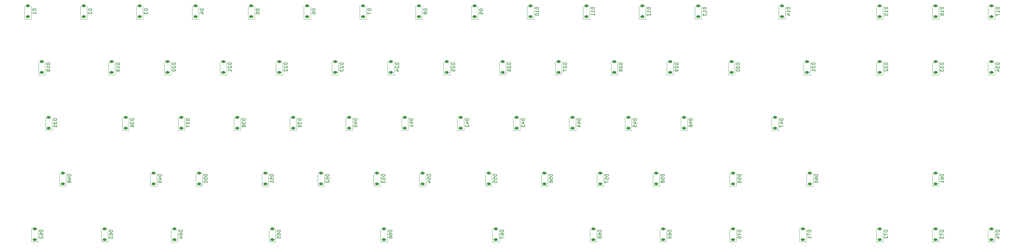
<source format=gbr>
%TF.GenerationSoftware,KiCad,Pcbnew,8.0.1*%
%TF.CreationDate,2024-07-20T19:57:27+09:00*%
%TF.ProjectId,lowd75,6c6f7764-3735-42e6-9b69-6361645f7063,rev?*%
%TF.SameCoordinates,Original*%
%TF.FileFunction,Legend,Bot*%
%TF.FilePolarity,Positive*%
%FSLAX46Y46*%
G04 Gerber Fmt 4.6, Leading zero omitted, Abs format (unit mm)*
G04 Created by KiCad (PCBNEW 8.0.1) date 2024-07-20 19:57:27*
%MOMM*%
%LPD*%
G01*
G04 APERTURE LIST*
G04 Aperture macros list*
%AMRoundRect*
0 Rectangle with rounded corners*
0 $1 Rounding radius*
0 $2 $3 $4 $5 $6 $7 $8 $9 X,Y pos of 4 corners*
0 Add a 4 corners polygon primitive as box body*
4,1,4,$2,$3,$4,$5,$6,$7,$8,$9,$2,$3,0*
0 Add four circle primitives for the rounded corners*
1,1,$1+$1,$2,$3*
1,1,$1+$1,$4,$5*
1,1,$1+$1,$6,$7*
1,1,$1+$1,$8,$9*
0 Add four rect primitives between the rounded corners*
20,1,$1+$1,$2,$3,$4,$5,0*
20,1,$1+$1,$4,$5,$6,$7,0*
20,1,$1+$1,$6,$7,$8,$9,0*
20,1,$1+$1,$8,$9,$2,$3,0*%
G04 Aperture macros list end*
%ADD10C,0.150000*%
%ADD11C,0.120000*%
%ADD12C,1.700000*%
%ADD13C,3.400000*%
%ADD14C,2.000000*%
%ADD15R,2.000000X2.000000*%
%ADD16R,2.500000X3.000000*%
%ADD17C,1.600000*%
%ADD18O,1.600000X1.600000*%
%ADD19R,2.200000X2.200000*%
%ADD20O,2.200000X2.200000*%
%ADD21R,1.700000X1.700000*%
%ADD22O,1.700000X1.700000*%
%ADD23RoundRect,0.250000X-0.350000X-0.625000X0.350000X-0.625000X0.350000X0.625000X-0.350000X0.625000X0*%
%ADD24O,1.200000X1.750000*%
%ADD25C,3.800000*%
%ADD26C,3.500000*%
%ADD27O,3.500000X3.500000*%
%ADD28R,1.905000X2.000000*%
%ADD29O,1.905000X2.000000*%
%ADD30RoundRect,0.225000X0.375000X-0.225000X0.375000X0.225000X-0.375000X0.225000X-0.375000X-0.225000X0*%
G04 APERTURE END LIST*
D10*
X544979820Y-144786905D02*
X543979820Y-144786905D01*
X543979820Y-144786905D02*
X543979820Y-145025000D01*
X543979820Y-145025000D02*
X544027439Y-145167857D01*
X544027439Y-145167857D02*
X544122677Y-145263095D01*
X544122677Y-145263095D02*
X544217915Y-145310714D01*
X544217915Y-145310714D02*
X544408391Y-145358333D01*
X544408391Y-145358333D02*
X544551248Y-145358333D01*
X544551248Y-145358333D02*
X544741724Y-145310714D01*
X544741724Y-145310714D02*
X544836962Y-145263095D01*
X544836962Y-145263095D02*
X544932201Y-145167857D01*
X544932201Y-145167857D02*
X544979820Y-145025000D01*
X544979820Y-145025000D02*
X544979820Y-144786905D01*
X544075058Y-145739286D02*
X544027439Y-145786905D01*
X544027439Y-145786905D02*
X543979820Y-145882143D01*
X543979820Y-145882143D02*
X543979820Y-146120238D01*
X543979820Y-146120238D02*
X544027439Y-146215476D01*
X544027439Y-146215476D02*
X544075058Y-146263095D01*
X544075058Y-146263095D02*
X544170296Y-146310714D01*
X544170296Y-146310714D02*
X544265534Y-146310714D01*
X544265534Y-146310714D02*
X544408391Y-146263095D01*
X544408391Y-146263095D02*
X544979820Y-145691667D01*
X544979820Y-145691667D02*
X544979820Y-146310714D01*
X608729820Y-178310714D02*
X607729820Y-178310714D01*
X607729820Y-178310714D02*
X607729820Y-178548809D01*
X607729820Y-178548809D02*
X607777439Y-178691666D01*
X607777439Y-178691666D02*
X607872677Y-178786904D01*
X607872677Y-178786904D02*
X607967915Y-178834523D01*
X607967915Y-178834523D02*
X608158391Y-178882142D01*
X608158391Y-178882142D02*
X608301248Y-178882142D01*
X608301248Y-178882142D02*
X608491724Y-178834523D01*
X608491724Y-178834523D02*
X608586962Y-178786904D01*
X608586962Y-178786904D02*
X608682201Y-178691666D01*
X608682201Y-178691666D02*
X608729820Y-178548809D01*
X608729820Y-178548809D02*
X608729820Y-178310714D01*
X607729820Y-179215476D02*
X607729820Y-179834523D01*
X607729820Y-179834523D02*
X608110772Y-179501190D01*
X608110772Y-179501190D02*
X608110772Y-179644047D01*
X608110772Y-179644047D02*
X608158391Y-179739285D01*
X608158391Y-179739285D02*
X608206010Y-179786904D01*
X608206010Y-179786904D02*
X608301248Y-179834523D01*
X608301248Y-179834523D02*
X608539343Y-179834523D01*
X608539343Y-179834523D02*
X608634581Y-179786904D01*
X608634581Y-179786904D02*
X608682201Y-179739285D01*
X608682201Y-179739285D02*
X608729820Y-179644047D01*
X608729820Y-179644047D02*
X608729820Y-179358333D01*
X608729820Y-179358333D02*
X608682201Y-179263095D01*
X608682201Y-179263095D02*
X608634581Y-179215476D01*
X608729820Y-180310714D02*
X608729820Y-180501190D01*
X608729820Y-180501190D02*
X608682201Y-180596428D01*
X608682201Y-180596428D02*
X608634581Y-180644047D01*
X608634581Y-180644047D02*
X608491724Y-180739285D01*
X608491724Y-180739285D02*
X608301248Y-180786904D01*
X608301248Y-180786904D02*
X607920296Y-180786904D01*
X607920296Y-180786904D02*
X607825058Y-180739285D01*
X607825058Y-180739285D02*
X607777439Y-180691666D01*
X607777439Y-180691666D02*
X607729820Y-180596428D01*
X607729820Y-180596428D02*
X607729820Y-180405952D01*
X607729820Y-180405952D02*
X607777439Y-180310714D01*
X607777439Y-180310714D02*
X607825058Y-180263095D01*
X607825058Y-180263095D02*
X607920296Y-180215476D01*
X607920296Y-180215476D02*
X608158391Y-180215476D01*
X608158391Y-180215476D02*
X608253629Y-180263095D01*
X608253629Y-180263095D02*
X608301248Y-180310714D01*
X608301248Y-180310714D02*
X608348867Y-180405952D01*
X608348867Y-180405952D02*
X608348867Y-180596428D01*
X608348867Y-180596428D02*
X608301248Y-180691666D01*
X608301248Y-180691666D02*
X608253629Y-180739285D01*
X608253629Y-180739285D02*
X608158391Y-180786904D01*
X621479820Y-161310714D02*
X620479820Y-161310714D01*
X620479820Y-161310714D02*
X620479820Y-161548809D01*
X620479820Y-161548809D02*
X620527439Y-161691666D01*
X620527439Y-161691666D02*
X620622677Y-161786904D01*
X620622677Y-161786904D02*
X620717915Y-161834523D01*
X620717915Y-161834523D02*
X620908391Y-161882142D01*
X620908391Y-161882142D02*
X621051248Y-161882142D01*
X621051248Y-161882142D02*
X621241724Y-161834523D01*
X621241724Y-161834523D02*
X621336962Y-161786904D01*
X621336962Y-161786904D02*
X621432201Y-161691666D01*
X621432201Y-161691666D02*
X621479820Y-161548809D01*
X621479820Y-161548809D02*
X621479820Y-161310714D01*
X620575058Y-162263095D02*
X620527439Y-162310714D01*
X620527439Y-162310714D02*
X620479820Y-162405952D01*
X620479820Y-162405952D02*
X620479820Y-162644047D01*
X620479820Y-162644047D02*
X620527439Y-162739285D01*
X620527439Y-162739285D02*
X620575058Y-162786904D01*
X620575058Y-162786904D02*
X620670296Y-162834523D01*
X620670296Y-162834523D02*
X620765534Y-162834523D01*
X620765534Y-162834523D02*
X620908391Y-162786904D01*
X620908391Y-162786904D02*
X621479820Y-162215476D01*
X621479820Y-162215476D02*
X621479820Y-162834523D01*
X620479820Y-163167857D02*
X620479820Y-163786904D01*
X620479820Y-163786904D02*
X620860772Y-163453571D01*
X620860772Y-163453571D02*
X620860772Y-163596428D01*
X620860772Y-163596428D02*
X620908391Y-163691666D01*
X620908391Y-163691666D02*
X620956010Y-163739285D01*
X620956010Y-163739285D02*
X621051248Y-163786904D01*
X621051248Y-163786904D02*
X621289343Y-163786904D01*
X621289343Y-163786904D02*
X621384581Y-163739285D01*
X621384581Y-163739285D02*
X621432201Y-163691666D01*
X621432201Y-163691666D02*
X621479820Y-163596428D01*
X621479820Y-163596428D02*
X621479820Y-163310714D01*
X621479820Y-163310714D02*
X621432201Y-163215476D01*
X621432201Y-163215476D02*
X621384581Y-163167857D01*
X742129820Y-161310714D02*
X741129820Y-161310714D01*
X741129820Y-161310714D02*
X741129820Y-161548809D01*
X741129820Y-161548809D02*
X741177439Y-161691666D01*
X741177439Y-161691666D02*
X741272677Y-161786904D01*
X741272677Y-161786904D02*
X741367915Y-161834523D01*
X741367915Y-161834523D02*
X741558391Y-161882142D01*
X741558391Y-161882142D02*
X741701248Y-161882142D01*
X741701248Y-161882142D02*
X741891724Y-161834523D01*
X741891724Y-161834523D02*
X741986962Y-161786904D01*
X741986962Y-161786904D02*
X742082201Y-161691666D01*
X742082201Y-161691666D02*
X742129820Y-161548809D01*
X742129820Y-161548809D02*
X742129820Y-161310714D01*
X741129820Y-162215476D02*
X741129820Y-162834523D01*
X741129820Y-162834523D02*
X741510772Y-162501190D01*
X741510772Y-162501190D02*
X741510772Y-162644047D01*
X741510772Y-162644047D02*
X741558391Y-162739285D01*
X741558391Y-162739285D02*
X741606010Y-162786904D01*
X741606010Y-162786904D02*
X741701248Y-162834523D01*
X741701248Y-162834523D02*
X741939343Y-162834523D01*
X741939343Y-162834523D02*
X742034581Y-162786904D01*
X742034581Y-162786904D02*
X742082201Y-162739285D01*
X742082201Y-162739285D02*
X742129820Y-162644047D01*
X742129820Y-162644047D02*
X742129820Y-162358333D01*
X742129820Y-162358333D02*
X742082201Y-162263095D01*
X742082201Y-162263095D02*
X742034581Y-162215476D01*
X741129820Y-163453571D02*
X741129820Y-163548809D01*
X741129820Y-163548809D02*
X741177439Y-163644047D01*
X741177439Y-163644047D02*
X741225058Y-163691666D01*
X741225058Y-163691666D02*
X741320296Y-163739285D01*
X741320296Y-163739285D02*
X741510772Y-163786904D01*
X741510772Y-163786904D02*
X741748867Y-163786904D01*
X741748867Y-163786904D02*
X741939343Y-163739285D01*
X741939343Y-163739285D02*
X742034581Y-163691666D01*
X742034581Y-163691666D02*
X742082201Y-163644047D01*
X742082201Y-163644047D02*
X742129820Y-163548809D01*
X742129820Y-163548809D02*
X742129820Y-163453571D01*
X742129820Y-163453571D02*
X742082201Y-163358333D01*
X742082201Y-163358333D02*
X742034581Y-163310714D01*
X742034581Y-163310714D02*
X741939343Y-163263095D01*
X741939343Y-163263095D02*
X741748867Y-163215476D01*
X741748867Y-163215476D02*
X741510772Y-163215476D01*
X741510772Y-163215476D02*
X741320296Y-163263095D01*
X741320296Y-163263095D02*
X741225058Y-163310714D01*
X741225058Y-163310714D02*
X741177439Y-163358333D01*
X741177439Y-163358333D02*
X741129820Y-163453571D01*
X668229820Y-195310714D02*
X667229820Y-195310714D01*
X667229820Y-195310714D02*
X667229820Y-195548809D01*
X667229820Y-195548809D02*
X667277439Y-195691666D01*
X667277439Y-195691666D02*
X667372677Y-195786904D01*
X667372677Y-195786904D02*
X667467915Y-195834523D01*
X667467915Y-195834523D02*
X667658391Y-195882142D01*
X667658391Y-195882142D02*
X667801248Y-195882142D01*
X667801248Y-195882142D02*
X667991724Y-195834523D01*
X667991724Y-195834523D02*
X668086962Y-195786904D01*
X668086962Y-195786904D02*
X668182201Y-195691666D01*
X668182201Y-195691666D02*
X668229820Y-195548809D01*
X668229820Y-195548809D02*
X668229820Y-195310714D01*
X667229820Y-196786904D02*
X667229820Y-196310714D01*
X667229820Y-196310714D02*
X667706010Y-196263095D01*
X667706010Y-196263095D02*
X667658391Y-196310714D01*
X667658391Y-196310714D02*
X667610772Y-196405952D01*
X667610772Y-196405952D02*
X667610772Y-196644047D01*
X667610772Y-196644047D02*
X667658391Y-196739285D01*
X667658391Y-196739285D02*
X667706010Y-196786904D01*
X667706010Y-196786904D02*
X667801248Y-196834523D01*
X667801248Y-196834523D02*
X668039343Y-196834523D01*
X668039343Y-196834523D02*
X668134581Y-196786904D01*
X668134581Y-196786904D02*
X668182201Y-196739285D01*
X668182201Y-196739285D02*
X668229820Y-196644047D01*
X668229820Y-196644047D02*
X668229820Y-196405952D01*
X668229820Y-196405952D02*
X668182201Y-196310714D01*
X668182201Y-196310714D02*
X668134581Y-196263095D01*
X667229820Y-197739285D02*
X667229820Y-197263095D01*
X667229820Y-197263095D02*
X667706010Y-197215476D01*
X667706010Y-197215476D02*
X667658391Y-197263095D01*
X667658391Y-197263095D02*
X667610772Y-197358333D01*
X667610772Y-197358333D02*
X667610772Y-197596428D01*
X667610772Y-197596428D02*
X667658391Y-197691666D01*
X667658391Y-197691666D02*
X667706010Y-197739285D01*
X667706010Y-197739285D02*
X667801248Y-197786904D01*
X667801248Y-197786904D02*
X668039343Y-197786904D01*
X668039343Y-197786904D02*
X668134581Y-197739285D01*
X668134581Y-197739285D02*
X668182201Y-197691666D01*
X668182201Y-197691666D02*
X668229820Y-197596428D01*
X668229820Y-197596428D02*
X668229820Y-197358333D01*
X668229820Y-197358333D02*
X668182201Y-197263095D01*
X668182201Y-197263095D02*
X668134581Y-197215476D01*
X742604820Y-195310714D02*
X741604820Y-195310714D01*
X741604820Y-195310714D02*
X741604820Y-195548809D01*
X741604820Y-195548809D02*
X741652439Y-195691666D01*
X741652439Y-195691666D02*
X741747677Y-195786904D01*
X741747677Y-195786904D02*
X741842915Y-195834523D01*
X741842915Y-195834523D02*
X742033391Y-195882142D01*
X742033391Y-195882142D02*
X742176248Y-195882142D01*
X742176248Y-195882142D02*
X742366724Y-195834523D01*
X742366724Y-195834523D02*
X742461962Y-195786904D01*
X742461962Y-195786904D02*
X742557201Y-195691666D01*
X742557201Y-195691666D02*
X742604820Y-195548809D01*
X742604820Y-195548809D02*
X742604820Y-195310714D01*
X741604820Y-196786904D02*
X741604820Y-196310714D01*
X741604820Y-196310714D02*
X742081010Y-196263095D01*
X742081010Y-196263095D02*
X742033391Y-196310714D01*
X742033391Y-196310714D02*
X741985772Y-196405952D01*
X741985772Y-196405952D02*
X741985772Y-196644047D01*
X741985772Y-196644047D02*
X742033391Y-196739285D01*
X742033391Y-196739285D02*
X742081010Y-196786904D01*
X742081010Y-196786904D02*
X742176248Y-196834523D01*
X742176248Y-196834523D02*
X742414343Y-196834523D01*
X742414343Y-196834523D02*
X742509581Y-196786904D01*
X742509581Y-196786904D02*
X742557201Y-196739285D01*
X742557201Y-196739285D02*
X742604820Y-196644047D01*
X742604820Y-196644047D02*
X742604820Y-196405952D01*
X742604820Y-196405952D02*
X742557201Y-196310714D01*
X742557201Y-196310714D02*
X742509581Y-196263095D01*
X742604820Y-197310714D02*
X742604820Y-197501190D01*
X742604820Y-197501190D02*
X742557201Y-197596428D01*
X742557201Y-197596428D02*
X742509581Y-197644047D01*
X742509581Y-197644047D02*
X742366724Y-197739285D01*
X742366724Y-197739285D02*
X742176248Y-197786904D01*
X742176248Y-197786904D02*
X741795296Y-197786904D01*
X741795296Y-197786904D02*
X741700058Y-197739285D01*
X741700058Y-197739285D02*
X741652439Y-197691666D01*
X741652439Y-197691666D02*
X741604820Y-197596428D01*
X741604820Y-197596428D02*
X741604820Y-197405952D01*
X741604820Y-197405952D02*
X741652439Y-197310714D01*
X741652439Y-197310714D02*
X741700058Y-197263095D01*
X741700058Y-197263095D02*
X741795296Y-197215476D01*
X741795296Y-197215476D02*
X742033391Y-197215476D01*
X742033391Y-197215476D02*
X742128629Y-197263095D01*
X742128629Y-197263095D02*
X742176248Y-197310714D01*
X742176248Y-197310714D02*
X742223867Y-197405952D01*
X742223867Y-197405952D02*
X742223867Y-197596428D01*
X742223867Y-197596428D02*
X742176248Y-197691666D01*
X742176248Y-197691666D02*
X742128629Y-197739285D01*
X742128629Y-197739285D02*
X742033391Y-197786904D01*
X566229820Y-195310714D02*
X565229820Y-195310714D01*
X565229820Y-195310714D02*
X565229820Y-195548809D01*
X565229820Y-195548809D02*
X565277439Y-195691666D01*
X565277439Y-195691666D02*
X565372677Y-195786904D01*
X565372677Y-195786904D02*
X565467915Y-195834523D01*
X565467915Y-195834523D02*
X565658391Y-195882142D01*
X565658391Y-195882142D02*
X565801248Y-195882142D01*
X565801248Y-195882142D02*
X565991724Y-195834523D01*
X565991724Y-195834523D02*
X566086962Y-195786904D01*
X566086962Y-195786904D02*
X566182201Y-195691666D01*
X566182201Y-195691666D02*
X566229820Y-195548809D01*
X566229820Y-195548809D02*
X566229820Y-195310714D01*
X565563153Y-196739285D02*
X566229820Y-196739285D01*
X565182201Y-196501190D02*
X565896486Y-196263095D01*
X565896486Y-196263095D02*
X565896486Y-196882142D01*
X566229820Y-197310714D02*
X566229820Y-197501190D01*
X566229820Y-197501190D02*
X566182201Y-197596428D01*
X566182201Y-197596428D02*
X566134581Y-197644047D01*
X566134581Y-197644047D02*
X565991724Y-197739285D01*
X565991724Y-197739285D02*
X565801248Y-197786904D01*
X565801248Y-197786904D02*
X565420296Y-197786904D01*
X565420296Y-197786904D02*
X565325058Y-197739285D01*
X565325058Y-197739285D02*
X565277439Y-197691666D01*
X565277439Y-197691666D02*
X565229820Y-197596428D01*
X565229820Y-197596428D02*
X565229820Y-197405952D01*
X565229820Y-197405952D02*
X565277439Y-197310714D01*
X565277439Y-197310714D02*
X565325058Y-197263095D01*
X565325058Y-197263095D02*
X565420296Y-197215476D01*
X565420296Y-197215476D02*
X565658391Y-197215476D01*
X565658391Y-197215476D02*
X565753629Y-197263095D01*
X565753629Y-197263095D02*
X565801248Y-197310714D01*
X565801248Y-197310714D02*
X565848867Y-197405952D01*
X565848867Y-197405952D02*
X565848867Y-197596428D01*
X565848867Y-197596428D02*
X565801248Y-197691666D01*
X565801248Y-197691666D02*
X565753629Y-197739285D01*
X565753629Y-197739285D02*
X565658391Y-197786904D01*
X572604820Y-212310714D02*
X571604820Y-212310714D01*
X571604820Y-212310714D02*
X571604820Y-212548809D01*
X571604820Y-212548809D02*
X571652439Y-212691666D01*
X571652439Y-212691666D02*
X571747677Y-212786904D01*
X571747677Y-212786904D02*
X571842915Y-212834523D01*
X571842915Y-212834523D02*
X572033391Y-212882142D01*
X572033391Y-212882142D02*
X572176248Y-212882142D01*
X572176248Y-212882142D02*
X572366724Y-212834523D01*
X572366724Y-212834523D02*
X572461962Y-212786904D01*
X572461962Y-212786904D02*
X572557201Y-212691666D01*
X572557201Y-212691666D02*
X572604820Y-212548809D01*
X572604820Y-212548809D02*
X572604820Y-212310714D01*
X571604820Y-213739285D02*
X571604820Y-213548809D01*
X571604820Y-213548809D02*
X571652439Y-213453571D01*
X571652439Y-213453571D02*
X571700058Y-213405952D01*
X571700058Y-213405952D02*
X571842915Y-213310714D01*
X571842915Y-213310714D02*
X572033391Y-213263095D01*
X572033391Y-213263095D02*
X572414343Y-213263095D01*
X572414343Y-213263095D02*
X572509581Y-213310714D01*
X572509581Y-213310714D02*
X572557201Y-213358333D01*
X572557201Y-213358333D02*
X572604820Y-213453571D01*
X572604820Y-213453571D02*
X572604820Y-213644047D01*
X572604820Y-213644047D02*
X572557201Y-213739285D01*
X572557201Y-213739285D02*
X572509581Y-213786904D01*
X572509581Y-213786904D02*
X572414343Y-213834523D01*
X572414343Y-213834523D02*
X572176248Y-213834523D01*
X572176248Y-213834523D02*
X572081010Y-213786904D01*
X572081010Y-213786904D02*
X572033391Y-213739285D01*
X572033391Y-213739285D02*
X571985772Y-213644047D01*
X571985772Y-213644047D02*
X571985772Y-213453571D01*
X571985772Y-213453571D02*
X572033391Y-213358333D01*
X572033391Y-213358333D02*
X572081010Y-213310714D01*
X572081010Y-213310714D02*
X572176248Y-213263095D01*
X571938153Y-214691666D02*
X572604820Y-214691666D01*
X571557201Y-214453571D02*
X572271486Y-214215476D01*
X572271486Y-214215476D02*
X572271486Y-214834523D01*
X646979820Y-144786905D02*
X645979820Y-144786905D01*
X645979820Y-144786905D02*
X645979820Y-145025000D01*
X645979820Y-145025000D02*
X646027439Y-145167857D01*
X646027439Y-145167857D02*
X646122677Y-145263095D01*
X646122677Y-145263095D02*
X646217915Y-145310714D01*
X646217915Y-145310714D02*
X646408391Y-145358333D01*
X646408391Y-145358333D02*
X646551248Y-145358333D01*
X646551248Y-145358333D02*
X646741724Y-145310714D01*
X646741724Y-145310714D02*
X646836962Y-145263095D01*
X646836962Y-145263095D02*
X646932201Y-145167857D01*
X646932201Y-145167857D02*
X646979820Y-145025000D01*
X646979820Y-145025000D02*
X646979820Y-144786905D01*
X646408391Y-145929762D02*
X646360772Y-145834524D01*
X646360772Y-145834524D02*
X646313153Y-145786905D01*
X646313153Y-145786905D02*
X646217915Y-145739286D01*
X646217915Y-145739286D02*
X646170296Y-145739286D01*
X646170296Y-145739286D02*
X646075058Y-145786905D01*
X646075058Y-145786905D02*
X646027439Y-145834524D01*
X646027439Y-145834524D02*
X645979820Y-145929762D01*
X645979820Y-145929762D02*
X645979820Y-146120238D01*
X645979820Y-146120238D02*
X646027439Y-146215476D01*
X646027439Y-146215476D02*
X646075058Y-146263095D01*
X646075058Y-146263095D02*
X646170296Y-146310714D01*
X646170296Y-146310714D02*
X646217915Y-146310714D01*
X646217915Y-146310714D02*
X646313153Y-146263095D01*
X646313153Y-146263095D02*
X646360772Y-146215476D01*
X646360772Y-146215476D02*
X646408391Y-146120238D01*
X646408391Y-146120238D02*
X646408391Y-145929762D01*
X646408391Y-145929762D02*
X646456010Y-145834524D01*
X646456010Y-145834524D02*
X646503629Y-145786905D01*
X646503629Y-145786905D02*
X646598867Y-145739286D01*
X646598867Y-145739286D02*
X646789343Y-145739286D01*
X646789343Y-145739286D02*
X646884581Y-145786905D01*
X646884581Y-145786905D02*
X646932201Y-145834524D01*
X646932201Y-145834524D02*
X646979820Y-145929762D01*
X646979820Y-145929762D02*
X646979820Y-146120238D01*
X646979820Y-146120238D02*
X646932201Y-146215476D01*
X646932201Y-146215476D02*
X646884581Y-146263095D01*
X646884581Y-146263095D02*
X646789343Y-146310714D01*
X646789343Y-146310714D02*
X646598867Y-146310714D01*
X646598867Y-146310714D02*
X646503629Y-146263095D01*
X646503629Y-146263095D02*
X646456010Y-146215476D01*
X646456010Y-146215476D02*
X646408391Y-146120238D01*
X821229820Y-161310714D02*
X820229820Y-161310714D01*
X820229820Y-161310714D02*
X820229820Y-161548809D01*
X820229820Y-161548809D02*
X820277439Y-161691666D01*
X820277439Y-161691666D02*
X820372677Y-161786904D01*
X820372677Y-161786904D02*
X820467915Y-161834523D01*
X820467915Y-161834523D02*
X820658391Y-161882142D01*
X820658391Y-161882142D02*
X820801248Y-161882142D01*
X820801248Y-161882142D02*
X820991724Y-161834523D01*
X820991724Y-161834523D02*
X821086962Y-161786904D01*
X821086962Y-161786904D02*
X821182201Y-161691666D01*
X821182201Y-161691666D02*
X821229820Y-161548809D01*
X821229820Y-161548809D02*
X821229820Y-161310714D01*
X820229820Y-162215476D02*
X820229820Y-162834523D01*
X820229820Y-162834523D02*
X820610772Y-162501190D01*
X820610772Y-162501190D02*
X820610772Y-162644047D01*
X820610772Y-162644047D02*
X820658391Y-162739285D01*
X820658391Y-162739285D02*
X820706010Y-162786904D01*
X820706010Y-162786904D02*
X820801248Y-162834523D01*
X820801248Y-162834523D02*
X821039343Y-162834523D01*
X821039343Y-162834523D02*
X821134581Y-162786904D01*
X821134581Y-162786904D02*
X821182201Y-162739285D01*
X821182201Y-162739285D02*
X821229820Y-162644047D01*
X821229820Y-162644047D02*
X821229820Y-162358333D01*
X821229820Y-162358333D02*
X821182201Y-162263095D01*
X821182201Y-162263095D02*
X821134581Y-162215476D01*
X820563153Y-163691666D02*
X821229820Y-163691666D01*
X820182201Y-163453571D02*
X820896486Y-163215476D01*
X820896486Y-163215476D02*
X820896486Y-163834523D01*
X710729820Y-178310714D02*
X709729820Y-178310714D01*
X709729820Y-178310714D02*
X709729820Y-178548809D01*
X709729820Y-178548809D02*
X709777439Y-178691666D01*
X709777439Y-178691666D02*
X709872677Y-178786904D01*
X709872677Y-178786904D02*
X709967915Y-178834523D01*
X709967915Y-178834523D02*
X710158391Y-178882142D01*
X710158391Y-178882142D02*
X710301248Y-178882142D01*
X710301248Y-178882142D02*
X710491724Y-178834523D01*
X710491724Y-178834523D02*
X710586962Y-178786904D01*
X710586962Y-178786904D02*
X710682201Y-178691666D01*
X710682201Y-178691666D02*
X710729820Y-178548809D01*
X710729820Y-178548809D02*
X710729820Y-178310714D01*
X710063153Y-179739285D02*
X710729820Y-179739285D01*
X709682201Y-179501190D02*
X710396486Y-179263095D01*
X710396486Y-179263095D02*
X710396486Y-179882142D01*
X709729820Y-180739285D02*
X709729820Y-180263095D01*
X709729820Y-180263095D02*
X710206010Y-180215476D01*
X710206010Y-180215476D02*
X710158391Y-180263095D01*
X710158391Y-180263095D02*
X710110772Y-180358333D01*
X710110772Y-180358333D02*
X710110772Y-180596428D01*
X710110772Y-180596428D02*
X710158391Y-180691666D01*
X710158391Y-180691666D02*
X710206010Y-180739285D01*
X710206010Y-180739285D02*
X710301248Y-180786904D01*
X710301248Y-180786904D02*
X710539343Y-180786904D01*
X710539343Y-180786904D02*
X710634581Y-180739285D01*
X710634581Y-180739285D02*
X710682201Y-180691666D01*
X710682201Y-180691666D02*
X710729820Y-180596428D01*
X710729820Y-180596428D02*
X710729820Y-180358333D01*
X710729820Y-180358333D02*
X710682201Y-180263095D01*
X710682201Y-180263095D02*
X710634581Y-180215476D01*
X534354820Y-178310714D02*
X533354820Y-178310714D01*
X533354820Y-178310714D02*
X533354820Y-178548809D01*
X533354820Y-178548809D02*
X533402439Y-178691666D01*
X533402439Y-178691666D02*
X533497677Y-178786904D01*
X533497677Y-178786904D02*
X533592915Y-178834523D01*
X533592915Y-178834523D02*
X533783391Y-178882142D01*
X533783391Y-178882142D02*
X533926248Y-178882142D01*
X533926248Y-178882142D02*
X534116724Y-178834523D01*
X534116724Y-178834523D02*
X534211962Y-178786904D01*
X534211962Y-178786904D02*
X534307201Y-178691666D01*
X534307201Y-178691666D02*
X534354820Y-178548809D01*
X534354820Y-178548809D02*
X534354820Y-178310714D01*
X533354820Y-179215476D02*
X533354820Y-179834523D01*
X533354820Y-179834523D02*
X533735772Y-179501190D01*
X533735772Y-179501190D02*
X533735772Y-179644047D01*
X533735772Y-179644047D02*
X533783391Y-179739285D01*
X533783391Y-179739285D02*
X533831010Y-179786904D01*
X533831010Y-179786904D02*
X533926248Y-179834523D01*
X533926248Y-179834523D02*
X534164343Y-179834523D01*
X534164343Y-179834523D02*
X534259581Y-179786904D01*
X534259581Y-179786904D02*
X534307201Y-179739285D01*
X534307201Y-179739285D02*
X534354820Y-179644047D01*
X534354820Y-179644047D02*
X534354820Y-179358333D01*
X534354820Y-179358333D02*
X534307201Y-179263095D01*
X534307201Y-179263095D02*
X534259581Y-179215476D01*
X533354820Y-180739285D02*
X533354820Y-180263095D01*
X533354820Y-180263095D02*
X533831010Y-180215476D01*
X533831010Y-180215476D02*
X533783391Y-180263095D01*
X533783391Y-180263095D02*
X533735772Y-180358333D01*
X533735772Y-180358333D02*
X533735772Y-180596428D01*
X533735772Y-180596428D02*
X533783391Y-180691666D01*
X533783391Y-180691666D02*
X533831010Y-180739285D01*
X533831010Y-180739285D02*
X533926248Y-180786904D01*
X533926248Y-180786904D02*
X534164343Y-180786904D01*
X534164343Y-180786904D02*
X534259581Y-180739285D01*
X534259581Y-180739285D02*
X534307201Y-180691666D01*
X534307201Y-180691666D02*
X534354820Y-180596428D01*
X534354820Y-180596428D02*
X534354820Y-180358333D01*
X534354820Y-180358333D02*
X534307201Y-180263095D01*
X534307201Y-180263095D02*
X534259581Y-180215476D01*
X634229820Y-195310714D02*
X633229820Y-195310714D01*
X633229820Y-195310714D02*
X633229820Y-195548809D01*
X633229820Y-195548809D02*
X633277439Y-195691666D01*
X633277439Y-195691666D02*
X633372677Y-195786904D01*
X633372677Y-195786904D02*
X633467915Y-195834523D01*
X633467915Y-195834523D02*
X633658391Y-195882142D01*
X633658391Y-195882142D02*
X633801248Y-195882142D01*
X633801248Y-195882142D02*
X633991724Y-195834523D01*
X633991724Y-195834523D02*
X634086962Y-195786904D01*
X634086962Y-195786904D02*
X634182201Y-195691666D01*
X634182201Y-195691666D02*
X634229820Y-195548809D01*
X634229820Y-195548809D02*
X634229820Y-195310714D01*
X633229820Y-196786904D02*
X633229820Y-196310714D01*
X633229820Y-196310714D02*
X633706010Y-196263095D01*
X633706010Y-196263095D02*
X633658391Y-196310714D01*
X633658391Y-196310714D02*
X633610772Y-196405952D01*
X633610772Y-196405952D02*
X633610772Y-196644047D01*
X633610772Y-196644047D02*
X633658391Y-196739285D01*
X633658391Y-196739285D02*
X633706010Y-196786904D01*
X633706010Y-196786904D02*
X633801248Y-196834523D01*
X633801248Y-196834523D02*
X634039343Y-196834523D01*
X634039343Y-196834523D02*
X634134581Y-196786904D01*
X634134581Y-196786904D02*
X634182201Y-196739285D01*
X634182201Y-196739285D02*
X634229820Y-196644047D01*
X634229820Y-196644047D02*
X634229820Y-196405952D01*
X634229820Y-196405952D02*
X634182201Y-196310714D01*
X634182201Y-196310714D02*
X634134581Y-196263095D01*
X633229820Y-197167857D02*
X633229820Y-197786904D01*
X633229820Y-197786904D02*
X633610772Y-197453571D01*
X633610772Y-197453571D02*
X633610772Y-197596428D01*
X633610772Y-197596428D02*
X633658391Y-197691666D01*
X633658391Y-197691666D02*
X633706010Y-197739285D01*
X633706010Y-197739285D02*
X633801248Y-197786904D01*
X633801248Y-197786904D02*
X634039343Y-197786904D01*
X634039343Y-197786904D02*
X634134581Y-197739285D01*
X634134581Y-197739285D02*
X634182201Y-197691666D01*
X634182201Y-197691666D02*
X634229820Y-197596428D01*
X634229820Y-197596428D02*
X634229820Y-197310714D01*
X634229820Y-197310714D02*
X634182201Y-197215476D01*
X634182201Y-197215476D02*
X634134581Y-197167857D01*
X676729820Y-178310714D02*
X675729820Y-178310714D01*
X675729820Y-178310714D02*
X675729820Y-178548809D01*
X675729820Y-178548809D02*
X675777439Y-178691666D01*
X675777439Y-178691666D02*
X675872677Y-178786904D01*
X675872677Y-178786904D02*
X675967915Y-178834523D01*
X675967915Y-178834523D02*
X676158391Y-178882142D01*
X676158391Y-178882142D02*
X676301248Y-178882142D01*
X676301248Y-178882142D02*
X676491724Y-178834523D01*
X676491724Y-178834523D02*
X676586962Y-178786904D01*
X676586962Y-178786904D02*
X676682201Y-178691666D01*
X676682201Y-178691666D02*
X676729820Y-178548809D01*
X676729820Y-178548809D02*
X676729820Y-178310714D01*
X676063153Y-179739285D02*
X676729820Y-179739285D01*
X675682201Y-179501190D02*
X676396486Y-179263095D01*
X676396486Y-179263095D02*
X676396486Y-179882142D01*
X675729820Y-180167857D02*
X675729820Y-180786904D01*
X675729820Y-180786904D02*
X676110772Y-180453571D01*
X676110772Y-180453571D02*
X676110772Y-180596428D01*
X676110772Y-180596428D02*
X676158391Y-180691666D01*
X676158391Y-180691666D02*
X676206010Y-180739285D01*
X676206010Y-180739285D02*
X676301248Y-180786904D01*
X676301248Y-180786904D02*
X676539343Y-180786904D01*
X676539343Y-180786904D02*
X676634581Y-180739285D01*
X676634581Y-180739285D02*
X676682201Y-180691666D01*
X676682201Y-180691666D02*
X676729820Y-180596428D01*
X676729820Y-180596428D02*
X676729820Y-180310714D01*
X676729820Y-180310714D02*
X676682201Y-180215476D01*
X676682201Y-180215476D02*
X676634581Y-180167857D01*
X787229820Y-212310714D02*
X786229820Y-212310714D01*
X786229820Y-212310714D02*
X786229820Y-212548809D01*
X786229820Y-212548809D02*
X786277439Y-212691666D01*
X786277439Y-212691666D02*
X786372677Y-212786904D01*
X786372677Y-212786904D02*
X786467915Y-212834523D01*
X786467915Y-212834523D02*
X786658391Y-212882142D01*
X786658391Y-212882142D02*
X786801248Y-212882142D01*
X786801248Y-212882142D02*
X786991724Y-212834523D01*
X786991724Y-212834523D02*
X787086962Y-212786904D01*
X787086962Y-212786904D02*
X787182201Y-212691666D01*
X787182201Y-212691666D02*
X787229820Y-212548809D01*
X787229820Y-212548809D02*
X787229820Y-212310714D01*
X786229820Y-213215476D02*
X786229820Y-213882142D01*
X786229820Y-213882142D02*
X787229820Y-213453571D01*
X786325058Y-214215476D02*
X786277439Y-214263095D01*
X786277439Y-214263095D02*
X786229820Y-214358333D01*
X786229820Y-214358333D02*
X786229820Y-214596428D01*
X786229820Y-214596428D02*
X786277439Y-214691666D01*
X786277439Y-214691666D02*
X786325058Y-214739285D01*
X786325058Y-214739285D02*
X786420296Y-214786904D01*
X786420296Y-214786904D02*
X786515534Y-214786904D01*
X786515534Y-214786904D02*
X786658391Y-214739285D01*
X786658391Y-214739285D02*
X787229820Y-214167857D01*
X787229820Y-214167857D02*
X787229820Y-214786904D01*
X757479820Y-144310714D02*
X756479820Y-144310714D01*
X756479820Y-144310714D02*
X756479820Y-144548809D01*
X756479820Y-144548809D02*
X756527439Y-144691666D01*
X756527439Y-144691666D02*
X756622677Y-144786904D01*
X756622677Y-144786904D02*
X756717915Y-144834523D01*
X756717915Y-144834523D02*
X756908391Y-144882142D01*
X756908391Y-144882142D02*
X757051248Y-144882142D01*
X757051248Y-144882142D02*
X757241724Y-144834523D01*
X757241724Y-144834523D02*
X757336962Y-144786904D01*
X757336962Y-144786904D02*
X757432201Y-144691666D01*
X757432201Y-144691666D02*
X757479820Y-144548809D01*
X757479820Y-144548809D02*
X757479820Y-144310714D01*
X757479820Y-145834523D02*
X757479820Y-145263095D01*
X757479820Y-145548809D02*
X756479820Y-145548809D01*
X756479820Y-145548809D02*
X756622677Y-145453571D01*
X756622677Y-145453571D02*
X756717915Y-145358333D01*
X756717915Y-145358333D02*
X756765534Y-145263095D01*
X756813153Y-146691666D02*
X757479820Y-146691666D01*
X756432201Y-146453571D02*
X757146486Y-146215476D01*
X757146486Y-146215476D02*
X757146486Y-146834523D01*
X693729820Y-178310714D02*
X692729820Y-178310714D01*
X692729820Y-178310714D02*
X692729820Y-178548809D01*
X692729820Y-178548809D02*
X692777439Y-178691666D01*
X692777439Y-178691666D02*
X692872677Y-178786904D01*
X692872677Y-178786904D02*
X692967915Y-178834523D01*
X692967915Y-178834523D02*
X693158391Y-178882142D01*
X693158391Y-178882142D02*
X693301248Y-178882142D01*
X693301248Y-178882142D02*
X693491724Y-178834523D01*
X693491724Y-178834523D02*
X693586962Y-178786904D01*
X693586962Y-178786904D02*
X693682201Y-178691666D01*
X693682201Y-178691666D02*
X693729820Y-178548809D01*
X693729820Y-178548809D02*
X693729820Y-178310714D01*
X693063153Y-179739285D02*
X693729820Y-179739285D01*
X692682201Y-179501190D02*
X693396486Y-179263095D01*
X693396486Y-179263095D02*
X693396486Y-179882142D01*
X693063153Y-180691666D02*
X693729820Y-180691666D01*
X692682201Y-180453571D02*
X693396486Y-180215476D01*
X693396486Y-180215476D02*
X693396486Y-180834523D01*
X714979820Y-144310714D02*
X713979820Y-144310714D01*
X713979820Y-144310714D02*
X713979820Y-144548809D01*
X713979820Y-144548809D02*
X714027439Y-144691666D01*
X714027439Y-144691666D02*
X714122677Y-144786904D01*
X714122677Y-144786904D02*
X714217915Y-144834523D01*
X714217915Y-144834523D02*
X714408391Y-144882142D01*
X714408391Y-144882142D02*
X714551248Y-144882142D01*
X714551248Y-144882142D02*
X714741724Y-144834523D01*
X714741724Y-144834523D02*
X714836962Y-144786904D01*
X714836962Y-144786904D02*
X714932201Y-144691666D01*
X714932201Y-144691666D02*
X714979820Y-144548809D01*
X714979820Y-144548809D02*
X714979820Y-144310714D01*
X714979820Y-145834523D02*
X714979820Y-145263095D01*
X714979820Y-145548809D02*
X713979820Y-145548809D01*
X713979820Y-145548809D02*
X714122677Y-145453571D01*
X714122677Y-145453571D02*
X714217915Y-145358333D01*
X714217915Y-145358333D02*
X714265534Y-145263095D01*
X714075058Y-146215476D02*
X714027439Y-146263095D01*
X714027439Y-146263095D02*
X713979820Y-146358333D01*
X713979820Y-146358333D02*
X713979820Y-146596428D01*
X713979820Y-146596428D02*
X714027439Y-146691666D01*
X714027439Y-146691666D02*
X714075058Y-146739285D01*
X714075058Y-146739285D02*
X714170296Y-146786904D01*
X714170296Y-146786904D02*
X714265534Y-146786904D01*
X714265534Y-146786904D02*
X714408391Y-146739285D01*
X714408391Y-146739285D02*
X714979820Y-146167857D01*
X714979820Y-146167857D02*
X714979820Y-146786904D01*
X804229820Y-161310714D02*
X803229820Y-161310714D01*
X803229820Y-161310714D02*
X803229820Y-161548809D01*
X803229820Y-161548809D02*
X803277439Y-161691666D01*
X803277439Y-161691666D02*
X803372677Y-161786904D01*
X803372677Y-161786904D02*
X803467915Y-161834523D01*
X803467915Y-161834523D02*
X803658391Y-161882142D01*
X803658391Y-161882142D02*
X803801248Y-161882142D01*
X803801248Y-161882142D02*
X803991724Y-161834523D01*
X803991724Y-161834523D02*
X804086962Y-161786904D01*
X804086962Y-161786904D02*
X804182201Y-161691666D01*
X804182201Y-161691666D02*
X804229820Y-161548809D01*
X804229820Y-161548809D02*
X804229820Y-161310714D01*
X803229820Y-162215476D02*
X803229820Y-162834523D01*
X803229820Y-162834523D02*
X803610772Y-162501190D01*
X803610772Y-162501190D02*
X803610772Y-162644047D01*
X803610772Y-162644047D02*
X803658391Y-162739285D01*
X803658391Y-162739285D02*
X803706010Y-162786904D01*
X803706010Y-162786904D02*
X803801248Y-162834523D01*
X803801248Y-162834523D02*
X804039343Y-162834523D01*
X804039343Y-162834523D02*
X804134581Y-162786904D01*
X804134581Y-162786904D02*
X804182201Y-162739285D01*
X804182201Y-162739285D02*
X804229820Y-162644047D01*
X804229820Y-162644047D02*
X804229820Y-162358333D01*
X804229820Y-162358333D02*
X804182201Y-162263095D01*
X804182201Y-162263095D02*
X804134581Y-162215476D01*
X803229820Y-163167857D02*
X803229820Y-163786904D01*
X803229820Y-163786904D02*
X803610772Y-163453571D01*
X803610772Y-163453571D02*
X803610772Y-163596428D01*
X803610772Y-163596428D02*
X803658391Y-163691666D01*
X803658391Y-163691666D02*
X803706010Y-163739285D01*
X803706010Y-163739285D02*
X803801248Y-163786904D01*
X803801248Y-163786904D02*
X804039343Y-163786904D01*
X804039343Y-163786904D02*
X804134581Y-163739285D01*
X804134581Y-163739285D02*
X804182201Y-163691666D01*
X804182201Y-163691666D02*
X804229820Y-163596428D01*
X804229820Y-163596428D02*
X804229820Y-163310714D01*
X804229820Y-163310714D02*
X804182201Y-163215476D01*
X804182201Y-163215476D02*
X804134581Y-163167857D01*
X648129820Y-195310714D02*
X647129820Y-195310714D01*
X647129820Y-195310714D02*
X647129820Y-195548809D01*
X647129820Y-195548809D02*
X647177439Y-195691666D01*
X647177439Y-195691666D02*
X647272677Y-195786904D01*
X647272677Y-195786904D02*
X647367915Y-195834523D01*
X647367915Y-195834523D02*
X647558391Y-195882142D01*
X647558391Y-195882142D02*
X647701248Y-195882142D01*
X647701248Y-195882142D02*
X647891724Y-195834523D01*
X647891724Y-195834523D02*
X647986962Y-195786904D01*
X647986962Y-195786904D02*
X648082201Y-195691666D01*
X648082201Y-195691666D02*
X648129820Y-195548809D01*
X648129820Y-195548809D02*
X648129820Y-195310714D01*
X647129820Y-196786904D02*
X647129820Y-196310714D01*
X647129820Y-196310714D02*
X647606010Y-196263095D01*
X647606010Y-196263095D02*
X647558391Y-196310714D01*
X647558391Y-196310714D02*
X647510772Y-196405952D01*
X647510772Y-196405952D02*
X647510772Y-196644047D01*
X647510772Y-196644047D02*
X647558391Y-196739285D01*
X647558391Y-196739285D02*
X647606010Y-196786904D01*
X647606010Y-196786904D02*
X647701248Y-196834523D01*
X647701248Y-196834523D02*
X647939343Y-196834523D01*
X647939343Y-196834523D02*
X648034581Y-196786904D01*
X648034581Y-196786904D02*
X648082201Y-196739285D01*
X648082201Y-196739285D02*
X648129820Y-196644047D01*
X648129820Y-196644047D02*
X648129820Y-196405952D01*
X648129820Y-196405952D02*
X648082201Y-196310714D01*
X648082201Y-196310714D02*
X648034581Y-196263095D01*
X647463153Y-197691666D02*
X648129820Y-197691666D01*
X647082201Y-197453571D02*
X647796486Y-197215476D01*
X647796486Y-197215476D02*
X647796486Y-197834523D01*
X538604820Y-195310714D02*
X537604820Y-195310714D01*
X537604820Y-195310714D02*
X537604820Y-195548809D01*
X537604820Y-195548809D02*
X537652439Y-195691666D01*
X537652439Y-195691666D02*
X537747677Y-195786904D01*
X537747677Y-195786904D02*
X537842915Y-195834523D01*
X537842915Y-195834523D02*
X538033391Y-195882142D01*
X538033391Y-195882142D02*
X538176248Y-195882142D01*
X538176248Y-195882142D02*
X538366724Y-195834523D01*
X538366724Y-195834523D02*
X538461962Y-195786904D01*
X538461962Y-195786904D02*
X538557201Y-195691666D01*
X538557201Y-195691666D02*
X538604820Y-195548809D01*
X538604820Y-195548809D02*
X538604820Y-195310714D01*
X537938153Y-196739285D02*
X538604820Y-196739285D01*
X537557201Y-196501190D02*
X538271486Y-196263095D01*
X538271486Y-196263095D02*
X538271486Y-196882142D01*
X538033391Y-197405952D02*
X537985772Y-197310714D01*
X537985772Y-197310714D02*
X537938153Y-197263095D01*
X537938153Y-197263095D02*
X537842915Y-197215476D01*
X537842915Y-197215476D02*
X537795296Y-197215476D01*
X537795296Y-197215476D02*
X537700058Y-197263095D01*
X537700058Y-197263095D02*
X537652439Y-197310714D01*
X537652439Y-197310714D02*
X537604820Y-197405952D01*
X537604820Y-197405952D02*
X537604820Y-197596428D01*
X537604820Y-197596428D02*
X537652439Y-197691666D01*
X537652439Y-197691666D02*
X537700058Y-197739285D01*
X537700058Y-197739285D02*
X537795296Y-197786904D01*
X537795296Y-197786904D02*
X537842915Y-197786904D01*
X537842915Y-197786904D02*
X537938153Y-197739285D01*
X537938153Y-197739285D02*
X537985772Y-197691666D01*
X537985772Y-197691666D02*
X538033391Y-197596428D01*
X538033391Y-197596428D02*
X538033391Y-197405952D01*
X538033391Y-197405952D02*
X538081010Y-197310714D01*
X538081010Y-197310714D02*
X538128629Y-197263095D01*
X538128629Y-197263095D02*
X538223867Y-197215476D01*
X538223867Y-197215476D02*
X538414343Y-197215476D01*
X538414343Y-197215476D02*
X538509581Y-197263095D01*
X538509581Y-197263095D02*
X538557201Y-197310714D01*
X538557201Y-197310714D02*
X538604820Y-197405952D01*
X538604820Y-197405952D02*
X538604820Y-197596428D01*
X538604820Y-197596428D02*
X538557201Y-197691666D01*
X538557201Y-197691666D02*
X538509581Y-197739285D01*
X538509581Y-197739285D02*
X538414343Y-197786904D01*
X538414343Y-197786904D02*
X538223867Y-197786904D01*
X538223867Y-197786904D02*
X538128629Y-197739285D01*
X538128629Y-197739285D02*
X538081010Y-197691666D01*
X538081010Y-197691666D02*
X538033391Y-197596428D01*
X787229820Y-161310714D02*
X786229820Y-161310714D01*
X786229820Y-161310714D02*
X786229820Y-161548809D01*
X786229820Y-161548809D02*
X786277439Y-161691666D01*
X786277439Y-161691666D02*
X786372677Y-161786904D01*
X786372677Y-161786904D02*
X786467915Y-161834523D01*
X786467915Y-161834523D02*
X786658391Y-161882142D01*
X786658391Y-161882142D02*
X786801248Y-161882142D01*
X786801248Y-161882142D02*
X786991724Y-161834523D01*
X786991724Y-161834523D02*
X787086962Y-161786904D01*
X787086962Y-161786904D02*
X787182201Y-161691666D01*
X787182201Y-161691666D02*
X787229820Y-161548809D01*
X787229820Y-161548809D02*
X787229820Y-161310714D01*
X786229820Y-162215476D02*
X786229820Y-162834523D01*
X786229820Y-162834523D02*
X786610772Y-162501190D01*
X786610772Y-162501190D02*
X786610772Y-162644047D01*
X786610772Y-162644047D02*
X786658391Y-162739285D01*
X786658391Y-162739285D02*
X786706010Y-162786904D01*
X786706010Y-162786904D02*
X786801248Y-162834523D01*
X786801248Y-162834523D02*
X787039343Y-162834523D01*
X787039343Y-162834523D02*
X787134581Y-162786904D01*
X787134581Y-162786904D02*
X787182201Y-162739285D01*
X787182201Y-162739285D02*
X787229820Y-162644047D01*
X787229820Y-162644047D02*
X787229820Y-162358333D01*
X787229820Y-162358333D02*
X787182201Y-162263095D01*
X787182201Y-162263095D02*
X787134581Y-162215476D01*
X786325058Y-163215476D02*
X786277439Y-163263095D01*
X786277439Y-163263095D02*
X786229820Y-163358333D01*
X786229820Y-163358333D02*
X786229820Y-163596428D01*
X786229820Y-163596428D02*
X786277439Y-163691666D01*
X786277439Y-163691666D02*
X786325058Y-163739285D01*
X786325058Y-163739285D02*
X786420296Y-163786904D01*
X786420296Y-163786904D02*
X786515534Y-163786904D01*
X786515534Y-163786904D02*
X786658391Y-163739285D01*
X786658391Y-163739285D02*
X787229820Y-163167857D01*
X787229820Y-163167857D02*
X787229820Y-163786904D01*
X719229820Y-195310714D02*
X718229820Y-195310714D01*
X718229820Y-195310714D02*
X718229820Y-195548809D01*
X718229820Y-195548809D02*
X718277439Y-195691666D01*
X718277439Y-195691666D02*
X718372677Y-195786904D01*
X718372677Y-195786904D02*
X718467915Y-195834523D01*
X718467915Y-195834523D02*
X718658391Y-195882142D01*
X718658391Y-195882142D02*
X718801248Y-195882142D01*
X718801248Y-195882142D02*
X718991724Y-195834523D01*
X718991724Y-195834523D02*
X719086962Y-195786904D01*
X719086962Y-195786904D02*
X719182201Y-195691666D01*
X719182201Y-195691666D02*
X719229820Y-195548809D01*
X719229820Y-195548809D02*
X719229820Y-195310714D01*
X718229820Y-196786904D02*
X718229820Y-196310714D01*
X718229820Y-196310714D02*
X718706010Y-196263095D01*
X718706010Y-196263095D02*
X718658391Y-196310714D01*
X718658391Y-196310714D02*
X718610772Y-196405952D01*
X718610772Y-196405952D02*
X718610772Y-196644047D01*
X718610772Y-196644047D02*
X718658391Y-196739285D01*
X718658391Y-196739285D02*
X718706010Y-196786904D01*
X718706010Y-196786904D02*
X718801248Y-196834523D01*
X718801248Y-196834523D02*
X719039343Y-196834523D01*
X719039343Y-196834523D02*
X719134581Y-196786904D01*
X719134581Y-196786904D02*
X719182201Y-196739285D01*
X719182201Y-196739285D02*
X719229820Y-196644047D01*
X719229820Y-196644047D02*
X719229820Y-196405952D01*
X719229820Y-196405952D02*
X719182201Y-196310714D01*
X719182201Y-196310714D02*
X719134581Y-196263095D01*
X718658391Y-197405952D02*
X718610772Y-197310714D01*
X718610772Y-197310714D02*
X718563153Y-197263095D01*
X718563153Y-197263095D02*
X718467915Y-197215476D01*
X718467915Y-197215476D02*
X718420296Y-197215476D01*
X718420296Y-197215476D02*
X718325058Y-197263095D01*
X718325058Y-197263095D02*
X718277439Y-197310714D01*
X718277439Y-197310714D02*
X718229820Y-197405952D01*
X718229820Y-197405952D02*
X718229820Y-197596428D01*
X718229820Y-197596428D02*
X718277439Y-197691666D01*
X718277439Y-197691666D02*
X718325058Y-197739285D01*
X718325058Y-197739285D02*
X718420296Y-197786904D01*
X718420296Y-197786904D02*
X718467915Y-197786904D01*
X718467915Y-197786904D02*
X718563153Y-197739285D01*
X718563153Y-197739285D02*
X718610772Y-197691666D01*
X718610772Y-197691666D02*
X718658391Y-197596428D01*
X718658391Y-197596428D02*
X718658391Y-197405952D01*
X718658391Y-197405952D02*
X718706010Y-197310714D01*
X718706010Y-197310714D02*
X718753629Y-197263095D01*
X718753629Y-197263095D02*
X718848867Y-197215476D01*
X718848867Y-197215476D02*
X719039343Y-197215476D01*
X719039343Y-197215476D02*
X719134581Y-197263095D01*
X719134581Y-197263095D02*
X719182201Y-197310714D01*
X719182201Y-197310714D02*
X719229820Y-197405952D01*
X719229820Y-197405952D02*
X719229820Y-197596428D01*
X719229820Y-197596428D02*
X719182201Y-197691666D01*
X719182201Y-197691666D02*
X719134581Y-197739285D01*
X719134581Y-197739285D02*
X719039343Y-197786904D01*
X719039343Y-197786904D02*
X718848867Y-197786904D01*
X718848867Y-197786904D02*
X718753629Y-197739285D01*
X718753629Y-197739285D02*
X718706010Y-197691666D01*
X718706010Y-197691666D02*
X718658391Y-197596428D01*
X557729820Y-178310714D02*
X556729820Y-178310714D01*
X556729820Y-178310714D02*
X556729820Y-178548809D01*
X556729820Y-178548809D02*
X556777439Y-178691666D01*
X556777439Y-178691666D02*
X556872677Y-178786904D01*
X556872677Y-178786904D02*
X556967915Y-178834523D01*
X556967915Y-178834523D02*
X557158391Y-178882142D01*
X557158391Y-178882142D02*
X557301248Y-178882142D01*
X557301248Y-178882142D02*
X557491724Y-178834523D01*
X557491724Y-178834523D02*
X557586962Y-178786904D01*
X557586962Y-178786904D02*
X557682201Y-178691666D01*
X557682201Y-178691666D02*
X557729820Y-178548809D01*
X557729820Y-178548809D02*
X557729820Y-178310714D01*
X556729820Y-179215476D02*
X556729820Y-179834523D01*
X556729820Y-179834523D02*
X557110772Y-179501190D01*
X557110772Y-179501190D02*
X557110772Y-179644047D01*
X557110772Y-179644047D02*
X557158391Y-179739285D01*
X557158391Y-179739285D02*
X557206010Y-179786904D01*
X557206010Y-179786904D02*
X557301248Y-179834523D01*
X557301248Y-179834523D02*
X557539343Y-179834523D01*
X557539343Y-179834523D02*
X557634581Y-179786904D01*
X557634581Y-179786904D02*
X557682201Y-179739285D01*
X557682201Y-179739285D02*
X557729820Y-179644047D01*
X557729820Y-179644047D02*
X557729820Y-179358333D01*
X557729820Y-179358333D02*
X557682201Y-179263095D01*
X557682201Y-179263095D02*
X557634581Y-179215476D01*
X556729820Y-180691666D02*
X556729820Y-180501190D01*
X556729820Y-180501190D02*
X556777439Y-180405952D01*
X556777439Y-180405952D02*
X556825058Y-180358333D01*
X556825058Y-180358333D02*
X556967915Y-180263095D01*
X556967915Y-180263095D02*
X557158391Y-180215476D01*
X557158391Y-180215476D02*
X557539343Y-180215476D01*
X557539343Y-180215476D02*
X557634581Y-180263095D01*
X557634581Y-180263095D02*
X557682201Y-180310714D01*
X557682201Y-180310714D02*
X557729820Y-180405952D01*
X557729820Y-180405952D02*
X557729820Y-180596428D01*
X557729820Y-180596428D02*
X557682201Y-180691666D01*
X557682201Y-180691666D02*
X557634581Y-180739285D01*
X557634581Y-180739285D02*
X557539343Y-180786904D01*
X557539343Y-180786904D02*
X557301248Y-180786904D01*
X557301248Y-180786904D02*
X557206010Y-180739285D01*
X557206010Y-180739285D02*
X557158391Y-180691666D01*
X557158391Y-180691666D02*
X557110772Y-180596428D01*
X557110772Y-180596428D02*
X557110772Y-180405952D01*
X557110772Y-180405952D02*
X557158391Y-180310714D01*
X557158391Y-180310714D02*
X557206010Y-180263095D01*
X557206010Y-180263095D02*
X557301248Y-180215476D01*
X642729820Y-178310714D02*
X641729820Y-178310714D01*
X641729820Y-178310714D02*
X641729820Y-178548809D01*
X641729820Y-178548809D02*
X641777439Y-178691666D01*
X641777439Y-178691666D02*
X641872677Y-178786904D01*
X641872677Y-178786904D02*
X641967915Y-178834523D01*
X641967915Y-178834523D02*
X642158391Y-178882142D01*
X642158391Y-178882142D02*
X642301248Y-178882142D01*
X642301248Y-178882142D02*
X642491724Y-178834523D01*
X642491724Y-178834523D02*
X642586962Y-178786904D01*
X642586962Y-178786904D02*
X642682201Y-178691666D01*
X642682201Y-178691666D02*
X642729820Y-178548809D01*
X642729820Y-178548809D02*
X642729820Y-178310714D01*
X642063153Y-179739285D02*
X642729820Y-179739285D01*
X641682201Y-179501190D02*
X642396486Y-179263095D01*
X642396486Y-179263095D02*
X642396486Y-179882142D01*
X642729820Y-180786904D02*
X642729820Y-180215476D01*
X642729820Y-180501190D02*
X641729820Y-180501190D01*
X641729820Y-180501190D02*
X641872677Y-180405952D01*
X641872677Y-180405952D02*
X641967915Y-180310714D01*
X641967915Y-180310714D02*
X642015534Y-180215476D01*
X600229820Y-195310714D02*
X599229820Y-195310714D01*
X599229820Y-195310714D02*
X599229820Y-195548809D01*
X599229820Y-195548809D02*
X599277439Y-195691666D01*
X599277439Y-195691666D02*
X599372677Y-195786904D01*
X599372677Y-195786904D02*
X599467915Y-195834523D01*
X599467915Y-195834523D02*
X599658391Y-195882142D01*
X599658391Y-195882142D02*
X599801248Y-195882142D01*
X599801248Y-195882142D02*
X599991724Y-195834523D01*
X599991724Y-195834523D02*
X600086962Y-195786904D01*
X600086962Y-195786904D02*
X600182201Y-195691666D01*
X600182201Y-195691666D02*
X600229820Y-195548809D01*
X600229820Y-195548809D02*
X600229820Y-195310714D01*
X599229820Y-196786904D02*
X599229820Y-196310714D01*
X599229820Y-196310714D02*
X599706010Y-196263095D01*
X599706010Y-196263095D02*
X599658391Y-196310714D01*
X599658391Y-196310714D02*
X599610772Y-196405952D01*
X599610772Y-196405952D02*
X599610772Y-196644047D01*
X599610772Y-196644047D02*
X599658391Y-196739285D01*
X599658391Y-196739285D02*
X599706010Y-196786904D01*
X599706010Y-196786904D02*
X599801248Y-196834523D01*
X599801248Y-196834523D02*
X600039343Y-196834523D01*
X600039343Y-196834523D02*
X600134581Y-196786904D01*
X600134581Y-196786904D02*
X600182201Y-196739285D01*
X600182201Y-196739285D02*
X600229820Y-196644047D01*
X600229820Y-196644047D02*
X600229820Y-196405952D01*
X600229820Y-196405952D02*
X600182201Y-196310714D01*
X600182201Y-196310714D02*
X600134581Y-196263095D01*
X600229820Y-197786904D02*
X600229820Y-197215476D01*
X600229820Y-197501190D02*
X599229820Y-197501190D01*
X599229820Y-197501190D02*
X599372677Y-197405952D01*
X599372677Y-197405952D02*
X599467915Y-197310714D01*
X599467915Y-197310714D02*
X599515534Y-197215476D01*
X604479820Y-161310714D02*
X603479820Y-161310714D01*
X603479820Y-161310714D02*
X603479820Y-161548809D01*
X603479820Y-161548809D02*
X603527439Y-161691666D01*
X603527439Y-161691666D02*
X603622677Y-161786904D01*
X603622677Y-161786904D02*
X603717915Y-161834523D01*
X603717915Y-161834523D02*
X603908391Y-161882142D01*
X603908391Y-161882142D02*
X604051248Y-161882142D01*
X604051248Y-161882142D02*
X604241724Y-161834523D01*
X604241724Y-161834523D02*
X604336962Y-161786904D01*
X604336962Y-161786904D02*
X604432201Y-161691666D01*
X604432201Y-161691666D02*
X604479820Y-161548809D01*
X604479820Y-161548809D02*
X604479820Y-161310714D01*
X603575058Y-162263095D02*
X603527439Y-162310714D01*
X603527439Y-162310714D02*
X603479820Y-162405952D01*
X603479820Y-162405952D02*
X603479820Y-162644047D01*
X603479820Y-162644047D02*
X603527439Y-162739285D01*
X603527439Y-162739285D02*
X603575058Y-162786904D01*
X603575058Y-162786904D02*
X603670296Y-162834523D01*
X603670296Y-162834523D02*
X603765534Y-162834523D01*
X603765534Y-162834523D02*
X603908391Y-162786904D01*
X603908391Y-162786904D02*
X604479820Y-162215476D01*
X604479820Y-162215476D02*
X604479820Y-162834523D01*
X603575058Y-163215476D02*
X603527439Y-163263095D01*
X603527439Y-163263095D02*
X603479820Y-163358333D01*
X603479820Y-163358333D02*
X603479820Y-163596428D01*
X603479820Y-163596428D02*
X603527439Y-163691666D01*
X603527439Y-163691666D02*
X603575058Y-163739285D01*
X603575058Y-163739285D02*
X603670296Y-163786904D01*
X603670296Y-163786904D02*
X603765534Y-163786904D01*
X603765534Y-163786904D02*
X603908391Y-163739285D01*
X603908391Y-163739285D02*
X604479820Y-163167857D01*
X604479820Y-163167857D02*
X604479820Y-163786904D01*
X561979820Y-144786905D02*
X560979820Y-144786905D01*
X560979820Y-144786905D02*
X560979820Y-145025000D01*
X560979820Y-145025000D02*
X561027439Y-145167857D01*
X561027439Y-145167857D02*
X561122677Y-145263095D01*
X561122677Y-145263095D02*
X561217915Y-145310714D01*
X561217915Y-145310714D02*
X561408391Y-145358333D01*
X561408391Y-145358333D02*
X561551248Y-145358333D01*
X561551248Y-145358333D02*
X561741724Y-145310714D01*
X561741724Y-145310714D02*
X561836962Y-145263095D01*
X561836962Y-145263095D02*
X561932201Y-145167857D01*
X561932201Y-145167857D02*
X561979820Y-145025000D01*
X561979820Y-145025000D02*
X561979820Y-144786905D01*
X560979820Y-145691667D02*
X560979820Y-146310714D01*
X560979820Y-146310714D02*
X561360772Y-145977381D01*
X561360772Y-145977381D02*
X561360772Y-146120238D01*
X561360772Y-146120238D02*
X561408391Y-146215476D01*
X561408391Y-146215476D02*
X561456010Y-146263095D01*
X561456010Y-146263095D02*
X561551248Y-146310714D01*
X561551248Y-146310714D02*
X561789343Y-146310714D01*
X561789343Y-146310714D02*
X561884581Y-146263095D01*
X561884581Y-146263095D02*
X561932201Y-146215476D01*
X561932201Y-146215476D02*
X561979820Y-146120238D01*
X561979820Y-146120238D02*
X561979820Y-145834524D01*
X561979820Y-145834524D02*
X561932201Y-145739286D01*
X561932201Y-145739286D02*
X561884581Y-145691667D01*
X727729820Y-178310714D02*
X726729820Y-178310714D01*
X726729820Y-178310714D02*
X726729820Y-178548809D01*
X726729820Y-178548809D02*
X726777439Y-178691666D01*
X726777439Y-178691666D02*
X726872677Y-178786904D01*
X726872677Y-178786904D02*
X726967915Y-178834523D01*
X726967915Y-178834523D02*
X727158391Y-178882142D01*
X727158391Y-178882142D02*
X727301248Y-178882142D01*
X727301248Y-178882142D02*
X727491724Y-178834523D01*
X727491724Y-178834523D02*
X727586962Y-178786904D01*
X727586962Y-178786904D02*
X727682201Y-178691666D01*
X727682201Y-178691666D02*
X727729820Y-178548809D01*
X727729820Y-178548809D02*
X727729820Y-178310714D01*
X727063153Y-179739285D02*
X727729820Y-179739285D01*
X726682201Y-179501190D02*
X727396486Y-179263095D01*
X727396486Y-179263095D02*
X727396486Y-179882142D01*
X726729820Y-180691666D02*
X726729820Y-180501190D01*
X726729820Y-180501190D02*
X726777439Y-180405952D01*
X726777439Y-180405952D02*
X726825058Y-180358333D01*
X726825058Y-180358333D02*
X726967915Y-180263095D01*
X726967915Y-180263095D02*
X727158391Y-180215476D01*
X727158391Y-180215476D02*
X727539343Y-180215476D01*
X727539343Y-180215476D02*
X727634581Y-180263095D01*
X727634581Y-180263095D02*
X727682201Y-180310714D01*
X727682201Y-180310714D02*
X727729820Y-180405952D01*
X727729820Y-180405952D02*
X727729820Y-180596428D01*
X727729820Y-180596428D02*
X727682201Y-180691666D01*
X727682201Y-180691666D02*
X727634581Y-180739285D01*
X727634581Y-180739285D02*
X727539343Y-180786904D01*
X727539343Y-180786904D02*
X727301248Y-180786904D01*
X727301248Y-180786904D02*
X727206010Y-180739285D01*
X727206010Y-180739285D02*
X727158391Y-180691666D01*
X727158391Y-180691666D02*
X727110772Y-180596428D01*
X727110772Y-180596428D02*
X727110772Y-180405952D01*
X727110772Y-180405952D02*
X727158391Y-180310714D01*
X727158391Y-180310714D02*
X727206010Y-180263095D01*
X727206010Y-180263095D02*
X727301248Y-180215476D01*
X625729820Y-178310714D02*
X624729820Y-178310714D01*
X624729820Y-178310714D02*
X624729820Y-178548809D01*
X624729820Y-178548809D02*
X624777439Y-178691666D01*
X624777439Y-178691666D02*
X624872677Y-178786904D01*
X624872677Y-178786904D02*
X624967915Y-178834523D01*
X624967915Y-178834523D02*
X625158391Y-178882142D01*
X625158391Y-178882142D02*
X625301248Y-178882142D01*
X625301248Y-178882142D02*
X625491724Y-178834523D01*
X625491724Y-178834523D02*
X625586962Y-178786904D01*
X625586962Y-178786904D02*
X625682201Y-178691666D01*
X625682201Y-178691666D02*
X625729820Y-178548809D01*
X625729820Y-178548809D02*
X625729820Y-178310714D01*
X625063153Y-179739285D02*
X625729820Y-179739285D01*
X624682201Y-179501190D02*
X625396486Y-179263095D01*
X625396486Y-179263095D02*
X625396486Y-179882142D01*
X624729820Y-180453571D02*
X624729820Y-180548809D01*
X624729820Y-180548809D02*
X624777439Y-180644047D01*
X624777439Y-180644047D02*
X624825058Y-180691666D01*
X624825058Y-180691666D02*
X624920296Y-180739285D01*
X624920296Y-180739285D02*
X625110772Y-180786904D01*
X625110772Y-180786904D02*
X625348867Y-180786904D01*
X625348867Y-180786904D02*
X625539343Y-180739285D01*
X625539343Y-180739285D02*
X625634581Y-180691666D01*
X625634581Y-180691666D02*
X625682201Y-180644047D01*
X625682201Y-180644047D02*
X625729820Y-180548809D01*
X625729820Y-180548809D02*
X625729820Y-180453571D01*
X625729820Y-180453571D02*
X625682201Y-180358333D01*
X625682201Y-180358333D02*
X625634581Y-180310714D01*
X625634581Y-180310714D02*
X625539343Y-180263095D01*
X625539343Y-180263095D02*
X625348867Y-180215476D01*
X625348867Y-180215476D02*
X625110772Y-180215476D01*
X625110772Y-180215476D02*
X624920296Y-180263095D01*
X624920296Y-180263095D02*
X624825058Y-180310714D01*
X624825058Y-180310714D02*
X624777439Y-180358333D01*
X624777439Y-180358333D02*
X624729820Y-180453571D01*
X685229820Y-195310714D02*
X684229820Y-195310714D01*
X684229820Y-195310714D02*
X684229820Y-195548809D01*
X684229820Y-195548809D02*
X684277439Y-195691666D01*
X684277439Y-195691666D02*
X684372677Y-195786904D01*
X684372677Y-195786904D02*
X684467915Y-195834523D01*
X684467915Y-195834523D02*
X684658391Y-195882142D01*
X684658391Y-195882142D02*
X684801248Y-195882142D01*
X684801248Y-195882142D02*
X684991724Y-195834523D01*
X684991724Y-195834523D02*
X685086962Y-195786904D01*
X685086962Y-195786904D02*
X685182201Y-195691666D01*
X685182201Y-195691666D02*
X685229820Y-195548809D01*
X685229820Y-195548809D02*
X685229820Y-195310714D01*
X684229820Y-196786904D02*
X684229820Y-196310714D01*
X684229820Y-196310714D02*
X684706010Y-196263095D01*
X684706010Y-196263095D02*
X684658391Y-196310714D01*
X684658391Y-196310714D02*
X684610772Y-196405952D01*
X684610772Y-196405952D02*
X684610772Y-196644047D01*
X684610772Y-196644047D02*
X684658391Y-196739285D01*
X684658391Y-196739285D02*
X684706010Y-196786904D01*
X684706010Y-196786904D02*
X684801248Y-196834523D01*
X684801248Y-196834523D02*
X685039343Y-196834523D01*
X685039343Y-196834523D02*
X685134581Y-196786904D01*
X685134581Y-196786904D02*
X685182201Y-196739285D01*
X685182201Y-196739285D02*
X685229820Y-196644047D01*
X685229820Y-196644047D02*
X685229820Y-196405952D01*
X685229820Y-196405952D02*
X685182201Y-196310714D01*
X685182201Y-196310714D02*
X685134581Y-196263095D01*
X684229820Y-197691666D02*
X684229820Y-197501190D01*
X684229820Y-197501190D02*
X684277439Y-197405952D01*
X684277439Y-197405952D02*
X684325058Y-197358333D01*
X684325058Y-197358333D02*
X684467915Y-197263095D01*
X684467915Y-197263095D02*
X684658391Y-197215476D01*
X684658391Y-197215476D02*
X685039343Y-197215476D01*
X685039343Y-197215476D02*
X685134581Y-197263095D01*
X685134581Y-197263095D02*
X685182201Y-197310714D01*
X685182201Y-197310714D02*
X685229820Y-197405952D01*
X685229820Y-197405952D02*
X685229820Y-197596428D01*
X685229820Y-197596428D02*
X685182201Y-197691666D01*
X685182201Y-197691666D02*
X685134581Y-197739285D01*
X685134581Y-197739285D02*
X685039343Y-197786904D01*
X685039343Y-197786904D02*
X684801248Y-197786904D01*
X684801248Y-197786904D02*
X684706010Y-197739285D01*
X684706010Y-197739285D02*
X684658391Y-197691666D01*
X684658391Y-197691666D02*
X684610772Y-197596428D01*
X684610772Y-197596428D02*
X684610772Y-197405952D01*
X684610772Y-197405952D02*
X684658391Y-197310714D01*
X684658391Y-197310714D02*
X684706010Y-197263095D01*
X684706010Y-197263095D02*
X684801248Y-197215476D01*
X804229820Y-212310714D02*
X803229820Y-212310714D01*
X803229820Y-212310714D02*
X803229820Y-212548809D01*
X803229820Y-212548809D02*
X803277439Y-212691666D01*
X803277439Y-212691666D02*
X803372677Y-212786904D01*
X803372677Y-212786904D02*
X803467915Y-212834523D01*
X803467915Y-212834523D02*
X803658391Y-212882142D01*
X803658391Y-212882142D02*
X803801248Y-212882142D01*
X803801248Y-212882142D02*
X803991724Y-212834523D01*
X803991724Y-212834523D02*
X804086962Y-212786904D01*
X804086962Y-212786904D02*
X804182201Y-212691666D01*
X804182201Y-212691666D02*
X804229820Y-212548809D01*
X804229820Y-212548809D02*
X804229820Y-212310714D01*
X803229820Y-213215476D02*
X803229820Y-213882142D01*
X803229820Y-213882142D02*
X804229820Y-213453571D01*
X803229820Y-214167857D02*
X803229820Y-214786904D01*
X803229820Y-214786904D02*
X803610772Y-214453571D01*
X803610772Y-214453571D02*
X803610772Y-214596428D01*
X803610772Y-214596428D02*
X803658391Y-214691666D01*
X803658391Y-214691666D02*
X803706010Y-214739285D01*
X803706010Y-214739285D02*
X803801248Y-214786904D01*
X803801248Y-214786904D02*
X804039343Y-214786904D01*
X804039343Y-214786904D02*
X804134581Y-214739285D01*
X804134581Y-214739285D02*
X804182201Y-214691666D01*
X804182201Y-214691666D02*
X804229820Y-214596428D01*
X804229820Y-214596428D02*
X804229820Y-214310714D01*
X804229820Y-214310714D02*
X804182201Y-214215476D01*
X804182201Y-214215476D02*
X804134581Y-214167857D01*
X655479820Y-161310714D02*
X654479820Y-161310714D01*
X654479820Y-161310714D02*
X654479820Y-161548809D01*
X654479820Y-161548809D02*
X654527439Y-161691666D01*
X654527439Y-161691666D02*
X654622677Y-161786904D01*
X654622677Y-161786904D02*
X654717915Y-161834523D01*
X654717915Y-161834523D02*
X654908391Y-161882142D01*
X654908391Y-161882142D02*
X655051248Y-161882142D01*
X655051248Y-161882142D02*
X655241724Y-161834523D01*
X655241724Y-161834523D02*
X655336962Y-161786904D01*
X655336962Y-161786904D02*
X655432201Y-161691666D01*
X655432201Y-161691666D02*
X655479820Y-161548809D01*
X655479820Y-161548809D02*
X655479820Y-161310714D01*
X654575058Y-162263095D02*
X654527439Y-162310714D01*
X654527439Y-162310714D02*
X654479820Y-162405952D01*
X654479820Y-162405952D02*
X654479820Y-162644047D01*
X654479820Y-162644047D02*
X654527439Y-162739285D01*
X654527439Y-162739285D02*
X654575058Y-162786904D01*
X654575058Y-162786904D02*
X654670296Y-162834523D01*
X654670296Y-162834523D02*
X654765534Y-162834523D01*
X654765534Y-162834523D02*
X654908391Y-162786904D01*
X654908391Y-162786904D02*
X655479820Y-162215476D01*
X655479820Y-162215476D02*
X655479820Y-162834523D01*
X654479820Y-163739285D02*
X654479820Y-163263095D01*
X654479820Y-163263095D02*
X654956010Y-163215476D01*
X654956010Y-163215476D02*
X654908391Y-163263095D01*
X654908391Y-163263095D02*
X654860772Y-163358333D01*
X654860772Y-163358333D02*
X654860772Y-163596428D01*
X654860772Y-163596428D02*
X654908391Y-163691666D01*
X654908391Y-163691666D02*
X654956010Y-163739285D01*
X654956010Y-163739285D02*
X655051248Y-163786904D01*
X655051248Y-163786904D02*
X655289343Y-163786904D01*
X655289343Y-163786904D02*
X655384581Y-163739285D01*
X655384581Y-163739285D02*
X655432201Y-163691666D01*
X655432201Y-163691666D02*
X655479820Y-163596428D01*
X655479820Y-163596428D02*
X655479820Y-163358333D01*
X655479820Y-163358333D02*
X655432201Y-163263095D01*
X655432201Y-163263095D02*
X655384581Y-163215476D01*
X595979820Y-144786905D02*
X594979820Y-144786905D01*
X594979820Y-144786905D02*
X594979820Y-145025000D01*
X594979820Y-145025000D02*
X595027439Y-145167857D01*
X595027439Y-145167857D02*
X595122677Y-145263095D01*
X595122677Y-145263095D02*
X595217915Y-145310714D01*
X595217915Y-145310714D02*
X595408391Y-145358333D01*
X595408391Y-145358333D02*
X595551248Y-145358333D01*
X595551248Y-145358333D02*
X595741724Y-145310714D01*
X595741724Y-145310714D02*
X595836962Y-145263095D01*
X595836962Y-145263095D02*
X595932201Y-145167857D01*
X595932201Y-145167857D02*
X595979820Y-145025000D01*
X595979820Y-145025000D02*
X595979820Y-144786905D01*
X594979820Y-146263095D02*
X594979820Y-145786905D01*
X594979820Y-145786905D02*
X595456010Y-145739286D01*
X595456010Y-145739286D02*
X595408391Y-145786905D01*
X595408391Y-145786905D02*
X595360772Y-145882143D01*
X595360772Y-145882143D02*
X595360772Y-146120238D01*
X595360772Y-146120238D02*
X595408391Y-146215476D01*
X595408391Y-146215476D02*
X595456010Y-146263095D01*
X595456010Y-146263095D02*
X595551248Y-146310714D01*
X595551248Y-146310714D02*
X595789343Y-146310714D01*
X595789343Y-146310714D02*
X595884581Y-146263095D01*
X595884581Y-146263095D02*
X595932201Y-146215476D01*
X595932201Y-146215476D02*
X595979820Y-146120238D01*
X595979820Y-146120238D02*
X595979820Y-145882143D01*
X595979820Y-145882143D02*
X595932201Y-145786905D01*
X595932201Y-145786905D02*
X595884581Y-145739286D01*
X689479820Y-161310714D02*
X688479820Y-161310714D01*
X688479820Y-161310714D02*
X688479820Y-161548809D01*
X688479820Y-161548809D02*
X688527439Y-161691666D01*
X688527439Y-161691666D02*
X688622677Y-161786904D01*
X688622677Y-161786904D02*
X688717915Y-161834523D01*
X688717915Y-161834523D02*
X688908391Y-161882142D01*
X688908391Y-161882142D02*
X689051248Y-161882142D01*
X689051248Y-161882142D02*
X689241724Y-161834523D01*
X689241724Y-161834523D02*
X689336962Y-161786904D01*
X689336962Y-161786904D02*
X689432201Y-161691666D01*
X689432201Y-161691666D02*
X689479820Y-161548809D01*
X689479820Y-161548809D02*
X689479820Y-161310714D01*
X688575058Y-162263095D02*
X688527439Y-162310714D01*
X688527439Y-162310714D02*
X688479820Y-162405952D01*
X688479820Y-162405952D02*
X688479820Y-162644047D01*
X688479820Y-162644047D02*
X688527439Y-162739285D01*
X688527439Y-162739285D02*
X688575058Y-162786904D01*
X688575058Y-162786904D02*
X688670296Y-162834523D01*
X688670296Y-162834523D02*
X688765534Y-162834523D01*
X688765534Y-162834523D02*
X688908391Y-162786904D01*
X688908391Y-162786904D02*
X689479820Y-162215476D01*
X689479820Y-162215476D02*
X689479820Y-162834523D01*
X688479820Y-163167857D02*
X688479820Y-163834523D01*
X688479820Y-163834523D02*
X689479820Y-163405952D01*
X532229820Y-161310714D02*
X531229820Y-161310714D01*
X531229820Y-161310714D02*
X531229820Y-161548809D01*
X531229820Y-161548809D02*
X531277439Y-161691666D01*
X531277439Y-161691666D02*
X531372677Y-161786904D01*
X531372677Y-161786904D02*
X531467915Y-161834523D01*
X531467915Y-161834523D02*
X531658391Y-161882142D01*
X531658391Y-161882142D02*
X531801248Y-161882142D01*
X531801248Y-161882142D02*
X531991724Y-161834523D01*
X531991724Y-161834523D02*
X532086962Y-161786904D01*
X532086962Y-161786904D02*
X532182201Y-161691666D01*
X532182201Y-161691666D02*
X532229820Y-161548809D01*
X532229820Y-161548809D02*
X532229820Y-161310714D01*
X532229820Y-162834523D02*
X532229820Y-162263095D01*
X532229820Y-162548809D02*
X531229820Y-162548809D01*
X531229820Y-162548809D02*
X531372677Y-162453571D01*
X531372677Y-162453571D02*
X531467915Y-162358333D01*
X531467915Y-162358333D02*
X531515534Y-162263095D01*
X531658391Y-163405952D02*
X531610772Y-163310714D01*
X531610772Y-163310714D02*
X531563153Y-163263095D01*
X531563153Y-163263095D02*
X531467915Y-163215476D01*
X531467915Y-163215476D02*
X531420296Y-163215476D01*
X531420296Y-163215476D02*
X531325058Y-163263095D01*
X531325058Y-163263095D02*
X531277439Y-163310714D01*
X531277439Y-163310714D02*
X531229820Y-163405952D01*
X531229820Y-163405952D02*
X531229820Y-163596428D01*
X531229820Y-163596428D02*
X531277439Y-163691666D01*
X531277439Y-163691666D02*
X531325058Y-163739285D01*
X531325058Y-163739285D02*
X531420296Y-163786904D01*
X531420296Y-163786904D02*
X531467915Y-163786904D01*
X531467915Y-163786904D02*
X531563153Y-163739285D01*
X531563153Y-163739285D02*
X531610772Y-163691666D01*
X531610772Y-163691666D02*
X531658391Y-163596428D01*
X531658391Y-163596428D02*
X531658391Y-163405952D01*
X531658391Y-163405952D02*
X531706010Y-163310714D01*
X531706010Y-163310714D02*
X531753629Y-163263095D01*
X531753629Y-163263095D02*
X531848867Y-163215476D01*
X531848867Y-163215476D02*
X532039343Y-163215476D01*
X532039343Y-163215476D02*
X532134581Y-163263095D01*
X532134581Y-163263095D02*
X532182201Y-163310714D01*
X532182201Y-163310714D02*
X532229820Y-163405952D01*
X532229820Y-163405952D02*
X532229820Y-163596428D01*
X532229820Y-163596428D02*
X532182201Y-163691666D01*
X532182201Y-163691666D02*
X532134581Y-163739285D01*
X532134581Y-163739285D02*
X532039343Y-163786904D01*
X532039343Y-163786904D02*
X531848867Y-163786904D01*
X531848867Y-163786904D02*
X531753629Y-163739285D01*
X531753629Y-163739285D02*
X531706010Y-163691666D01*
X531706010Y-163691666D02*
X531658391Y-163596428D01*
X578979820Y-144786905D02*
X577979820Y-144786905D01*
X577979820Y-144786905D02*
X577979820Y-145025000D01*
X577979820Y-145025000D02*
X578027439Y-145167857D01*
X578027439Y-145167857D02*
X578122677Y-145263095D01*
X578122677Y-145263095D02*
X578217915Y-145310714D01*
X578217915Y-145310714D02*
X578408391Y-145358333D01*
X578408391Y-145358333D02*
X578551248Y-145358333D01*
X578551248Y-145358333D02*
X578741724Y-145310714D01*
X578741724Y-145310714D02*
X578836962Y-145263095D01*
X578836962Y-145263095D02*
X578932201Y-145167857D01*
X578932201Y-145167857D02*
X578979820Y-145025000D01*
X578979820Y-145025000D02*
X578979820Y-144786905D01*
X578313153Y-146215476D02*
X578979820Y-146215476D01*
X577932201Y-145977381D02*
X578646486Y-145739286D01*
X578646486Y-145739286D02*
X578646486Y-146358333D01*
X742604820Y-212310714D02*
X741604820Y-212310714D01*
X741604820Y-212310714D02*
X741604820Y-212548809D01*
X741604820Y-212548809D02*
X741652439Y-212691666D01*
X741652439Y-212691666D02*
X741747677Y-212786904D01*
X741747677Y-212786904D02*
X741842915Y-212834523D01*
X741842915Y-212834523D02*
X742033391Y-212882142D01*
X742033391Y-212882142D02*
X742176248Y-212882142D01*
X742176248Y-212882142D02*
X742366724Y-212834523D01*
X742366724Y-212834523D02*
X742461962Y-212786904D01*
X742461962Y-212786904D02*
X742557201Y-212691666D01*
X742557201Y-212691666D02*
X742604820Y-212548809D01*
X742604820Y-212548809D02*
X742604820Y-212310714D01*
X741604820Y-213215476D02*
X741604820Y-213882142D01*
X741604820Y-213882142D02*
X742604820Y-213453571D01*
X741604820Y-214453571D02*
X741604820Y-214548809D01*
X741604820Y-214548809D02*
X741652439Y-214644047D01*
X741652439Y-214644047D02*
X741700058Y-214691666D01*
X741700058Y-214691666D02*
X741795296Y-214739285D01*
X741795296Y-214739285D02*
X741985772Y-214786904D01*
X741985772Y-214786904D02*
X742223867Y-214786904D01*
X742223867Y-214786904D02*
X742414343Y-214739285D01*
X742414343Y-214739285D02*
X742509581Y-214691666D01*
X742509581Y-214691666D02*
X742557201Y-214644047D01*
X742557201Y-214644047D02*
X742604820Y-214548809D01*
X742604820Y-214548809D02*
X742604820Y-214453571D01*
X742604820Y-214453571D02*
X742557201Y-214358333D01*
X742557201Y-214358333D02*
X742509581Y-214310714D01*
X742509581Y-214310714D02*
X742414343Y-214263095D01*
X742414343Y-214263095D02*
X742223867Y-214215476D01*
X742223867Y-214215476D02*
X741985772Y-214215476D01*
X741985772Y-214215476D02*
X741795296Y-214263095D01*
X741795296Y-214263095D02*
X741700058Y-214310714D01*
X741700058Y-214310714D02*
X741652439Y-214358333D01*
X741652439Y-214358333D02*
X741604820Y-214453571D01*
X617229820Y-195310714D02*
X616229820Y-195310714D01*
X616229820Y-195310714D02*
X616229820Y-195548809D01*
X616229820Y-195548809D02*
X616277439Y-195691666D01*
X616277439Y-195691666D02*
X616372677Y-195786904D01*
X616372677Y-195786904D02*
X616467915Y-195834523D01*
X616467915Y-195834523D02*
X616658391Y-195882142D01*
X616658391Y-195882142D02*
X616801248Y-195882142D01*
X616801248Y-195882142D02*
X616991724Y-195834523D01*
X616991724Y-195834523D02*
X617086962Y-195786904D01*
X617086962Y-195786904D02*
X617182201Y-195691666D01*
X617182201Y-195691666D02*
X617229820Y-195548809D01*
X617229820Y-195548809D02*
X617229820Y-195310714D01*
X616229820Y-196786904D02*
X616229820Y-196310714D01*
X616229820Y-196310714D02*
X616706010Y-196263095D01*
X616706010Y-196263095D02*
X616658391Y-196310714D01*
X616658391Y-196310714D02*
X616610772Y-196405952D01*
X616610772Y-196405952D02*
X616610772Y-196644047D01*
X616610772Y-196644047D02*
X616658391Y-196739285D01*
X616658391Y-196739285D02*
X616706010Y-196786904D01*
X616706010Y-196786904D02*
X616801248Y-196834523D01*
X616801248Y-196834523D02*
X617039343Y-196834523D01*
X617039343Y-196834523D02*
X617134581Y-196786904D01*
X617134581Y-196786904D02*
X617182201Y-196739285D01*
X617182201Y-196739285D02*
X617229820Y-196644047D01*
X617229820Y-196644047D02*
X617229820Y-196405952D01*
X617229820Y-196405952D02*
X617182201Y-196310714D01*
X617182201Y-196310714D02*
X617134581Y-196263095D01*
X616325058Y-197215476D02*
X616277439Y-197263095D01*
X616277439Y-197263095D02*
X616229820Y-197358333D01*
X616229820Y-197358333D02*
X616229820Y-197596428D01*
X616229820Y-197596428D02*
X616277439Y-197691666D01*
X616277439Y-197691666D02*
X616325058Y-197739285D01*
X616325058Y-197739285D02*
X616420296Y-197786904D01*
X616420296Y-197786904D02*
X616515534Y-197786904D01*
X616515534Y-197786904D02*
X616658391Y-197739285D01*
X616658391Y-197739285D02*
X617229820Y-197167857D01*
X617229820Y-197167857D02*
X617229820Y-197786904D01*
X574729820Y-178310714D02*
X573729820Y-178310714D01*
X573729820Y-178310714D02*
X573729820Y-178548809D01*
X573729820Y-178548809D02*
X573777439Y-178691666D01*
X573777439Y-178691666D02*
X573872677Y-178786904D01*
X573872677Y-178786904D02*
X573967915Y-178834523D01*
X573967915Y-178834523D02*
X574158391Y-178882142D01*
X574158391Y-178882142D02*
X574301248Y-178882142D01*
X574301248Y-178882142D02*
X574491724Y-178834523D01*
X574491724Y-178834523D02*
X574586962Y-178786904D01*
X574586962Y-178786904D02*
X574682201Y-178691666D01*
X574682201Y-178691666D02*
X574729820Y-178548809D01*
X574729820Y-178548809D02*
X574729820Y-178310714D01*
X573729820Y-179215476D02*
X573729820Y-179834523D01*
X573729820Y-179834523D02*
X574110772Y-179501190D01*
X574110772Y-179501190D02*
X574110772Y-179644047D01*
X574110772Y-179644047D02*
X574158391Y-179739285D01*
X574158391Y-179739285D02*
X574206010Y-179786904D01*
X574206010Y-179786904D02*
X574301248Y-179834523D01*
X574301248Y-179834523D02*
X574539343Y-179834523D01*
X574539343Y-179834523D02*
X574634581Y-179786904D01*
X574634581Y-179786904D02*
X574682201Y-179739285D01*
X574682201Y-179739285D02*
X574729820Y-179644047D01*
X574729820Y-179644047D02*
X574729820Y-179358333D01*
X574729820Y-179358333D02*
X574682201Y-179263095D01*
X574682201Y-179263095D02*
X574634581Y-179215476D01*
X573729820Y-180167857D02*
X573729820Y-180834523D01*
X573729820Y-180834523D02*
X574729820Y-180405952D01*
X731979820Y-144310714D02*
X730979820Y-144310714D01*
X730979820Y-144310714D02*
X730979820Y-144548809D01*
X730979820Y-144548809D02*
X731027439Y-144691666D01*
X731027439Y-144691666D02*
X731122677Y-144786904D01*
X731122677Y-144786904D02*
X731217915Y-144834523D01*
X731217915Y-144834523D02*
X731408391Y-144882142D01*
X731408391Y-144882142D02*
X731551248Y-144882142D01*
X731551248Y-144882142D02*
X731741724Y-144834523D01*
X731741724Y-144834523D02*
X731836962Y-144786904D01*
X731836962Y-144786904D02*
X731932201Y-144691666D01*
X731932201Y-144691666D02*
X731979820Y-144548809D01*
X731979820Y-144548809D02*
X731979820Y-144310714D01*
X731979820Y-145834523D02*
X731979820Y-145263095D01*
X731979820Y-145548809D02*
X730979820Y-145548809D01*
X730979820Y-145548809D02*
X731122677Y-145453571D01*
X731122677Y-145453571D02*
X731217915Y-145358333D01*
X731217915Y-145358333D02*
X731265534Y-145263095D01*
X730979820Y-146167857D02*
X730979820Y-146786904D01*
X730979820Y-146786904D02*
X731360772Y-146453571D01*
X731360772Y-146453571D02*
X731360772Y-146596428D01*
X731360772Y-146596428D02*
X731408391Y-146691666D01*
X731408391Y-146691666D02*
X731456010Y-146739285D01*
X731456010Y-146739285D02*
X731551248Y-146786904D01*
X731551248Y-146786904D02*
X731789343Y-146786904D01*
X731789343Y-146786904D02*
X731884581Y-146739285D01*
X731884581Y-146739285D02*
X731932201Y-146691666D01*
X731932201Y-146691666D02*
X731979820Y-146596428D01*
X731979820Y-146596428D02*
X731979820Y-146310714D01*
X731979820Y-146310714D02*
X731932201Y-146215476D01*
X731932201Y-146215476D02*
X731884581Y-146167857D01*
X721354820Y-212310714D02*
X720354820Y-212310714D01*
X720354820Y-212310714D02*
X720354820Y-212548809D01*
X720354820Y-212548809D02*
X720402439Y-212691666D01*
X720402439Y-212691666D02*
X720497677Y-212786904D01*
X720497677Y-212786904D02*
X720592915Y-212834523D01*
X720592915Y-212834523D02*
X720783391Y-212882142D01*
X720783391Y-212882142D02*
X720926248Y-212882142D01*
X720926248Y-212882142D02*
X721116724Y-212834523D01*
X721116724Y-212834523D02*
X721211962Y-212786904D01*
X721211962Y-212786904D02*
X721307201Y-212691666D01*
X721307201Y-212691666D02*
X721354820Y-212548809D01*
X721354820Y-212548809D02*
X721354820Y-212310714D01*
X720354820Y-213739285D02*
X720354820Y-213548809D01*
X720354820Y-213548809D02*
X720402439Y-213453571D01*
X720402439Y-213453571D02*
X720450058Y-213405952D01*
X720450058Y-213405952D02*
X720592915Y-213310714D01*
X720592915Y-213310714D02*
X720783391Y-213263095D01*
X720783391Y-213263095D02*
X721164343Y-213263095D01*
X721164343Y-213263095D02*
X721259581Y-213310714D01*
X721259581Y-213310714D02*
X721307201Y-213358333D01*
X721307201Y-213358333D02*
X721354820Y-213453571D01*
X721354820Y-213453571D02*
X721354820Y-213644047D01*
X721354820Y-213644047D02*
X721307201Y-213739285D01*
X721307201Y-213739285D02*
X721259581Y-213786904D01*
X721259581Y-213786904D02*
X721164343Y-213834523D01*
X721164343Y-213834523D02*
X720926248Y-213834523D01*
X720926248Y-213834523D02*
X720831010Y-213786904D01*
X720831010Y-213786904D02*
X720783391Y-213739285D01*
X720783391Y-213739285D02*
X720735772Y-213644047D01*
X720735772Y-213644047D02*
X720735772Y-213453571D01*
X720735772Y-213453571D02*
X720783391Y-213358333D01*
X720783391Y-213358333D02*
X720831010Y-213310714D01*
X720831010Y-213310714D02*
X720926248Y-213263095D01*
X721354820Y-214310714D02*
X721354820Y-214501190D01*
X721354820Y-214501190D02*
X721307201Y-214596428D01*
X721307201Y-214596428D02*
X721259581Y-214644047D01*
X721259581Y-214644047D02*
X721116724Y-214739285D01*
X721116724Y-214739285D02*
X720926248Y-214786904D01*
X720926248Y-214786904D02*
X720545296Y-214786904D01*
X720545296Y-214786904D02*
X720450058Y-214739285D01*
X720450058Y-214739285D02*
X720402439Y-214691666D01*
X720402439Y-214691666D02*
X720354820Y-214596428D01*
X720354820Y-214596428D02*
X720354820Y-214405952D01*
X720354820Y-214405952D02*
X720402439Y-214310714D01*
X720402439Y-214310714D02*
X720450058Y-214263095D01*
X720450058Y-214263095D02*
X720545296Y-214215476D01*
X720545296Y-214215476D02*
X720783391Y-214215476D01*
X720783391Y-214215476D02*
X720878629Y-214263095D01*
X720878629Y-214263095D02*
X720926248Y-214310714D01*
X720926248Y-214310714D02*
X720973867Y-214405952D01*
X720973867Y-214405952D02*
X720973867Y-214596428D01*
X720973867Y-214596428D02*
X720926248Y-214691666D01*
X720926248Y-214691666D02*
X720878629Y-214739285D01*
X720878629Y-214739285D02*
X720783391Y-214786904D01*
X591729820Y-178310714D02*
X590729820Y-178310714D01*
X590729820Y-178310714D02*
X590729820Y-178548809D01*
X590729820Y-178548809D02*
X590777439Y-178691666D01*
X590777439Y-178691666D02*
X590872677Y-178786904D01*
X590872677Y-178786904D02*
X590967915Y-178834523D01*
X590967915Y-178834523D02*
X591158391Y-178882142D01*
X591158391Y-178882142D02*
X591301248Y-178882142D01*
X591301248Y-178882142D02*
X591491724Y-178834523D01*
X591491724Y-178834523D02*
X591586962Y-178786904D01*
X591586962Y-178786904D02*
X591682201Y-178691666D01*
X591682201Y-178691666D02*
X591729820Y-178548809D01*
X591729820Y-178548809D02*
X591729820Y-178310714D01*
X590729820Y-179215476D02*
X590729820Y-179834523D01*
X590729820Y-179834523D02*
X591110772Y-179501190D01*
X591110772Y-179501190D02*
X591110772Y-179644047D01*
X591110772Y-179644047D02*
X591158391Y-179739285D01*
X591158391Y-179739285D02*
X591206010Y-179786904D01*
X591206010Y-179786904D02*
X591301248Y-179834523D01*
X591301248Y-179834523D02*
X591539343Y-179834523D01*
X591539343Y-179834523D02*
X591634581Y-179786904D01*
X591634581Y-179786904D02*
X591682201Y-179739285D01*
X591682201Y-179739285D02*
X591729820Y-179644047D01*
X591729820Y-179644047D02*
X591729820Y-179358333D01*
X591729820Y-179358333D02*
X591682201Y-179263095D01*
X591682201Y-179263095D02*
X591634581Y-179215476D01*
X591158391Y-180405952D02*
X591110772Y-180310714D01*
X591110772Y-180310714D02*
X591063153Y-180263095D01*
X591063153Y-180263095D02*
X590967915Y-180215476D01*
X590967915Y-180215476D02*
X590920296Y-180215476D01*
X590920296Y-180215476D02*
X590825058Y-180263095D01*
X590825058Y-180263095D02*
X590777439Y-180310714D01*
X590777439Y-180310714D02*
X590729820Y-180405952D01*
X590729820Y-180405952D02*
X590729820Y-180596428D01*
X590729820Y-180596428D02*
X590777439Y-180691666D01*
X590777439Y-180691666D02*
X590825058Y-180739285D01*
X590825058Y-180739285D02*
X590920296Y-180786904D01*
X590920296Y-180786904D02*
X590967915Y-180786904D01*
X590967915Y-180786904D02*
X591063153Y-180739285D01*
X591063153Y-180739285D02*
X591110772Y-180691666D01*
X591110772Y-180691666D02*
X591158391Y-180596428D01*
X591158391Y-180596428D02*
X591158391Y-180405952D01*
X591158391Y-180405952D02*
X591206010Y-180310714D01*
X591206010Y-180310714D02*
X591253629Y-180263095D01*
X591253629Y-180263095D02*
X591348867Y-180215476D01*
X591348867Y-180215476D02*
X591539343Y-180215476D01*
X591539343Y-180215476D02*
X591634581Y-180263095D01*
X591634581Y-180263095D02*
X591682201Y-180310714D01*
X591682201Y-180310714D02*
X591729820Y-180405952D01*
X591729820Y-180405952D02*
X591729820Y-180596428D01*
X591729820Y-180596428D02*
X591682201Y-180691666D01*
X591682201Y-180691666D02*
X591634581Y-180739285D01*
X591634581Y-180739285D02*
X591539343Y-180786904D01*
X591539343Y-180786904D02*
X591348867Y-180786904D01*
X591348867Y-180786904D02*
X591253629Y-180739285D01*
X591253629Y-180739285D02*
X591206010Y-180691666D01*
X591206010Y-180691666D02*
X591158391Y-180596428D01*
X587479820Y-161310714D02*
X586479820Y-161310714D01*
X586479820Y-161310714D02*
X586479820Y-161548809D01*
X586479820Y-161548809D02*
X586527439Y-161691666D01*
X586527439Y-161691666D02*
X586622677Y-161786904D01*
X586622677Y-161786904D02*
X586717915Y-161834523D01*
X586717915Y-161834523D02*
X586908391Y-161882142D01*
X586908391Y-161882142D02*
X587051248Y-161882142D01*
X587051248Y-161882142D02*
X587241724Y-161834523D01*
X587241724Y-161834523D02*
X587336962Y-161786904D01*
X587336962Y-161786904D02*
X587432201Y-161691666D01*
X587432201Y-161691666D02*
X587479820Y-161548809D01*
X587479820Y-161548809D02*
X587479820Y-161310714D01*
X586575058Y-162263095D02*
X586527439Y-162310714D01*
X586527439Y-162310714D02*
X586479820Y-162405952D01*
X586479820Y-162405952D02*
X586479820Y-162644047D01*
X586479820Y-162644047D02*
X586527439Y-162739285D01*
X586527439Y-162739285D02*
X586575058Y-162786904D01*
X586575058Y-162786904D02*
X586670296Y-162834523D01*
X586670296Y-162834523D02*
X586765534Y-162834523D01*
X586765534Y-162834523D02*
X586908391Y-162786904D01*
X586908391Y-162786904D02*
X587479820Y-162215476D01*
X587479820Y-162215476D02*
X587479820Y-162834523D01*
X587479820Y-163786904D02*
X587479820Y-163215476D01*
X587479820Y-163501190D02*
X586479820Y-163501190D01*
X586479820Y-163501190D02*
X586622677Y-163405952D01*
X586622677Y-163405952D02*
X586717915Y-163310714D01*
X586717915Y-163310714D02*
X586765534Y-163215476D01*
X763854820Y-212310714D02*
X762854820Y-212310714D01*
X762854820Y-212310714D02*
X762854820Y-212548809D01*
X762854820Y-212548809D02*
X762902439Y-212691666D01*
X762902439Y-212691666D02*
X762997677Y-212786904D01*
X762997677Y-212786904D02*
X763092915Y-212834523D01*
X763092915Y-212834523D02*
X763283391Y-212882142D01*
X763283391Y-212882142D02*
X763426248Y-212882142D01*
X763426248Y-212882142D02*
X763616724Y-212834523D01*
X763616724Y-212834523D02*
X763711962Y-212786904D01*
X763711962Y-212786904D02*
X763807201Y-212691666D01*
X763807201Y-212691666D02*
X763854820Y-212548809D01*
X763854820Y-212548809D02*
X763854820Y-212310714D01*
X762854820Y-213215476D02*
X762854820Y-213882142D01*
X762854820Y-213882142D02*
X763854820Y-213453571D01*
X763854820Y-214786904D02*
X763854820Y-214215476D01*
X763854820Y-214501190D02*
X762854820Y-214501190D01*
X762854820Y-214501190D02*
X762997677Y-214405952D01*
X762997677Y-214405952D02*
X763092915Y-214310714D01*
X763092915Y-214310714D02*
X763140534Y-214215476D01*
X602354820Y-212310714D02*
X601354820Y-212310714D01*
X601354820Y-212310714D02*
X601354820Y-212548809D01*
X601354820Y-212548809D02*
X601402439Y-212691666D01*
X601402439Y-212691666D02*
X601497677Y-212786904D01*
X601497677Y-212786904D02*
X601592915Y-212834523D01*
X601592915Y-212834523D02*
X601783391Y-212882142D01*
X601783391Y-212882142D02*
X601926248Y-212882142D01*
X601926248Y-212882142D02*
X602116724Y-212834523D01*
X602116724Y-212834523D02*
X602211962Y-212786904D01*
X602211962Y-212786904D02*
X602307201Y-212691666D01*
X602307201Y-212691666D02*
X602354820Y-212548809D01*
X602354820Y-212548809D02*
X602354820Y-212310714D01*
X601354820Y-213739285D02*
X601354820Y-213548809D01*
X601354820Y-213548809D02*
X601402439Y-213453571D01*
X601402439Y-213453571D02*
X601450058Y-213405952D01*
X601450058Y-213405952D02*
X601592915Y-213310714D01*
X601592915Y-213310714D02*
X601783391Y-213263095D01*
X601783391Y-213263095D02*
X602164343Y-213263095D01*
X602164343Y-213263095D02*
X602259581Y-213310714D01*
X602259581Y-213310714D02*
X602307201Y-213358333D01*
X602307201Y-213358333D02*
X602354820Y-213453571D01*
X602354820Y-213453571D02*
X602354820Y-213644047D01*
X602354820Y-213644047D02*
X602307201Y-213739285D01*
X602307201Y-213739285D02*
X602259581Y-213786904D01*
X602259581Y-213786904D02*
X602164343Y-213834523D01*
X602164343Y-213834523D02*
X601926248Y-213834523D01*
X601926248Y-213834523D02*
X601831010Y-213786904D01*
X601831010Y-213786904D02*
X601783391Y-213739285D01*
X601783391Y-213739285D02*
X601735772Y-213644047D01*
X601735772Y-213644047D02*
X601735772Y-213453571D01*
X601735772Y-213453571D02*
X601783391Y-213358333D01*
X601783391Y-213358333D02*
X601831010Y-213310714D01*
X601831010Y-213310714D02*
X601926248Y-213263095D01*
X601354820Y-214739285D02*
X601354820Y-214263095D01*
X601354820Y-214263095D02*
X601831010Y-214215476D01*
X601831010Y-214215476D02*
X601783391Y-214263095D01*
X601783391Y-214263095D02*
X601735772Y-214358333D01*
X601735772Y-214358333D02*
X601735772Y-214596428D01*
X601735772Y-214596428D02*
X601783391Y-214691666D01*
X601783391Y-214691666D02*
X601831010Y-214739285D01*
X601831010Y-214739285D02*
X601926248Y-214786904D01*
X601926248Y-214786904D02*
X602164343Y-214786904D01*
X602164343Y-214786904D02*
X602259581Y-214739285D01*
X602259581Y-214739285D02*
X602307201Y-214691666D01*
X602307201Y-214691666D02*
X602354820Y-214596428D01*
X602354820Y-214596428D02*
X602354820Y-214358333D01*
X602354820Y-214358333D02*
X602307201Y-214263095D01*
X602307201Y-214263095D02*
X602259581Y-214215476D01*
X670354820Y-212310714D02*
X669354820Y-212310714D01*
X669354820Y-212310714D02*
X669354820Y-212548809D01*
X669354820Y-212548809D02*
X669402439Y-212691666D01*
X669402439Y-212691666D02*
X669497677Y-212786904D01*
X669497677Y-212786904D02*
X669592915Y-212834523D01*
X669592915Y-212834523D02*
X669783391Y-212882142D01*
X669783391Y-212882142D02*
X669926248Y-212882142D01*
X669926248Y-212882142D02*
X670116724Y-212834523D01*
X670116724Y-212834523D02*
X670211962Y-212786904D01*
X670211962Y-212786904D02*
X670307201Y-212691666D01*
X670307201Y-212691666D02*
X670354820Y-212548809D01*
X670354820Y-212548809D02*
X670354820Y-212310714D01*
X669354820Y-213739285D02*
X669354820Y-213548809D01*
X669354820Y-213548809D02*
X669402439Y-213453571D01*
X669402439Y-213453571D02*
X669450058Y-213405952D01*
X669450058Y-213405952D02*
X669592915Y-213310714D01*
X669592915Y-213310714D02*
X669783391Y-213263095D01*
X669783391Y-213263095D02*
X670164343Y-213263095D01*
X670164343Y-213263095D02*
X670259581Y-213310714D01*
X670259581Y-213310714D02*
X670307201Y-213358333D01*
X670307201Y-213358333D02*
X670354820Y-213453571D01*
X670354820Y-213453571D02*
X670354820Y-213644047D01*
X670354820Y-213644047D02*
X670307201Y-213739285D01*
X670307201Y-213739285D02*
X670259581Y-213786904D01*
X670259581Y-213786904D02*
X670164343Y-213834523D01*
X670164343Y-213834523D02*
X669926248Y-213834523D01*
X669926248Y-213834523D02*
X669831010Y-213786904D01*
X669831010Y-213786904D02*
X669783391Y-213739285D01*
X669783391Y-213739285D02*
X669735772Y-213644047D01*
X669735772Y-213644047D02*
X669735772Y-213453571D01*
X669735772Y-213453571D02*
X669783391Y-213358333D01*
X669783391Y-213358333D02*
X669831010Y-213310714D01*
X669831010Y-213310714D02*
X669926248Y-213263095D01*
X669354820Y-214167857D02*
X669354820Y-214834523D01*
X669354820Y-214834523D02*
X670354820Y-214405952D01*
X787229820Y-144310714D02*
X786229820Y-144310714D01*
X786229820Y-144310714D02*
X786229820Y-144548809D01*
X786229820Y-144548809D02*
X786277439Y-144691666D01*
X786277439Y-144691666D02*
X786372677Y-144786904D01*
X786372677Y-144786904D02*
X786467915Y-144834523D01*
X786467915Y-144834523D02*
X786658391Y-144882142D01*
X786658391Y-144882142D02*
X786801248Y-144882142D01*
X786801248Y-144882142D02*
X786991724Y-144834523D01*
X786991724Y-144834523D02*
X787086962Y-144786904D01*
X787086962Y-144786904D02*
X787182201Y-144691666D01*
X787182201Y-144691666D02*
X787229820Y-144548809D01*
X787229820Y-144548809D02*
X787229820Y-144310714D01*
X787229820Y-145834523D02*
X787229820Y-145263095D01*
X787229820Y-145548809D02*
X786229820Y-145548809D01*
X786229820Y-145548809D02*
X786372677Y-145453571D01*
X786372677Y-145453571D02*
X786467915Y-145358333D01*
X786467915Y-145358333D02*
X786515534Y-145263095D01*
X786229820Y-146739285D02*
X786229820Y-146263095D01*
X786229820Y-146263095D02*
X786706010Y-146215476D01*
X786706010Y-146215476D02*
X786658391Y-146263095D01*
X786658391Y-146263095D02*
X786610772Y-146358333D01*
X786610772Y-146358333D02*
X786610772Y-146596428D01*
X786610772Y-146596428D02*
X786658391Y-146691666D01*
X786658391Y-146691666D02*
X786706010Y-146739285D01*
X786706010Y-146739285D02*
X786801248Y-146786904D01*
X786801248Y-146786904D02*
X787039343Y-146786904D01*
X787039343Y-146786904D02*
X787134581Y-146739285D01*
X787134581Y-146739285D02*
X787182201Y-146691666D01*
X787182201Y-146691666D02*
X787229820Y-146596428D01*
X787229820Y-146596428D02*
X787229820Y-146358333D01*
X787229820Y-146358333D02*
X787182201Y-146263095D01*
X787182201Y-146263095D02*
X787134581Y-146215476D01*
X680979820Y-144310714D02*
X679979820Y-144310714D01*
X679979820Y-144310714D02*
X679979820Y-144548809D01*
X679979820Y-144548809D02*
X680027439Y-144691666D01*
X680027439Y-144691666D02*
X680122677Y-144786904D01*
X680122677Y-144786904D02*
X680217915Y-144834523D01*
X680217915Y-144834523D02*
X680408391Y-144882142D01*
X680408391Y-144882142D02*
X680551248Y-144882142D01*
X680551248Y-144882142D02*
X680741724Y-144834523D01*
X680741724Y-144834523D02*
X680836962Y-144786904D01*
X680836962Y-144786904D02*
X680932201Y-144691666D01*
X680932201Y-144691666D02*
X680979820Y-144548809D01*
X680979820Y-144548809D02*
X680979820Y-144310714D01*
X680979820Y-145834523D02*
X680979820Y-145263095D01*
X680979820Y-145548809D02*
X679979820Y-145548809D01*
X679979820Y-145548809D02*
X680122677Y-145453571D01*
X680122677Y-145453571D02*
X680217915Y-145358333D01*
X680217915Y-145358333D02*
X680265534Y-145263095D01*
X679979820Y-146453571D02*
X679979820Y-146548809D01*
X679979820Y-146548809D02*
X680027439Y-146644047D01*
X680027439Y-146644047D02*
X680075058Y-146691666D01*
X680075058Y-146691666D02*
X680170296Y-146739285D01*
X680170296Y-146739285D02*
X680360772Y-146786904D01*
X680360772Y-146786904D02*
X680598867Y-146786904D01*
X680598867Y-146786904D02*
X680789343Y-146739285D01*
X680789343Y-146739285D02*
X680884581Y-146691666D01*
X680884581Y-146691666D02*
X680932201Y-146644047D01*
X680932201Y-146644047D02*
X680979820Y-146548809D01*
X680979820Y-146548809D02*
X680979820Y-146453571D01*
X680979820Y-146453571D02*
X680932201Y-146358333D01*
X680932201Y-146358333D02*
X680884581Y-146310714D01*
X680884581Y-146310714D02*
X680789343Y-146263095D01*
X680789343Y-146263095D02*
X680598867Y-146215476D01*
X680598867Y-146215476D02*
X680360772Y-146215476D01*
X680360772Y-146215476D02*
X680170296Y-146263095D01*
X680170296Y-146263095D02*
X680075058Y-146310714D01*
X680075058Y-146310714D02*
X680027439Y-146358333D01*
X680027439Y-146358333D02*
X679979820Y-146453571D01*
X612979820Y-144786905D02*
X611979820Y-144786905D01*
X611979820Y-144786905D02*
X611979820Y-145025000D01*
X611979820Y-145025000D02*
X612027439Y-145167857D01*
X612027439Y-145167857D02*
X612122677Y-145263095D01*
X612122677Y-145263095D02*
X612217915Y-145310714D01*
X612217915Y-145310714D02*
X612408391Y-145358333D01*
X612408391Y-145358333D02*
X612551248Y-145358333D01*
X612551248Y-145358333D02*
X612741724Y-145310714D01*
X612741724Y-145310714D02*
X612836962Y-145263095D01*
X612836962Y-145263095D02*
X612932201Y-145167857D01*
X612932201Y-145167857D02*
X612979820Y-145025000D01*
X612979820Y-145025000D02*
X612979820Y-144786905D01*
X611979820Y-146215476D02*
X611979820Y-146025000D01*
X611979820Y-146025000D02*
X612027439Y-145929762D01*
X612027439Y-145929762D02*
X612075058Y-145882143D01*
X612075058Y-145882143D02*
X612217915Y-145786905D01*
X612217915Y-145786905D02*
X612408391Y-145739286D01*
X612408391Y-145739286D02*
X612789343Y-145739286D01*
X612789343Y-145739286D02*
X612884581Y-145786905D01*
X612884581Y-145786905D02*
X612932201Y-145834524D01*
X612932201Y-145834524D02*
X612979820Y-145929762D01*
X612979820Y-145929762D02*
X612979820Y-146120238D01*
X612979820Y-146120238D02*
X612932201Y-146215476D01*
X612932201Y-146215476D02*
X612884581Y-146263095D01*
X612884581Y-146263095D02*
X612789343Y-146310714D01*
X612789343Y-146310714D02*
X612551248Y-146310714D01*
X612551248Y-146310714D02*
X612456010Y-146263095D01*
X612456010Y-146263095D02*
X612408391Y-146215476D01*
X612408391Y-146215476D02*
X612360772Y-146120238D01*
X612360772Y-146120238D02*
X612360772Y-145929762D01*
X612360772Y-145929762D02*
X612408391Y-145834524D01*
X612408391Y-145834524D02*
X612456010Y-145786905D01*
X612456010Y-145786905D02*
X612551248Y-145739286D01*
X765979820Y-195310714D02*
X764979820Y-195310714D01*
X764979820Y-195310714D02*
X764979820Y-195548809D01*
X764979820Y-195548809D02*
X765027439Y-195691666D01*
X765027439Y-195691666D02*
X765122677Y-195786904D01*
X765122677Y-195786904D02*
X765217915Y-195834523D01*
X765217915Y-195834523D02*
X765408391Y-195882142D01*
X765408391Y-195882142D02*
X765551248Y-195882142D01*
X765551248Y-195882142D02*
X765741724Y-195834523D01*
X765741724Y-195834523D02*
X765836962Y-195786904D01*
X765836962Y-195786904D02*
X765932201Y-195691666D01*
X765932201Y-195691666D02*
X765979820Y-195548809D01*
X765979820Y-195548809D02*
X765979820Y-195310714D01*
X764979820Y-196739285D02*
X764979820Y-196548809D01*
X764979820Y-196548809D02*
X765027439Y-196453571D01*
X765027439Y-196453571D02*
X765075058Y-196405952D01*
X765075058Y-196405952D02*
X765217915Y-196310714D01*
X765217915Y-196310714D02*
X765408391Y-196263095D01*
X765408391Y-196263095D02*
X765789343Y-196263095D01*
X765789343Y-196263095D02*
X765884581Y-196310714D01*
X765884581Y-196310714D02*
X765932201Y-196358333D01*
X765932201Y-196358333D02*
X765979820Y-196453571D01*
X765979820Y-196453571D02*
X765979820Y-196644047D01*
X765979820Y-196644047D02*
X765932201Y-196739285D01*
X765932201Y-196739285D02*
X765884581Y-196786904D01*
X765884581Y-196786904D02*
X765789343Y-196834523D01*
X765789343Y-196834523D02*
X765551248Y-196834523D01*
X765551248Y-196834523D02*
X765456010Y-196786904D01*
X765456010Y-196786904D02*
X765408391Y-196739285D01*
X765408391Y-196739285D02*
X765360772Y-196644047D01*
X765360772Y-196644047D02*
X765360772Y-196453571D01*
X765360772Y-196453571D02*
X765408391Y-196358333D01*
X765408391Y-196358333D02*
X765456010Y-196310714D01*
X765456010Y-196310714D02*
X765551248Y-196263095D01*
X764979820Y-197453571D02*
X764979820Y-197548809D01*
X764979820Y-197548809D02*
X765027439Y-197644047D01*
X765027439Y-197644047D02*
X765075058Y-197691666D01*
X765075058Y-197691666D02*
X765170296Y-197739285D01*
X765170296Y-197739285D02*
X765360772Y-197786904D01*
X765360772Y-197786904D02*
X765598867Y-197786904D01*
X765598867Y-197786904D02*
X765789343Y-197739285D01*
X765789343Y-197739285D02*
X765884581Y-197691666D01*
X765884581Y-197691666D02*
X765932201Y-197644047D01*
X765932201Y-197644047D02*
X765979820Y-197548809D01*
X765979820Y-197548809D02*
X765979820Y-197453571D01*
X765979820Y-197453571D02*
X765932201Y-197358333D01*
X765932201Y-197358333D02*
X765884581Y-197310714D01*
X765884581Y-197310714D02*
X765789343Y-197263095D01*
X765789343Y-197263095D02*
X765598867Y-197215476D01*
X765598867Y-197215476D02*
X765360772Y-197215476D01*
X765360772Y-197215476D02*
X765170296Y-197263095D01*
X765170296Y-197263095D02*
X765075058Y-197310714D01*
X765075058Y-197310714D02*
X765027439Y-197358333D01*
X765027439Y-197358333D02*
X764979820Y-197453571D01*
X697979820Y-144310714D02*
X696979820Y-144310714D01*
X696979820Y-144310714D02*
X696979820Y-144548809D01*
X696979820Y-144548809D02*
X697027439Y-144691666D01*
X697027439Y-144691666D02*
X697122677Y-144786904D01*
X697122677Y-144786904D02*
X697217915Y-144834523D01*
X697217915Y-144834523D02*
X697408391Y-144882142D01*
X697408391Y-144882142D02*
X697551248Y-144882142D01*
X697551248Y-144882142D02*
X697741724Y-144834523D01*
X697741724Y-144834523D02*
X697836962Y-144786904D01*
X697836962Y-144786904D02*
X697932201Y-144691666D01*
X697932201Y-144691666D02*
X697979820Y-144548809D01*
X697979820Y-144548809D02*
X697979820Y-144310714D01*
X697979820Y-145834523D02*
X697979820Y-145263095D01*
X697979820Y-145548809D02*
X696979820Y-145548809D01*
X696979820Y-145548809D02*
X697122677Y-145453571D01*
X697122677Y-145453571D02*
X697217915Y-145358333D01*
X697217915Y-145358333D02*
X697265534Y-145263095D01*
X697979820Y-146786904D02*
X697979820Y-146215476D01*
X697979820Y-146501190D02*
X696979820Y-146501190D01*
X696979820Y-146501190D02*
X697122677Y-146405952D01*
X697122677Y-146405952D02*
X697217915Y-146310714D01*
X697217915Y-146310714D02*
X697265534Y-146215476D01*
X530104820Y-212310714D02*
X529104820Y-212310714D01*
X529104820Y-212310714D02*
X529104820Y-212548809D01*
X529104820Y-212548809D02*
X529152439Y-212691666D01*
X529152439Y-212691666D02*
X529247677Y-212786904D01*
X529247677Y-212786904D02*
X529342915Y-212834523D01*
X529342915Y-212834523D02*
X529533391Y-212882142D01*
X529533391Y-212882142D02*
X529676248Y-212882142D01*
X529676248Y-212882142D02*
X529866724Y-212834523D01*
X529866724Y-212834523D02*
X529961962Y-212786904D01*
X529961962Y-212786904D02*
X530057201Y-212691666D01*
X530057201Y-212691666D02*
X530104820Y-212548809D01*
X530104820Y-212548809D02*
X530104820Y-212310714D01*
X529104820Y-213739285D02*
X529104820Y-213548809D01*
X529104820Y-213548809D02*
X529152439Y-213453571D01*
X529152439Y-213453571D02*
X529200058Y-213405952D01*
X529200058Y-213405952D02*
X529342915Y-213310714D01*
X529342915Y-213310714D02*
X529533391Y-213263095D01*
X529533391Y-213263095D02*
X529914343Y-213263095D01*
X529914343Y-213263095D02*
X530009581Y-213310714D01*
X530009581Y-213310714D02*
X530057201Y-213358333D01*
X530057201Y-213358333D02*
X530104820Y-213453571D01*
X530104820Y-213453571D02*
X530104820Y-213644047D01*
X530104820Y-213644047D02*
X530057201Y-213739285D01*
X530057201Y-213739285D02*
X530009581Y-213786904D01*
X530009581Y-213786904D02*
X529914343Y-213834523D01*
X529914343Y-213834523D02*
X529676248Y-213834523D01*
X529676248Y-213834523D02*
X529581010Y-213786904D01*
X529581010Y-213786904D02*
X529533391Y-213739285D01*
X529533391Y-213739285D02*
X529485772Y-213644047D01*
X529485772Y-213644047D02*
X529485772Y-213453571D01*
X529485772Y-213453571D02*
X529533391Y-213358333D01*
X529533391Y-213358333D02*
X529581010Y-213310714D01*
X529581010Y-213310714D02*
X529676248Y-213263095D01*
X529200058Y-214215476D02*
X529152439Y-214263095D01*
X529152439Y-214263095D02*
X529104820Y-214358333D01*
X529104820Y-214358333D02*
X529104820Y-214596428D01*
X529104820Y-214596428D02*
X529152439Y-214691666D01*
X529152439Y-214691666D02*
X529200058Y-214739285D01*
X529200058Y-214739285D02*
X529295296Y-214786904D01*
X529295296Y-214786904D02*
X529390534Y-214786904D01*
X529390534Y-214786904D02*
X529533391Y-214739285D01*
X529533391Y-214739285D02*
X530104820Y-214167857D01*
X530104820Y-214167857D02*
X530104820Y-214786904D01*
X580129820Y-195310714D02*
X579129820Y-195310714D01*
X579129820Y-195310714D02*
X579129820Y-195548809D01*
X579129820Y-195548809D02*
X579177439Y-195691666D01*
X579177439Y-195691666D02*
X579272677Y-195786904D01*
X579272677Y-195786904D02*
X579367915Y-195834523D01*
X579367915Y-195834523D02*
X579558391Y-195882142D01*
X579558391Y-195882142D02*
X579701248Y-195882142D01*
X579701248Y-195882142D02*
X579891724Y-195834523D01*
X579891724Y-195834523D02*
X579986962Y-195786904D01*
X579986962Y-195786904D02*
X580082201Y-195691666D01*
X580082201Y-195691666D02*
X580129820Y-195548809D01*
X580129820Y-195548809D02*
X580129820Y-195310714D01*
X579129820Y-196786904D02*
X579129820Y-196310714D01*
X579129820Y-196310714D02*
X579606010Y-196263095D01*
X579606010Y-196263095D02*
X579558391Y-196310714D01*
X579558391Y-196310714D02*
X579510772Y-196405952D01*
X579510772Y-196405952D02*
X579510772Y-196644047D01*
X579510772Y-196644047D02*
X579558391Y-196739285D01*
X579558391Y-196739285D02*
X579606010Y-196786904D01*
X579606010Y-196786904D02*
X579701248Y-196834523D01*
X579701248Y-196834523D02*
X579939343Y-196834523D01*
X579939343Y-196834523D02*
X580034581Y-196786904D01*
X580034581Y-196786904D02*
X580082201Y-196739285D01*
X580082201Y-196739285D02*
X580129820Y-196644047D01*
X580129820Y-196644047D02*
X580129820Y-196405952D01*
X580129820Y-196405952D02*
X580082201Y-196310714D01*
X580082201Y-196310714D02*
X580034581Y-196263095D01*
X579129820Y-197453571D02*
X579129820Y-197548809D01*
X579129820Y-197548809D02*
X579177439Y-197644047D01*
X579177439Y-197644047D02*
X579225058Y-197691666D01*
X579225058Y-197691666D02*
X579320296Y-197739285D01*
X579320296Y-197739285D02*
X579510772Y-197786904D01*
X579510772Y-197786904D02*
X579748867Y-197786904D01*
X579748867Y-197786904D02*
X579939343Y-197739285D01*
X579939343Y-197739285D02*
X580034581Y-197691666D01*
X580034581Y-197691666D02*
X580082201Y-197644047D01*
X580082201Y-197644047D02*
X580129820Y-197548809D01*
X580129820Y-197548809D02*
X580129820Y-197453571D01*
X580129820Y-197453571D02*
X580082201Y-197358333D01*
X580082201Y-197358333D02*
X580034581Y-197310714D01*
X580034581Y-197310714D02*
X579939343Y-197263095D01*
X579939343Y-197263095D02*
X579748867Y-197215476D01*
X579748867Y-197215476D02*
X579510772Y-197215476D01*
X579510772Y-197215476D02*
X579320296Y-197263095D01*
X579320296Y-197263095D02*
X579225058Y-197310714D01*
X579225058Y-197310714D02*
X579177439Y-197358333D01*
X579177439Y-197358333D02*
X579129820Y-197453571D01*
X659729820Y-178310714D02*
X658729820Y-178310714D01*
X658729820Y-178310714D02*
X658729820Y-178548809D01*
X658729820Y-178548809D02*
X658777439Y-178691666D01*
X658777439Y-178691666D02*
X658872677Y-178786904D01*
X658872677Y-178786904D02*
X658967915Y-178834523D01*
X658967915Y-178834523D02*
X659158391Y-178882142D01*
X659158391Y-178882142D02*
X659301248Y-178882142D01*
X659301248Y-178882142D02*
X659491724Y-178834523D01*
X659491724Y-178834523D02*
X659586962Y-178786904D01*
X659586962Y-178786904D02*
X659682201Y-178691666D01*
X659682201Y-178691666D02*
X659729820Y-178548809D01*
X659729820Y-178548809D02*
X659729820Y-178310714D01*
X659063153Y-179739285D02*
X659729820Y-179739285D01*
X658682201Y-179501190D02*
X659396486Y-179263095D01*
X659396486Y-179263095D02*
X659396486Y-179882142D01*
X658825058Y-180215476D02*
X658777439Y-180263095D01*
X658777439Y-180263095D02*
X658729820Y-180358333D01*
X658729820Y-180358333D02*
X658729820Y-180596428D01*
X658729820Y-180596428D02*
X658777439Y-180691666D01*
X658777439Y-180691666D02*
X658825058Y-180739285D01*
X658825058Y-180739285D02*
X658920296Y-180786904D01*
X658920296Y-180786904D02*
X659015534Y-180786904D01*
X659015534Y-180786904D02*
X659158391Y-180739285D01*
X659158391Y-180739285D02*
X659729820Y-180167857D01*
X659729820Y-180167857D02*
X659729820Y-180786904D01*
X755354820Y-178310714D02*
X754354820Y-178310714D01*
X754354820Y-178310714D02*
X754354820Y-178548809D01*
X754354820Y-178548809D02*
X754402439Y-178691666D01*
X754402439Y-178691666D02*
X754497677Y-178786904D01*
X754497677Y-178786904D02*
X754592915Y-178834523D01*
X754592915Y-178834523D02*
X754783391Y-178882142D01*
X754783391Y-178882142D02*
X754926248Y-178882142D01*
X754926248Y-178882142D02*
X755116724Y-178834523D01*
X755116724Y-178834523D02*
X755211962Y-178786904D01*
X755211962Y-178786904D02*
X755307201Y-178691666D01*
X755307201Y-178691666D02*
X755354820Y-178548809D01*
X755354820Y-178548809D02*
X755354820Y-178310714D01*
X754688153Y-179739285D02*
X755354820Y-179739285D01*
X754307201Y-179501190D02*
X755021486Y-179263095D01*
X755021486Y-179263095D02*
X755021486Y-179882142D01*
X754354820Y-180167857D02*
X754354820Y-180834523D01*
X754354820Y-180834523D02*
X755354820Y-180405952D01*
X527979820Y-144786905D02*
X526979820Y-144786905D01*
X526979820Y-144786905D02*
X526979820Y-145025000D01*
X526979820Y-145025000D02*
X527027439Y-145167857D01*
X527027439Y-145167857D02*
X527122677Y-145263095D01*
X527122677Y-145263095D02*
X527217915Y-145310714D01*
X527217915Y-145310714D02*
X527408391Y-145358333D01*
X527408391Y-145358333D02*
X527551248Y-145358333D01*
X527551248Y-145358333D02*
X527741724Y-145310714D01*
X527741724Y-145310714D02*
X527836962Y-145263095D01*
X527836962Y-145263095D02*
X527932201Y-145167857D01*
X527932201Y-145167857D02*
X527979820Y-145025000D01*
X527979820Y-145025000D02*
X527979820Y-144786905D01*
X527979820Y-146310714D02*
X527979820Y-145739286D01*
X527979820Y-146025000D02*
X526979820Y-146025000D01*
X526979820Y-146025000D02*
X527122677Y-145929762D01*
X527122677Y-145929762D02*
X527217915Y-145834524D01*
X527217915Y-145834524D02*
X527265534Y-145739286D01*
X821229820Y-144310714D02*
X820229820Y-144310714D01*
X820229820Y-144310714D02*
X820229820Y-144548809D01*
X820229820Y-144548809D02*
X820277439Y-144691666D01*
X820277439Y-144691666D02*
X820372677Y-144786904D01*
X820372677Y-144786904D02*
X820467915Y-144834523D01*
X820467915Y-144834523D02*
X820658391Y-144882142D01*
X820658391Y-144882142D02*
X820801248Y-144882142D01*
X820801248Y-144882142D02*
X820991724Y-144834523D01*
X820991724Y-144834523D02*
X821086962Y-144786904D01*
X821086962Y-144786904D02*
X821182201Y-144691666D01*
X821182201Y-144691666D02*
X821229820Y-144548809D01*
X821229820Y-144548809D02*
X821229820Y-144310714D01*
X821229820Y-145834523D02*
X821229820Y-145263095D01*
X821229820Y-145548809D02*
X820229820Y-145548809D01*
X820229820Y-145548809D02*
X820372677Y-145453571D01*
X820372677Y-145453571D02*
X820467915Y-145358333D01*
X820467915Y-145358333D02*
X820515534Y-145263095D01*
X820229820Y-146167857D02*
X820229820Y-146834523D01*
X820229820Y-146834523D02*
X821229820Y-146405952D01*
X570479820Y-161310714D02*
X569479820Y-161310714D01*
X569479820Y-161310714D02*
X569479820Y-161548809D01*
X569479820Y-161548809D02*
X569527439Y-161691666D01*
X569527439Y-161691666D02*
X569622677Y-161786904D01*
X569622677Y-161786904D02*
X569717915Y-161834523D01*
X569717915Y-161834523D02*
X569908391Y-161882142D01*
X569908391Y-161882142D02*
X570051248Y-161882142D01*
X570051248Y-161882142D02*
X570241724Y-161834523D01*
X570241724Y-161834523D02*
X570336962Y-161786904D01*
X570336962Y-161786904D02*
X570432201Y-161691666D01*
X570432201Y-161691666D02*
X570479820Y-161548809D01*
X570479820Y-161548809D02*
X570479820Y-161310714D01*
X569575058Y-162263095D02*
X569527439Y-162310714D01*
X569527439Y-162310714D02*
X569479820Y-162405952D01*
X569479820Y-162405952D02*
X569479820Y-162644047D01*
X569479820Y-162644047D02*
X569527439Y-162739285D01*
X569527439Y-162739285D02*
X569575058Y-162786904D01*
X569575058Y-162786904D02*
X569670296Y-162834523D01*
X569670296Y-162834523D02*
X569765534Y-162834523D01*
X569765534Y-162834523D02*
X569908391Y-162786904D01*
X569908391Y-162786904D02*
X570479820Y-162215476D01*
X570479820Y-162215476D02*
X570479820Y-162834523D01*
X569479820Y-163453571D02*
X569479820Y-163548809D01*
X569479820Y-163548809D02*
X569527439Y-163644047D01*
X569527439Y-163644047D02*
X569575058Y-163691666D01*
X569575058Y-163691666D02*
X569670296Y-163739285D01*
X569670296Y-163739285D02*
X569860772Y-163786904D01*
X569860772Y-163786904D02*
X570098867Y-163786904D01*
X570098867Y-163786904D02*
X570289343Y-163739285D01*
X570289343Y-163739285D02*
X570384581Y-163691666D01*
X570384581Y-163691666D02*
X570432201Y-163644047D01*
X570432201Y-163644047D02*
X570479820Y-163548809D01*
X570479820Y-163548809D02*
X570479820Y-163453571D01*
X570479820Y-163453571D02*
X570432201Y-163358333D01*
X570432201Y-163358333D02*
X570384581Y-163310714D01*
X570384581Y-163310714D02*
X570289343Y-163263095D01*
X570289343Y-163263095D02*
X570098867Y-163215476D01*
X570098867Y-163215476D02*
X569860772Y-163215476D01*
X569860772Y-163215476D02*
X569670296Y-163263095D01*
X569670296Y-163263095D02*
X569575058Y-163310714D01*
X569575058Y-163310714D02*
X569527439Y-163358333D01*
X569527439Y-163358333D02*
X569479820Y-163453571D01*
X765129820Y-161310714D02*
X764129820Y-161310714D01*
X764129820Y-161310714D02*
X764129820Y-161548809D01*
X764129820Y-161548809D02*
X764177439Y-161691666D01*
X764177439Y-161691666D02*
X764272677Y-161786904D01*
X764272677Y-161786904D02*
X764367915Y-161834523D01*
X764367915Y-161834523D02*
X764558391Y-161882142D01*
X764558391Y-161882142D02*
X764701248Y-161882142D01*
X764701248Y-161882142D02*
X764891724Y-161834523D01*
X764891724Y-161834523D02*
X764986962Y-161786904D01*
X764986962Y-161786904D02*
X765082201Y-161691666D01*
X765082201Y-161691666D02*
X765129820Y-161548809D01*
X765129820Y-161548809D02*
X765129820Y-161310714D01*
X764129820Y-162215476D02*
X764129820Y-162834523D01*
X764129820Y-162834523D02*
X764510772Y-162501190D01*
X764510772Y-162501190D02*
X764510772Y-162644047D01*
X764510772Y-162644047D02*
X764558391Y-162739285D01*
X764558391Y-162739285D02*
X764606010Y-162786904D01*
X764606010Y-162786904D02*
X764701248Y-162834523D01*
X764701248Y-162834523D02*
X764939343Y-162834523D01*
X764939343Y-162834523D02*
X765034581Y-162786904D01*
X765034581Y-162786904D02*
X765082201Y-162739285D01*
X765082201Y-162739285D02*
X765129820Y-162644047D01*
X765129820Y-162644047D02*
X765129820Y-162358333D01*
X765129820Y-162358333D02*
X765082201Y-162263095D01*
X765082201Y-162263095D02*
X765034581Y-162215476D01*
X765129820Y-163786904D02*
X765129820Y-163215476D01*
X765129820Y-163501190D02*
X764129820Y-163501190D01*
X764129820Y-163501190D02*
X764272677Y-163405952D01*
X764272677Y-163405952D02*
X764367915Y-163310714D01*
X764367915Y-163310714D02*
X764415534Y-163215476D01*
X672479820Y-161310714D02*
X671479820Y-161310714D01*
X671479820Y-161310714D02*
X671479820Y-161548809D01*
X671479820Y-161548809D02*
X671527439Y-161691666D01*
X671527439Y-161691666D02*
X671622677Y-161786904D01*
X671622677Y-161786904D02*
X671717915Y-161834523D01*
X671717915Y-161834523D02*
X671908391Y-161882142D01*
X671908391Y-161882142D02*
X672051248Y-161882142D01*
X672051248Y-161882142D02*
X672241724Y-161834523D01*
X672241724Y-161834523D02*
X672336962Y-161786904D01*
X672336962Y-161786904D02*
X672432201Y-161691666D01*
X672432201Y-161691666D02*
X672479820Y-161548809D01*
X672479820Y-161548809D02*
X672479820Y-161310714D01*
X671575058Y-162263095D02*
X671527439Y-162310714D01*
X671527439Y-162310714D02*
X671479820Y-162405952D01*
X671479820Y-162405952D02*
X671479820Y-162644047D01*
X671479820Y-162644047D02*
X671527439Y-162739285D01*
X671527439Y-162739285D02*
X671575058Y-162786904D01*
X671575058Y-162786904D02*
X671670296Y-162834523D01*
X671670296Y-162834523D02*
X671765534Y-162834523D01*
X671765534Y-162834523D02*
X671908391Y-162786904D01*
X671908391Y-162786904D02*
X672479820Y-162215476D01*
X672479820Y-162215476D02*
X672479820Y-162834523D01*
X671479820Y-163691666D02*
X671479820Y-163501190D01*
X671479820Y-163501190D02*
X671527439Y-163405952D01*
X671527439Y-163405952D02*
X671575058Y-163358333D01*
X671575058Y-163358333D02*
X671717915Y-163263095D01*
X671717915Y-163263095D02*
X671908391Y-163215476D01*
X671908391Y-163215476D02*
X672289343Y-163215476D01*
X672289343Y-163215476D02*
X672384581Y-163263095D01*
X672384581Y-163263095D02*
X672432201Y-163310714D01*
X672432201Y-163310714D02*
X672479820Y-163405952D01*
X672479820Y-163405952D02*
X672479820Y-163596428D01*
X672479820Y-163596428D02*
X672432201Y-163691666D01*
X672432201Y-163691666D02*
X672384581Y-163739285D01*
X672384581Y-163739285D02*
X672289343Y-163786904D01*
X672289343Y-163786904D02*
X672051248Y-163786904D01*
X672051248Y-163786904D02*
X671956010Y-163739285D01*
X671956010Y-163739285D02*
X671908391Y-163691666D01*
X671908391Y-163691666D02*
X671860772Y-163596428D01*
X671860772Y-163596428D02*
X671860772Y-163405952D01*
X671860772Y-163405952D02*
X671908391Y-163310714D01*
X671908391Y-163310714D02*
X671956010Y-163263095D01*
X671956010Y-163263095D02*
X672051248Y-163215476D01*
X629979820Y-144786905D02*
X628979820Y-144786905D01*
X628979820Y-144786905D02*
X628979820Y-145025000D01*
X628979820Y-145025000D02*
X629027439Y-145167857D01*
X629027439Y-145167857D02*
X629122677Y-145263095D01*
X629122677Y-145263095D02*
X629217915Y-145310714D01*
X629217915Y-145310714D02*
X629408391Y-145358333D01*
X629408391Y-145358333D02*
X629551248Y-145358333D01*
X629551248Y-145358333D02*
X629741724Y-145310714D01*
X629741724Y-145310714D02*
X629836962Y-145263095D01*
X629836962Y-145263095D02*
X629932201Y-145167857D01*
X629932201Y-145167857D02*
X629979820Y-145025000D01*
X629979820Y-145025000D02*
X629979820Y-144786905D01*
X628979820Y-145691667D02*
X628979820Y-146358333D01*
X628979820Y-146358333D02*
X629979820Y-145929762D01*
X821229820Y-212310714D02*
X820229820Y-212310714D01*
X820229820Y-212310714D02*
X820229820Y-212548809D01*
X820229820Y-212548809D02*
X820277439Y-212691666D01*
X820277439Y-212691666D02*
X820372677Y-212786904D01*
X820372677Y-212786904D02*
X820467915Y-212834523D01*
X820467915Y-212834523D02*
X820658391Y-212882142D01*
X820658391Y-212882142D02*
X820801248Y-212882142D01*
X820801248Y-212882142D02*
X820991724Y-212834523D01*
X820991724Y-212834523D02*
X821086962Y-212786904D01*
X821086962Y-212786904D02*
X821182201Y-212691666D01*
X821182201Y-212691666D02*
X821229820Y-212548809D01*
X821229820Y-212548809D02*
X821229820Y-212310714D01*
X820229820Y-213215476D02*
X820229820Y-213882142D01*
X820229820Y-213882142D02*
X821229820Y-213453571D01*
X820563153Y-214691666D02*
X821229820Y-214691666D01*
X820182201Y-214453571D02*
X820896486Y-214215476D01*
X820896486Y-214215476D02*
X820896486Y-214834523D01*
X706479820Y-161310714D02*
X705479820Y-161310714D01*
X705479820Y-161310714D02*
X705479820Y-161548809D01*
X705479820Y-161548809D02*
X705527439Y-161691666D01*
X705527439Y-161691666D02*
X705622677Y-161786904D01*
X705622677Y-161786904D02*
X705717915Y-161834523D01*
X705717915Y-161834523D02*
X705908391Y-161882142D01*
X705908391Y-161882142D02*
X706051248Y-161882142D01*
X706051248Y-161882142D02*
X706241724Y-161834523D01*
X706241724Y-161834523D02*
X706336962Y-161786904D01*
X706336962Y-161786904D02*
X706432201Y-161691666D01*
X706432201Y-161691666D02*
X706479820Y-161548809D01*
X706479820Y-161548809D02*
X706479820Y-161310714D01*
X705575058Y-162263095D02*
X705527439Y-162310714D01*
X705527439Y-162310714D02*
X705479820Y-162405952D01*
X705479820Y-162405952D02*
X705479820Y-162644047D01*
X705479820Y-162644047D02*
X705527439Y-162739285D01*
X705527439Y-162739285D02*
X705575058Y-162786904D01*
X705575058Y-162786904D02*
X705670296Y-162834523D01*
X705670296Y-162834523D02*
X705765534Y-162834523D01*
X705765534Y-162834523D02*
X705908391Y-162786904D01*
X705908391Y-162786904D02*
X706479820Y-162215476D01*
X706479820Y-162215476D02*
X706479820Y-162834523D01*
X705908391Y-163405952D02*
X705860772Y-163310714D01*
X705860772Y-163310714D02*
X705813153Y-163263095D01*
X705813153Y-163263095D02*
X705717915Y-163215476D01*
X705717915Y-163215476D02*
X705670296Y-163215476D01*
X705670296Y-163215476D02*
X705575058Y-163263095D01*
X705575058Y-163263095D02*
X705527439Y-163310714D01*
X705527439Y-163310714D02*
X705479820Y-163405952D01*
X705479820Y-163405952D02*
X705479820Y-163596428D01*
X705479820Y-163596428D02*
X705527439Y-163691666D01*
X705527439Y-163691666D02*
X705575058Y-163739285D01*
X705575058Y-163739285D02*
X705670296Y-163786904D01*
X705670296Y-163786904D02*
X705717915Y-163786904D01*
X705717915Y-163786904D02*
X705813153Y-163739285D01*
X705813153Y-163739285D02*
X705860772Y-163691666D01*
X705860772Y-163691666D02*
X705908391Y-163596428D01*
X705908391Y-163596428D02*
X705908391Y-163405952D01*
X705908391Y-163405952D02*
X705956010Y-163310714D01*
X705956010Y-163310714D02*
X706003629Y-163263095D01*
X706003629Y-163263095D02*
X706098867Y-163215476D01*
X706098867Y-163215476D02*
X706289343Y-163215476D01*
X706289343Y-163215476D02*
X706384581Y-163263095D01*
X706384581Y-163263095D02*
X706432201Y-163310714D01*
X706432201Y-163310714D02*
X706479820Y-163405952D01*
X706479820Y-163405952D02*
X706479820Y-163596428D01*
X706479820Y-163596428D02*
X706432201Y-163691666D01*
X706432201Y-163691666D02*
X706384581Y-163739285D01*
X706384581Y-163739285D02*
X706289343Y-163786904D01*
X706289343Y-163786904D02*
X706098867Y-163786904D01*
X706098867Y-163786904D02*
X706003629Y-163739285D01*
X706003629Y-163739285D02*
X705956010Y-163691666D01*
X705956010Y-163691666D02*
X705908391Y-163596428D01*
X553479820Y-161310714D02*
X552479820Y-161310714D01*
X552479820Y-161310714D02*
X552479820Y-161548809D01*
X552479820Y-161548809D02*
X552527439Y-161691666D01*
X552527439Y-161691666D02*
X552622677Y-161786904D01*
X552622677Y-161786904D02*
X552717915Y-161834523D01*
X552717915Y-161834523D02*
X552908391Y-161882142D01*
X552908391Y-161882142D02*
X553051248Y-161882142D01*
X553051248Y-161882142D02*
X553241724Y-161834523D01*
X553241724Y-161834523D02*
X553336962Y-161786904D01*
X553336962Y-161786904D02*
X553432201Y-161691666D01*
X553432201Y-161691666D02*
X553479820Y-161548809D01*
X553479820Y-161548809D02*
X553479820Y-161310714D01*
X553479820Y-162834523D02*
X553479820Y-162263095D01*
X553479820Y-162548809D02*
X552479820Y-162548809D01*
X552479820Y-162548809D02*
X552622677Y-162453571D01*
X552622677Y-162453571D02*
X552717915Y-162358333D01*
X552717915Y-162358333D02*
X552765534Y-162263095D01*
X553479820Y-163310714D02*
X553479820Y-163501190D01*
X553479820Y-163501190D02*
X553432201Y-163596428D01*
X553432201Y-163596428D02*
X553384581Y-163644047D01*
X553384581Y-163644047D02*
X553241724Y-163739285D01*
X553241724Y-163739285D02*
X553051248Y-163786904D01*
X553051248Y-163786904D02*
X552670296Y-163786904D01*
X552670296Y-163786904D02*
X552575058Y-163739285D01*
X552575058Y-163739285D02*
X552527439Y-163691666D01*
X552527439Y-163691666D02*
X552479820Y-163596428D01*
X552479820Y-163596428D02*
X552479820Y-163405952D01*
X552479820Y-163405952D02*
X552527439Y-163310714D01*
X552527439Y-163310714D02*
X552575058Y-163263095D01*
X552575058Y-163263095D02*
X552670296Y-163215476D01*
X552670296Y-163215476D02*
X552908391Y-163215476D01*
X552908391Y-163215476D02*
X553003629Y-163263095D01*
X553003629Y-163263095D02*
X553051248Y-163310714D01*
X553051248Y-163310714D02*
X553098867Y-163405952D01*
X553098867Y-163405952D02*
X553098867Y-163596428D01*
X553098867Y-163596428D02*
X553051248Y-163691666D01*
X553051248Y-163691666D02*
X553003629Y-163739285D01*
X553003629Y-163739285D02*
X552908391Y-163786904D01*
X636354820Y-212310714D02*
X635354820Y-212310714D01*
X635354820Y-212310714D02*
X635354820Y-212548809D01*
X635354820Y-212548809D02*
X635402439Y-212691666D01*
X635402439Y-212691666D02*
X635497677Y-212786904D01*
X635497677Y-212786904D02*
X635592915Y-212834523D01*
X635592915Y-212834523D02*
X635783391Y-212882142D01*
X635783391Y-212882142D02*
X635926248Y-212882142D01*
X635926248Y-212882142D02*
X636116724Y-212834523D01*
X636116724Y-212834523D02*
X636211962Y-212786904D01*
X636211962Y-212786904D02*
X636307201Y-212691666D01*
X636307201Y-212691666D02*
X636354820Y-212548809D01*
X636354820Y-212548809D02*
X636354820Y-212310714D01*
X635354820Y-213739285D02*
X635354820Y-213548809D01*
X635354820Y-213548809D02*
X635402439Y-213453571D01*
X635402439Y-213453571D02*
X635450058Y-213405952D01*
X635450058Y-213405952D02*
X635592915Y-213310714D01*
X635592915Y-213310714D02*
X635783391Y-213263095D01*
X635783391Y-213263095D02*
X636164343Y-213263095D01*
X636164343Y-213263095D02*
X636259581Y-213310714D01*
X636259581Y-213310714D02*
X636307201Y-213358333D01*
X636307201Y-213358333D02*
X636354820Y-213453571D01*
X636354820Y-213453571D02*
X636354820Y-213644047D01*
X636354820Y-213644047D02*
X636307201Y-213739285D01*
X636307201Y-213739285D02*
X636259581Y-213786904D01*
X636259581Y-213786904D02*
X636164343Y-213834523D01*
X636164343Y-213834523D02*
X635926248Y-213834523D01*
X635926248Y-213834523D02*
X635831010Y-213786904D01*
X635831010Y-213786904D02*
X635783391Y-213739285D01*
X635783391Y-213739285D02*
X635735772Y-213644047D01*
X635735772Y-213644047D02*
X635735772Y-213453571D01*
X635735772Y-213453571D02*
X635783391Y-213358333D01*
X635783391Y-213358333D02*
X635831010Y-213310714D01*
X635831010Y-213310714D02*
X635926248Y-213263095D01*
X635354820Y-214691666D02*
X635354820Y-214501190D01*
X635354820Y-214501190D02*
X635402439Y-214405952D01*
X635402439Y-214405952D02*
X635450058Y-214358333D01*
X635450058Y-214358333D02*
X635592915Y-214263095D01*
X635592915Y-214263095D02*
X635783391Y-214215476D01*
X635783391Y-214215476D02*
X636164343Y-214215476D01*
X636164343Y-214215476D02*
X636259581Y-214263095D01*
X636259581Y-214263095D02*
X636307201Y-214310714D01*
X636307201Y-214310714D02*
X636354820Y-214405952D01*
X636354820Y-214405952D02*
X636354820Y-214596428D01*
X636354820Y-214596428D02*
X636307201Y-214691666D01*
X636307201Y-214691666D02*
X636259581Y-214739285D01*
X636259581Y-214739285D02*
X636164343Y-214786904D01*
X636164343Y-214786904D02*
X635926248Y-214786904D01*
X635926248Y-214786904D02*
X635831010Y-214739285D01*
X635831010Y-214739285D02*
X635783391Y-214691666D01*
X635783391Y-214691666D02*
X635735772Y-214596428D01*
X635735772Y-214596428D02*
X635735772Y-214405952D01*
X635735772Y-214405952D02*
X635783391Y-214310714D01*
X635783391Y-214310714D02*
X635831010Y-214263095D01*
X635831010Y-214263095D02*
X635926248Y-214215476D01*
X663979820Y-144786905D02*
X662979820Y-144786905D01*
X662979820Y-144786905D02*
X662979820Y-145025000D01*
X662979820Y-145025000D02*
X663027439Y-145167857D01*
X663027439Y-145167857D02*
X663122677Y-145263095D01*
X663122677Y-145263095D02*
X663217915Y-145310714D01*
X663217915Y-145310714D02*
X663408391Y-145358333D01*
X663408391Y-145358333D02*
X663551248Y-145358333D01*
X663551248Y-145358333D02*
X663741724Y-145310714D01*
X663741724Y-145310714D02*
X663836962Y-145263095D01*
X663836962Y-145263095D02*
X663932201Y-145167857D01*
X663932201Y-145167857D02*
X663979820Y-145025000D01*
X663979820Y-145025000D02*
X663979820Y-144786905D01*
X663979820Y-145834524D02*
X663979820Y-146025000D01*
X663979820Y-146025000D02*
X663932201Y-146120238D01*
X663932201Y-146120238D02*
X663884581Y-146167857D01*
X663884581Y-146167857D02*
X663741724Y-146263095D01*
X663741724Y-146263095D02*
X663551248Y-146310714D01*
X663551248Y-146310714D02*
X663170296Y-146310714D01*
X663170296Y-146310714D02*
X663075058Y-146263095D01*
X663075058Y-146263095D02*
X663027439Y-146215476D01*
X663027439Y-146215476D02*
X662979820Y-146120238D01*
X662979820Y-146120238D02*
X662979820Y-145929762D01*
X662979820Y-145929762D02*
X663027439Y-145834524D01*
X663027439Y-145834524D02*
X663075058Y-145786905D01*
X663075058Y-145786905D02*
X663170296Y-145739286D01*
X663170296Y-145739286D02*
X663408391Y-145739286D01*
X663408391Y-145739286D02*
X663503629Y-145786905D01*
X663503629Y-145786905D02*
X663551248Y-145834524D01*
X663551248Y-145834524D02*
X663598867Y-145929762D01*
X663598867Y-145929762D02*
X663598867Y-146120238D01*
X663598867Y-146120238D02*
X663551248Y-146215476D01*
X663551248Y-146215476D02*
X663503629Y-146263095D01*
X663503629Y-146263095D02*
X663408391Y-146310714D01*
X700104820Y-212310714D02*
X699104820Y-212310714D01*
X699104820Y-212310714D02*
X699104820Y-212548809D01*
X699104820Y-212548809D02*
X699152439Y-212691666D01*
X699152439Y-212691666D02*
X699247677Y-212786904D01*
X699247677Y-212786904D02*
X699342915Y-212834523D01*
X699342915Y-212834523D02*
X699533391Y-212882142D01*
X699533391Y-212882142D02*
X699676248Y-212882142D01*
X699676248Y-212882142D02*
X699866724Y-212834523D01*
X699866724Y-212834523D02*
X699961962Y-212786904D01*
X699961962Y-212786904D02*
X700057201Y-212691666D01*
X700057201Y-212691666D02*
X700104820Y-212548809D01*
X700104820Y-212548809D02*
X700104820Y-212310714D01*
X699104820Y-213739285D02*
X699104820Y-213548809D01*
X699104820Y-213548809D02*
X699152439Y-213453571D01*
X699152439Y-213453571D02*
X699200058Y-213405952D01*
X699200058Y-213405952D02*
X699342915Y-213310714D01*
X699342915Y-213310714D02*
X699533391Y-213263095D01*
X699533391Y-213263095D02*
X699914343Y-213263095D01*
X699914343Y-213263095D02*
X700009581Y-213310714D01*
X700009581Y-213310714D02*
X700057201Y-213358333D01*
X700057201Y-213358333D02*
X700104820Y-213453571D01*
X700104820Y-213453571D02*
X700104820Y-213644047D01*
X700104820Y-213644047D02*
X700057201Y-213739285D01*
X700057201Y-213739285D02*
X700009581Y-213786904D01*
X700009581Y-213786904D02*
X699914343Y-213834523D01*
X699914343Y-213834523D02*
X699676248Y-213834523D01*
X699676248Y-213834523D02*
X699581010Y-213786904D01*
X699581010Y-213786904D02*
X699533391Y-213739285D01*
X699533391Y-213739285D02*
X699485772Y-213644047D01*
X699485772Y-213644047D02*
X699485772Y-213453571D01*
X699485772Y-213453571D02*
X699533391Y-213358333D01*
X699533391Y-213358333D02*
X699581010Y-213310714D01*
X699581010Y-213310714D02*
X699676248Y-213263095D01*
X699533391Y-214405952D02*
X699485772Y-214310714D01*
X699485772Y-214310714D02*
X699438153Y-214263095D01*
X699438153Y-214263095D02*
X699342915Y-214215476D01*
X699342915Y-214215476D02*
X699295296Y-214215476D01*
X699295296Y-214215476D02*
X699200058Y-214263095D01*
X699200058Y-214263095D02*
X699152439Y-214310714D01*
X699152439Y-214310714D02*
X699104820Y-214405952D01*
X699104820Y-214405952D02*
X699104820Y-214596428D01*
X699104820Y-214596428D02*
X699152439Y-214691666D01*
X699152439Y-214691666D02*
X699200058Y-214739285D01*
X699200058Y-214739285D02*
X699295296Y-214786904D01*
X699295296Y-214786904D02*
X699342915Y-214786904D01*
X699342915Y-214786904D02*
X699438153Y-214739285D01*
X699438153Y-214739285D02*
X699485772Y-214691666D01*
X699485772Y-214691666D02*
X699533391Y-214596428D01*
X699533391Y-214596428D02*
X699533391Y-214405952D01*
X699533391Y-214405952D02*
X699581010Y-214310714D01*
X699581010Y-214310714D02*
X699628629Y-214263095D01*
X699628629Y-214263095D02*
X699723867Y-214215476D01*
X699723867Y-214215476D02*
X699914343Y-214215476D01*
X699914343Y-214215476D02*
X700009581Y-214263095D01*
X700009581Y-214263095D02*
X700057201Y-214310714D01*
X700057201Y-214310714D02*
X700104820Y-214405952D01*
X700104820Y-214405952D02*
X700104820Y-214596428D01*
X700104820Y-214596428D02*
X700057201Y-214691666D01*
X700057201Y-214691666D02*
X700009581Y-214739285D01*
X700009581Y-214739285D02*
X699914343Y-214786904D01*
X699914343Y-214786904D02*
X699723867Y-214786904D01*
X699723867Y-214786904D02*
X699628629Y-214739285D01*
X699628629Y-214739285D02*
X699581010Y-214691666D01*
X699581010Y-214691666D02*
X699533391Y-214596428D01*
X702229820Y-195310714D02*
X701229820Y-195310714D01*
X701229820Y-195310714D02*
X701229820Y-195548809D01*
X701229820Y-195548809D02*
X701277439Y-195691666D01*
X701277439Y-195691666D02*
X701372677Y-195786904D01*
X701372677Y-195786904D02*
X701467915Y-195834523D01*
X701467915Y-195834523D02*
X701658391Y-195882142D01*
X701658391Y-195882142D02*
X701801248Y-195882142D01*
X701801248Y-195882142D02*
X701991724Y-195834523D01*
X701991724Y-195834523D02*
X702086962Y-195786904D01*
X702086962Y-195786904D02*
X702182201Y-195691666D01*
X702182201Y-195691666D02*
X702229820Y-195548809D01*
X702229820Y-195548809D02*
X702229820Y-195310714D01*
X701229820Y-196786904D02*
X701229820Y-196310714D01*
X701229820Y-196310714D02*
X701706010Y-196263095D01*
X701706010Y-196263095D02*
X701658391Y-196310714D01*
X701658391Y-196310714D02*
X701610772Y-196405952D01*
X701610772Y-196405952D02*
X701610772Y-196644047D01*
X701610772Y-196644047D02*
X701658391Y-196739285D01*
X701658391Y-196739285D02*
X701706010Y-196786904D01*
X701706010Y-196786904D02*
X701801248Y-196834523D01*
X701801248Y-196834523D02*
X702039343Y-196834523D01*
X702039343Y-196834523D02*
X702134581Y-196786904D01*
X702134581Y-196786904D02*
X702182201Y-196739285D01*
X702182201Y-196739285D02*
X702229820Y-196644047D01*
X702229820Y-196644047D02*
X702229820Y-196405952D01*
X702229820Y-196405952D02*
X702182201Y-196310714D01*
X702182201Y-196310714D02*
X702134581Y-196263095D01*
X701229820Y-197167857D02*
X701229820Y-197834523D01*
X701229820Y-197834523D02*
X702229820Y-197405952D01*
X551354820Y-212310714D02*
X550354820Y-212310714D01*
X550354820Y-212310714D02*
X550354820Y-212548809D01*
X550354820Y-212548809D02*
X550402439Y-212691666D01*
X550402439Y-212691666D02*
X550497677Y-212786904D01*
X550497677Y-212786904D02*
X550592915Y-212834523D01*
X550592915Y-212834523D02*
X550783391Y-212882142D01*
X550783391Y-212882142D02*
X550926248Y-212882142D01*
X550926248Y-212882142D02*
X551116724Y-212834523D01*
X551116724Y-212834523D02*
X551211962Y-212786904D01*
X551211962Y-212786904D02*
X551307201Y-212691666D01*
X551307201Y-212691666D02*
X551354820Y-212548809D01*
X551354820Y-212548809D02*
X551354820Y-212310714D01*
X550354820Y-213739285D02*
X550354820Y-213548809D01*
X550354820Y-213548809D02*
X550402439Y-213453571D01*
X550402439Y-213453571D02*
X550450058Y-213405952D01*
X550450058Y-213405952D02*
X550592915Y-213310714D01*
X550592915Y-213310714D02*
X550783391Y-213263095D01*
X550783391Y-213263095D02*
X551164343Y-213263095D01*
X551164343Y-213263095D02*
X551259581Y-213310714D01*
X551259581Y-213310714D02*
X551307201Y-213358333D01*
X551307201Y-213358333D02*
X551354820Y-213453571D01*
X551354820Y-213453571D02*
X551354820Y-213644047D01*
X551354820Y-213644047D02*
X551307201Y-213739285D01*
X551307201Y-213739285D02*
X551259581Y-213786904D01*
X551259581Y-213786904D02*
X551164343Y-213834523D01*
X551164343Y-213834523D02*
X550926248Y-213834523D01*
X550926248Y-213834523D02*
X550831010Y-213786904D01*
X550831010Y-213786904D02*
X550783391Y-213739285D01*
X550783391Y-213739285D02*
X550735772Y-213644047D01*
X550735772Y-213644047D02*
X550735772Y-213453571D01*
X550735772Y-213453571D02*
X550783391Y-213358333D01*
X550783391Y-213358333D02*
X550831010Y-213310714D01*
X550831010Y-213310714D02*
X550926248Y-213263095D01*
X550354820Y-214167857D02*
X550354820Y-214786904D01*
X550354820Y-214786904D02*
X550735772Y-214453571D01*
X550735772Y-214453571D02*
X550735772Y-214596428D01*
X550735772Y-214596428D02*
X550783391Y-214691666D01*
X550783391Y-214691666D02*
X550831010Y-214739285D01*
X550831010Y-214739285D02*
X550926248Y-214786904D01*
X550926248Y-214786904D02*
X551164343Y-214786904D01*
X551164343Y-214786904D02*
X551259581Y-214739285D01*
X551259581Y-214739285D02*
X551307201Y-214691666D01*
X551307201Y-214691666D02*
X551354820Y-214596428D01*
X551354820Y-214596428D02*
X551354820Y-214310714D01*
X551354820Y-214310714D02*
X551307201Y-214215476D01*
X551307201Y-214215476D02*
X551259581Y-214167857D01*
X638479820Y-161310714D02*
X637479820Y-161310714D01*
X637479820Y-161310714D02*
X637479820Y-161548809D01*
X637479820Y-161548809D02*
X637527439Y-161691666D01*
X637527439Y-161691666D02*
X637622677Y-161786904D01*
X637622677Y-161786904D02*
X637717915Y-161834523D01*
X637717915Y-161834523D02*
X637908391Y-161882142D01*
X637908391Y-161882142D02*
X638051248Y-161882142D01*
X638051248Y-161882142D02*
X638241724Y-161834523D01*
X638241724Y-161834523D02*
X638336962Y-161786904D01*
X638336962Y-161786904D02*
X638432201Y-161691666D01*
X638432201Y-161691666D02*
X638479820Y-161548809D01*
X638479820Y-161548809D02*
X638479820Y-161310714D01*
X637575058Y-162263095D02*
X637527439Y-162310714D01*
X637527439Y-162310714D02*
X637479820Y-162405952D01*
X637479820Y-162405952D02*
X637479820Y-162644047D01*
X637479820Y-162644047D02*
X637527439Y-162739285D01*
X637527439Y-162739285D02*
X637575058Y-162786904D01*
X637575058Y-162786904D02*
X637670296Y-162834523D01*
X637670296Y-162834523D02*
X637765534Y-162834523D01*
X637765534Y-162834523D02*
X637908391Y-162786904D01*
X637908391Y-162786904D02*
X638479820Y-162215476D01*
X638479820Y-162215476D02*
X638479820Y-162834523D01*
X637813153Y-163691666D02*
X638479820Y-163691666D01*
X637432201Y-163453571D02*
X638146486Y-163215476D01*
X638146486Y-163215476D02*
X638146486Y-163834523D01*
X804229820Y-144310714D02*
X803229820Y-144310714D01*
X803229820Y-144310714D02*
X803229820Y-144548809D01*
X803229820Y-144548809D02*
X803277439Y-144691666D01*
X803277439Y-144691666D02*
X803372677Y-144786904D01*
X803372677Y-144786904D02*
X803467915Y-144834523D01*
X803467915Y-144834523D02*
X803658391Y-144882142D01*
X803658391Y-144882142D02*
X803801248Y-144882142D01*
X803801248Y-144882142D02*
X803991724Y-144834523D01*
X803991724Y-144834523D02*
X804086962Y-144786904D01*
X804086962Y-144786904D02*
X804182201Y-144691666D01*
X804182201Y-144691666D02*
X804229820Y-144548809D01*
X804229820Y-144548809D02*
X804229820Y-144310714D01*
X804229820Y-145834523D02*
X804229820Y-145263095D01*
X804229820Y-145548809D02*
X803229820Y-145548809D01*
X803229820Y-145548809D02*
X803372677Y-145453571D01*
X803372677Y-145453571D02*
X803467915Y-145358333D01*
X803467915Y-145358333D02*
X803515534Y-145263095D01*
X803229820Y-146691666D02*
X803229820Y-146501190D01*
X803229820Y-146501190D02*
X803277439Y-146405952D01*
X803277439Y-146405952D02*
X803325058Y-146358333D01*
X803325058Y-146358333D02*
X803467915Y-146263095D01*
X803467915Y-146263095D02*
X803658391Y-146215476D01*
X803658391Y-146215476D02*
X804039343Y-146215476D01*
X804039343Y-146215476D02*
X804134581Y-146263095D01*
X804134581Y-146263095D02*
X804182201Y-146310714D01*
X804182201Y-146310714D02*
X804229820Y-146405952D01*
X804229820Y-146405952D02*
X804229820Y-146596428D01*
X804229820Y-146596428D02*
X804182201Y-146691666D01*
X804182201Y-146691666D02*
X804134581Y-146739285D01*
X804134581Y-146739285D02*
X804039343Y-146786904D01*
X804039343Y-146786904D02*
X803801248Y-146786904D01*
X803801248Y-146786904D02*
X803706010Y-146739285D01*
X803706010Y-146739285D02*
X803658391Y-146691666D01*
X803658391Y-146691666D02*
X803610772Y-146596428D01*
X803610772Y-146596428D02*
X803610772Y-146405952D01*
X803610772Y-146405952D02*
X803658391Y-146310714D01*
X803658391Y-146310714D02*
X803706010Y-146263095D01*
X803706010Y-146263095D02*
X803801248Y-146215476D01*
X723479820Y-161310714D02*
X722479820Y-161310714D01*
X722479820Y-161310714D02*
X722479820Y-161548809D01*
X722479820Y-161548809D02*
X722527439Y-161691666D01*
X722527439Y-161691666D02*
X722622677Y-161786904D01*
X722622677Y-161786904D02*
X722717915Y-161834523D01*
X722717915Y-161834523D02*
X722908391Y-161882142D01*
X722908391Y-161882142D02*
X723051248Y-161882142D01*
X723051248Y-161882142D02*
X723241724Y-161834523D01*
X723241724Y-161834523D02*
X723336962Y-161786904D01*
X723336962Y-161786904D02*
X723432201Y-161691666D01*
X723432201Y-161691666D02*
X723479820Y-161548809D01*
X723479820Y-161548809D02*
X723479820Y-161310714D01*
X722575058Y-162263095D02*
X722527439Y-162310714D01*
X722527439Y-162310714D02*
X722479820Y-162405952D01*
X722479820Y-162405952D02*
X722479820Y-162644047D01*
X722479820Y-162644047D02*
X722527439Y-162739285D01*
X722527439Y-162739285D02*
X722575058Y-162786904D01*
X722575058Y-162786904D02*
X722670296Y-162834523D01*
X722670296Y-162834523D02*
X722765534Y-162834523D01*
X722765534Y-162834523D02*
X722908391Y-162786904D01*
X722908391Y-162786904D02*
X723479820Y-162215476D01*
X723479820Y-162215476D02*
X723479820Y-162834523D01*
X723479820Y-163310714D02*
X723479820Y-163501190D01*
X723479820Y-163501190D02*
X723432201Y-163596428D01*
X723432201Y-163596428D02*
X723384581Y-163644047D01*
X723384581Y-163644047D02*
X723241724Y-163739285D01*
X723241724Y-163739285D02*
X723051248Y-163786904D01*
X723051248Y-163786904D02*
X722670296Y-163786904D01*
X722670296Y-163786904D02*
X722575058Y-163739285D01*
X722575058Y-163739285D02*
X722527439Y-163691666D01*
X722527439Y-163691666D02*
X722479820Y-163596428D01*
X722479820Y-163596428D02*
X722479820Y-163405952D01*
X722479820Y-163405952D02*
X722527439Y-163310714D01*
X722527439Y-163310714D02*
X722575058Y-163263095D01*
X722575058Y-163263095D02*
X722670296Y-163215476D01*
X722670296Y-163215476D02*
X722908391Y-163215476D01*
X722908391Y-163215476D02*
X723003629Y-163263095D01*
X723003629Y-163263095D02*
X723051248Y-163310714D01*
X723051248Y-163310714D02*
X723098867Y-163405952D01*
X723098867Y-163405952D02*
X723098867Y-163596428D01*
X723098867Y-163596428D02*
X723051248Y-163691666D01*
X723051248Y-163691666D02*
X723003629Y-163739285D01*
X723003629Y-163739285D02*
X722908391Y-163786904D01*
X804229820Y-195310714D02*
X803229820Y-195310714D01*
X803229820Y-195310714D02*
X803229820Y-195548809D01*
X803229820Y-195548809D02*
X803277439Y-195691666D01*
X803277439Y-195691666D02*
X803372677Y-195786904D01*
X803372677Y-195786904D02*
X803467915Y-195834523D01*
X803467915Y-195834523D02*
X803658391Y-195882142D01*
X803658391Y-195882142D02*
X803801248Y-195882142D01*
X803801248Y-195882142D02*
X803991724Y-195834523D01*
X803991724Y-195834523D02*
X804086962Y-195786904D01*
X804086962Y-195786904D02*
X804182201Y-195691666D01*
X804182201Y-195691666D02*
X804229820Y-195548809D01*
X804229820Y-195548809D02*
X804229820Y-195310714D01*
X803229820Y-196739285D02*
X803229820Y-196548809D01*
X803229820Y-196548809D02*
X803277439Y-196453571D01*
X803277439Y-196453571D02*
X803325058Y-196405952D01*
X803325058Y-196405952D02*
X803467915Y-196310714D01*
X803467915Y-196310714D02*
X803658391Y-196263095D01*
X803658391Y-196263095D02*
X804039343Y-196263095D01*
X804039343Y-196263095D02*
X804134581Y-196310714D01*
X804134581Y-196310714D02*
X804182201Y-196358333D01*
X804182201Y-196358333D02*
X804229820Y-196453571D01*
X804229820Y-196453571D02*
X804229820Y-196644047D01*
X804229820Y-196644047D02*
X804182201Y-196739285D01*
X804182201Y-196739285D02*
X804134581Y-196786904D01*
X804134581Y-196786904D02*
X804039343Y-196834523D01*
X804039343Y-196834523D02*
X803801248Y-196834523D01*
X803801248Y-196834523D02*
X803706010Y-196786904D01*
X803706010Y-196786904D02*
X803658391Y-196739285D01*
X803658391Y-196739285D02*
X803610772Y-196644047D01*
X803610772Y-196644047D02*
X803610772Y-196453571D01*
X803610772Y-196453571D02*
X803658391Y-196358333D01*
X803658391Y-196358333D02*
X803706010Y-196310714D01*
X803706010Y-196310714D02*
X803801248Y-196263095D01*
X804229820Y-197786904D02*
X804229820Y-197215476D01*
X804229820Y-197501190D02*
X803229820Y-197501190D01*
X803229820Y-197501190D02*
X803372677Y-197405952D01*
X803372677Y-197405952D02*
X803467915Y-197310714D01*
X803467915Y-197310714D02*
X803515534Y-197215476D01*
D11*
%TO.C,D2*%
X541525000Y-143875000D02*
X541525000Y-147885000D01*
X541525000Y-147885000D02*
X543525000Y-147885000D01*
X543525000Y-143875000D02*
X543525000Y-147885000D01*
%TO.C,D39*%
X605275000Y-177875000D02*
X605275000Y-181885000D01*
X605275000Y-181885000D02*
X607275000Y-181885000D01*
X607275000Y-177875000D02*
X607275000Y-181885000D01*
%TO.C,D23*%
X618025000Y-160875000D02*
X618025000Y-164885000D01*
X618025000Y-164885000D02*
X620025000Y-164885000D01*
X620025000Y-160875000D02*
X620025000Y-164885000D01*
%TO.C,D30*%
X738675000Y-160875000D02*
X738675000Y-164885000D01*
X738675000Y-164885000D02*
X740675000Y-164885000D01*
X740675000Y-160875000D02*
X740675000Y-164885000D01*
%TO.C,D55*%
X664775000Y-194875000D02*
X664775000Y-198885000D01*
X664775000Y-198885000D02*
X666775000Y-198885000D01*
X666775000Y-194875000D02*
X666775000Y-198885000D01*
%TO.C,D59*%
X739150000Y-194875000D02*
X739150000Y-198885000D01*
X739150000Y-198885000D02*
X741150000Y-198885000D01*
X741150000Y-194875000D02*
X741150000Y-198885000D01*
%TO.C,D49*%
X562775000Y-194875000D02*
X562775000Y-198885000D01*
X562775000Y-198885000D02*
X564775000Y-198885000D01*
X564775000Y-194875000D02*
X564775000Y-198885000D01*
%TO.C,D64*%
X569150000Y-211875000D02*
X569150000Y-215885000D01*
X569150000Y-215885000D02*
X571150000Y-215885000D01*
X571150000Y-211875000D02*
X571150000Y-215885000D01*
%TO.C,D8*%
X643525000Y-143875000D02*
X643525000Y-147885000D01*
X643525000Y-147885000D02*
X645525000Y-147885000D01*
X645525000Y-143875000D02*
X645525000Y-147885000D01*
%TO.C,D34*%
X817775000Y-160875000D02*
X817775000Y-164885000D01*
X817775000Y-164885000D02*
X819775000Y-164885000D01*
X819775000Y-160875000D02*
X819775000Y-164885000D01*
%TO.C,D45*%
X707275000Y-177875000D02*
X707275000Y-181885000D01*
X707275000Y-181885000D02*
X709275000Y-181885000D01*
X709275000Y-177875000D02*
X709275000Y-181885000D01*
%TO.C,D35*%
X530900000Y-177875000D02*
X530900000Y-181885000D01*
X530900000Y-181885000D02*
X532900000Y-181885000D01*
X532900000Y-177875000D02*
X532900000Y-181885000D01*
%TO.C,D53*%
X630775000Y-194875000D02*
X630775000Y-198885000D01*
X630775000Y-198885000D02*
X632775000Y-198885000D01*
X632775000Y-194875000D02*
X632775000Y-198885000D01*
%TO.C,D43*%
X673275000Y-177875000D02*
X673275000Y-181885000D01*
X673275000Y-181885000D02*
X675275000Y-181885000D01*
X675275000Y-177875000D02*
X675275000Y-181885000D01*
%TO.C,D72*%
X783775000Y-211875000D02*
X783775000Y-215885000D01*
X783775000Y-215885000D02*
X785775000Y-215885000D01*
X785775000Y-211875000D02*
X785775000Y-215885000D01*
%TO.C,D14*%
X754025000Y-143875000D02*
X754025000Y-147885000D01*
X754025000Y-147885000D02*
X756025000Y-147885000D01*
X756025000Y-143875000D02*
X756025000Y-147885000D01*
%TO.C,D44*%
X690275000Y-177875000D02*
X690275000Y-181885000D01*
X690275000Y-181885000D02*
X692275000Y-181885000D01*
X692275000Y-177875000D02*
X692275000Y-181885000D01*
%TO.C,D12*%
X711525000Y-143875000D02*
X711525000Y-147885000D01*
X711525000Y-147885000D02*
X713525000Y-147885000D01*
X713525000Y-143875000D02*
X713525000Y-147885000D01*
%TO.C,D33*%
X800775000Y-160875000D02*
X800775000Y-164885000D01*
X800775000Y-164885000D02*
X802775000Y-164885000D01*
X802775000Y-160875000D02*
X802775000Y-164885000D01*
%TO.C,D54*%
X644675000Y-194875000D02*
X644675000Y-198885000D01*
X644675000Y-198885000D02*
X646675000Y-198885000D01*
X646675000Y-194875000D02*
X646675000Y-198885000D01*
%TO.C,D48*%
X535150000Y-194875000D02*
X535150000Y-198885000D01*
X535150000Y-198885000D02*
X537150000Y-198885000D01*
X537150000Y-194875000D02*
X537150000Y-198885000D01*
%TO.C,D32*%
X783775000Y-160875000D02*
X783775000Y-164885000D01*
X783775000Y-164885000D02*
X785775000Y-164885000D01*
X785775000Y-160875000D02*
X785775000Y-164885000D01*
%TO.C,D58*%
X715775000Y-194875000D02*
X715775000Y-198885000D01*
X715775000Y-198885000D02*
X717775000Y-198885000D01*
X717775000Y-194875000D02*
X717775000Y-198885000D01*
%TO.C,D36*%
X554275000Y-177875000D02*
X554275000Y-181885000D01*
X554275000Y-181885000D02*
X556275000Y-181885000D01*
X556275000Y-177875000D02*
X556275000Y-181885000D01*
%TO.C,D41*%
X639275000Y-177875000D02*
X639275000Y-181885000D01*
X639275000Y-181885000D02*
X641275000Y-181885000D01*
X641275000Y-177875000D02*
X641275000Y-181885000D01*
%TO.C,D51*%
X596775000Y-194875000D02*
X596775000Y-198885000D01*
X596775000Y-198885000D02*
X598775000Y-198885000D01*
X598775000Y-194875000D02*
X598775000Y-198885000D01*
%TO.C,D22*%
X601025000Y-160875000D02*
X601025000Y-164885000D01*
X601025000Y-164885000D02*
X603025000Y-164885000D01*
X603025000Y-160875000D02*
X603025000Y-164885000D01*
%TO.C,D3*%
X558525000Y-143875000D02*
X558525000Y-147885000D01*
X558525000Y-147885000D02*
X560525000Y-147885000D01*
X560525000Y-143875000D02*
X560525000Y-147885000D01*
%TO.C,D46*%
X724275000Y-177875000D02*
X724275000Y-181885000D01*
X724275000Y-181885000D02*
X726275000Y-181885000D01*
X726275000Y-177875000D02*
X726275000Y-181885000D01*
%TO.C,D40*%
X622275000Y-177875000D02*
X622275000Y-181885000D01*
X622275000Y-181885000D02*
X624275000Y-181885000D01*
X624275000Y-177875000D02*
X624275000Y-181885000D01*
%TO.C,D56*%
X681775000Y-194875000D02*
X681775000Y-198885000D01*
X681775000Y-198885000D02*
X683775000Y-198885000D01*
X683775000Y-194875000D02*
X683775000Y-198885000D01*
%TO.C,D73*%
X800775000Y-211875000D02*
X800775000Y-215885000D01*
X800775000Y-215885000D02*
X802775000Y-215885000D01*
X802775000Y-211875000D02*
X802775000Y-215885000D01*
%TO.C,D25*%
X652025000Y-160875000D02*
X652025000Y-164885000D01*
X652025000Y-164885000D02*
X654025000Y-164885000D01*
X654025000Y-160875000D02*
X654025000Y-164885000D01*
%TO.C,D5*%
X592525000Y-143875000D02*
X592525000Y-147885000D01*
X592525000Y-147885000D02*
X594525000Y-147885000D01*
X594525000Y-143875000D02*
X594525000Y-147885000D01*
%TO.C,D27*%
X686025000Y-160875000D02*
X686025000Y-164885000D01*
X686025000Y-164885000D02*
X688025000Y-164885000D01*
X688025000Y-160875000D02*
X688025000Y-164885000D01*
%TO.C,D18*%
X528775000Y-160875000D02*
X528775000Y-164885000D01*
X528775000Y-164885000D02*
X530775000Y-164885000D01*
X530775000Y-160875000D02*
X530775000Y-164885000D01*
%TO.C,D4*%
X575525000Y-143875000D02*
X575525000Y-147885000D01*
X575525000Y-147885000D02*
X577525000Y-147885000D01*
X577525000Y-143875000D02*
X577525000Y-147885000D01*
%TO.C,D70*%
X739150000Y-211875000D02*
X739150000Y-215885000D01*
X739150000Y-215885000D02*
X741150000Y-215885000D01*
X741150000Y-211875000D02*
X741150000Y-215885000D01*
%TO.C,D52*%
X613775000Y-194875000D02*
X613775000Y-198885000D01*
X613775000Y-198885000D02*
X615775000Y-198885000D01*
X615775000Y-194875000D02*
X615775000Y-198885000D01*
%TO.C,D37*%
X571275000Y-177875000D02*
X571275000Y-181885000D01*
X571275000Y-181885000D02*
X573275000Y-181885000D01*
X573275000Y-177875000D02*
X573275000Y-181885000D01*
%TO.C,D13*%
X728525000Y-143875000D02*
X728525000Y-147885000D01*
X728525000Y-147885000D02*
X730525000Y-147885000D01*
X730525000Y-143875000D02*
X730525000Y-147885000D01*
%TO.C,D69*%
X717900000Y-211875000D02*
X717900000Y-215885000D01*
X717900000Y-215885000D02*
X719900000Y-215885000D01*
X719900000Y-211875000D02*
X719900000Y-215885000D01*
%TO.C,D38*%
X588275000Y-177875000D02*
X588275000Y-181885000D01*
X588275000Y-181885000D02*
X590275000Y-181885000D01*
X590275000Y-177875000D02*
X590275000Y-181885000D01*
%TO.C,D21*%
X584025000Y-160875000D02*
X584025000Y-164885000D01*
X584025000Y-164885000D02*
X586025000Y-164885000D01*
X586025000Y-160875000D02*
X586025000Y-164885000D01*
%TO.C,D71*%
X760400000Y-211875000D02*
X760400000Y-215885000D01*
X760400000Y-215885000D02*
X762400000Y-215885000D01*
X762400000Y-211875000D02*
X762400000Y-215885000D01*
%TO.C,D65*%
X598900000Y-211875000D02*
X598900000Y-215885000D01*
X598900000Y-215885000D02*
X600900000Y-215885000D01*
X600900000Y-211875000D02*
X600900000Y-215885000D01*
%TO.C,D67*%
X666900000Y-211875000D02*
X666900000Y-215885000D01*
X666900000Y-215885000D02*
X668900000Y-215885000D01*
X668900000Y-211875000D02*
X668900000Y-215885000D01*
%TO.C,D15*%
X783775000Y-143875000D02*
X783775000Y-147885000D01*
X783775000Y-147885000D02*
X785775000Y-147885000D01*
X785775000Y-143875000D02*
X785775000Y-147885000D01*
%TO.C,D10*%
X677525000Y-143875000D02*
X677525000Y-147885000D01*
X677525000Y-147885000D02*
X679525000Y-147885000D01*
X679525000Y-143875000D02*
X679525000Y-147885000D01*
%TO.C,D6*%
X609525000Y-143875000D02*
X609525000Y-147885000D01*
X609525000Y-147885000D02*
X611525000Y-147885000D01*
X611525000Y-143875000D02*
X611525000Y-147885000D01*
%TO.C,D60*%
X762525000Y-194875000D02*
X762525000Y-198885000D01*
X762525000Y-198885000D02*
X764525000Y-198885000D01*
X764525000Y-194875000D02*
X764525000Y-198885000D01*
%TO.C,D11*%
X694525000Y-143875000D02*
X694525000Y-147885000D01*
X694525000Y-147885000D02*
X696525000Y-147885000D01*
X696525000Y-143875000D02*
X696525000Y-147885000D01*
%TO.C,D62*%
X526650000Y-211875000D02*
X526650000Y-215885000D01*
X526650000Y-215885000D02*
X528650000Y-215885000D01*
X528650000Y-211875000D02*
X528650000Y-215885000D01*
%TO.C,D50*%
X576675000Y-194875000D02*
X576675000Y-198885000D01*
X576675000Y-198885000D02*
X578675000Y-198885000D01*
X578675000Y-194875000D02*
X578675000Y-198885000D01*
%TO.C,D42*%
X656275000Y-177875000D02*
X656275000Y-181885000D01*
X656275000Y-181885000D02*
X658275000Y-181885000D01*
X658275000Y-177875000D02*
X658275000Y-181885000D01*
%TO.C,D47*%
X751900000Y-177875000D02*
X751900000Y-181885000D01*
X751900000Y-181885000D02*
X753900000Y-181885000D01*
X753900000Y-177875000D02*
X753900000Y-181885000D01*
%TO.C,D1*%
X524525000Y-143875000D02*
X524525000Y-147885000D01*
X524525000Y-147885000D02*
X526525000Y-147885000D01*
X526525000Y-143875000D02*
X526525000Y-147885000D01*
%TO.C,D17*%
X817775000Y-143875000D02*
X817775000Y-147885000D01*
X817775000Y-147885000D02*
X819775000Y-147885000D01*
X819775000Y-143875000D02*
X819775000Y-147885000D01*
%TO.C,D20*%
X567025000Y-160875000D02*
X567025000Y-164885000D01*
X567025000Y-164885000D02*
X569025000Y-164885000D01*
X569025000Y-160875000D02*
X569025000Y-164885000D01*
%TO.C,D31*%
X761675000Y-160875000D02*
X761675000Y-164885000D01*
X761675000Y-164885000D02*
X763675000Y-164885000D01*
X763675000Y-160875000D02*
X763675000Y-164885000D01*
%TO.C,D26*%
X669025000Y-160875000D02*
X669025000Y-164885000D01*
X669025000Y-164885000D02*
X671025000Y-164885000D01*
X671025000Y-160875000D02*
X671025000Y-164885000D01*
%TO.C,D7*%
X626525000Y-143875000D02*
X626525000Y-147885000D01*
X626525000Y-147885000D02*
X628525000Y-147885000D01*
X628525000Y-143875000D02*
X628525000Y-147885000D01*
%TO.C,D74*%
X817775000Y-211875000D02*
X817775000Y-215885000D01*
X817775000Y-215885000D02*
X819775000Y-215885000D01*
X819775000Y-211875000D02*
X819775000Y-215885000D01*
%TO.C,D28*%
X703025000Y-160875000D02*
X703025000Y-164885000D01*
X703025000Y-164885000D02*
X705025000Y-164885000D01*
X705025000Y-160875000D02*
X705025000Y-164885000D01*
%TO.C,D19*%
X550025000Y-160875000D02*
X550025000Y-164885000D01*
X550025000Y-164885000D02*
X552025000Y-164885000D01*
X552025000Y-160875000D02*
X552025000Y-164885000D01*
%TO.C,D66*%
X632900000Y-211875000D02*
X632900000Y-215885000D01*
X632900000Y-215885000D02*
X634900000Y-215885000D01*
X634900000Y-211875000D02*
X634900000Y-215885000D01*
%TO.C,D9*%
X660525000Y-143875000D02*
X660525000Y-147885000D01*
X660525000Y-147885000D02*
X662525000Y-147885000D01*
X662525000Y-143875000D02*
X662525000Y-147885000D01*
%TO.C,D68*%
X696650000Y-211875000D02*
X696650000Y-215885000D01*
X696650000Y-215885000D02*
X698650000Y-215885000D01*
X698650000Y-211875000D02*
X698650000Y-215885000D01*
%TO.C,D57*%
X698775000Y-194875000D02*
X698775000Y-198885000D01*
X698775000Y-198885000D02*
X700775000Y-198885000D01*
X700775000Y-194875000D02*
X700775000Y-198885000D01*
%TO.C,D63*%
X547900000Y-211875000D02*
X547900000Y-215885000D01*
X547900000Y-215885000D02*
X549900000Y-215885000D01*
X549900000Y-211875000D02*
X549900000Y-215885000D01*
%TO.C,D24*%
X635025000Y-160875000D02*
X635025000Y-164885000D01*
X635025000Y-164885000D02*
X637025000Y-164885000D01*
X637025000Y-160875000D02*
X637025000Y-164885000D01*
%TO.C,D16*%
X800775000Y-143875000D02*
X800775000Y-147885000D01*
X800775000Y-147885000D02*
X802775000Y-147885000D01*
X802775000Y-143875000D02*
X802775000Y-147885000D01*
%TO.C,D29*%
X720025000Y-160875000D02*
X720025000Y-164885000D01*
X720025000Y-164885000D02*
X722025000Y-164885000D01*
X722025000Y-160875000D02*
X722025000Y-164885000D01*
%TO.C,D61*%
X800775000Y-194875000D02*
X800775000Y-198885000D01*
X800775000Y-198885000D02*
X802775000Y-198885000D01*
X802775000Y-194875000D02*
X802775000Y-198885000D01*
%TD*%
%LPC*%
D12*
%TO.C,SW42*%
X645775000Y-173525000D03*
D13*
X651275000Y-173525000D03*
D12*
X656775000Y-173525000D03*
D14*
X646275000Y-177325000D03*
X651275000Y-179425000D03*
%TD*%
D12*
%TO.C,SW44*%
X679775000Y-173525000D03*
D13*
X685275000Y-173525000D03*
D12*
X690775000Y-173525000D03*
D14*
X680275000Y-177325000D03*
X685275000Y-179425000D03*
%TD*%
D12*
%TO.C,SW16*%
X790275000Y-139525000D03*
D13*
X795775000Y-139525000D03*
D12*
X801275000Y-139525000D03*
D14*
X790775000Y-143325000D03*
X795775000Y-145425000D03*
%TD*%
D15*
%TO.C,encoder1*%
X497500000Y-196500000D03*
D14*
X492500000Y-196500000D03*
X495000000Y-196500000D03*
D16*
X500600000Y-204000000D03*
X489400000Y-204000000D03*
%TD*%
D12*
%TO.C,SW41*%
X628775000Y-173525000D03*
D13*
X634275000Y-173525000D03*
D12*
X639775000Y-173525000D03*
D14*
X629275000Y-177325000D03*
X634275000Y-179425000D03*
%TD*%
D12*
%TO.C,SW26*%
X658525000Y-156525000D03*
D13*
X664025000Y-156525000D03*
D12*
X669525000Y-156525000D03*
D14*
X659025000Y-160325000D03*
X664025000Y-162425000D03*
%TD*%
D17*
%TO.C,R1*%
X468830000Y-133615000D03*
D18*
X476450000Y-133615000D03*
%TD*%
D12*
%TO.C,SW39*%
X594775000Y-173525000D03*
D13*
X600275000Y-173525000D03*
D12*
X605775000Y-173525000D03*
D14*
X595275000Y-177325000D03*
X600275000Y-179425000D03*
%TD*%
D12*
%TO.C,SW24*%
X624525000Y-156525000D03*
D13*
X630025000Y-156525000D03*
D12*
X635525000Y-156525000D03*
D14*
X625025000Y-160325000D03*
X630025000Y-162425000D03*
%TD*%
D12*
%TO.C,SW45*%
X696775000Y-173525000D03*
D13*
X702275000Y-173525000D03*
D12*
X707775000Y-173525000D03*
D14*
X697275000Y-177325000D03*
X702275000Y-179425000D03*
%TD*%
D12*
%TO.C,SW66*%
X622400000Y-207525000D03*
D13*
X627900000Y-207525000D03*
D12*
X633400000Y-207525000D03*
D14*
X622900000Y-211325000D03*
X627900000Y-213425000D03*
%TD*%
D12*
%TO.C,SW12*%
X701025000Y-139525000D03*
D13*
X706525000Y-139525000D03*
D12*
X712025000Y-139525000D03*
D14*
X701525000Y-143325000D03*
X706525000Y-145425000D03*
%TD*%
D12*
%TO.C,SW20*%
X556525000Y-156525000D03*
D13*
X562025000Y-156525000D03*
D12*
X567525000Y-156525000D03*
D14*
X557025000Y-160325000D03*
X562025000Y-162425000D03*
%TD*%
D12*
%TO.C,SW54*%
X637275000Y-190525000D03*
D13*
X642775000Y-190525000D03*
D12*
X648275000Y-190525000D03*
D14*
X637775000Y-194325000D03*
X642775000Y-196425000D03*
%TD*%
D12*
%TO.C,SW1*%
X514025000Y-139525000D03*
D13*
X519525000Y-139525000D03*
D12*
X525025000Y-139525000D03*
D14*
X514525000Y-143325000D03*
X519525000Y-145425000D03*
%TD*%
D12*
%TO.C,SW40*%
X611775000Y-173525000D03*
D13*
X617275000Y-173525000D03*
D12*
X622775000Y-173525000D03*
D14*
X612275000Y-177325000D03*
X617275000Y-179425000D03*
%TD*%
D12*
%TO.C,SW23*%
X607525000Y-156525000D03*
D13*
X613025000Y-156525000D03*
D12*
X618525000Y-156525000D03*
D14*
X608025000Y-160325000D03*
X613025000Y-162425000D03*
%TD*%
D12*
%TO.C,SW35*%
X520400000Y-173525000D03*
D13*
X525900000Y-173525000D03*
D12*
X531400000Y-173525000D03*
D14*
X520900000Y-177325000D03*
X525900000Y-179425000D03*
%TD*%
D19*
%TO.C,D75*%
X467560000Y-163515000D03*
D20*
X477720000Y-163515000D03*
%TD*%
D12*
%TO.C,SW7*%
X616025000Y-139525000D03*
D13*
X621525000Y-139525000D03*
D12*
X627025000Y-139525000D03*
D14*
X616525000Y-143325000D03*
X621525000Y-145425000D03*
%TD*%
D12*
%TO.C,SW60*%
X752025000Y-190525000D03*
D13*
X757525000Y-190525000D03*
D12*
X763025000Y-190525000D03*
D14*
X752525000Y-194325000D03*
X757525000Y-196425000D03*
%TD*%
D12*
%TO.C,SW21*%
X573525000Y-156525000D03*
D13*
X579025000Y-156525000D03*
D12*
X584525000Y-156525000D03*
D14*
X574025000Y-160325000D03*
X579025000Y-162425000D03*
%TD*%
D12*
%TO.C,SW9*%
X650025000Y-139525000D03*
D13*
X655525000Y-139525000D03*
D12*
X661025000Y-139525000D03*
D14*
X650525000Y-143325000D03*
X655525000Y-145425000D03*
%TD*%
D12*
%TO.C,SW70*%
X728650000Y-207525000D03*
D13*
X734150000Y-207525000D03*
D12*
X739650000Y-207525000D03*
D14*
X729150000Y-211325000D03*
X734150000Y-213425000D03*
%TD*%
D12*
%TO.C,SW4*%
X565025000Y-139525000D03*
D13*
X570525000Y-139525000D03*
D12*
X576025000Y-139525000D03*
D14*
X565525000Y-143325000D03*
X570525000Y-145425000D03*
%TD*%
D12*
%TO.C,SW3*%
X548025000Y-139525000D03*
D13*
X553525000Y-139525000D03*
D12*
X559025000Y-139525000D03*
D14*
X548525000Y-143325000D03*
X553525000Y-145425000D03*
%TD*%
D12*
%TO.C,SW51*%
X586275000Y-190525000D03*
D13*
X591775000Y-190525000D03*
D12*
X597275000Y-190525000D03*
D14*
X586775000Y-194325000D03*
X591775000Y-196425000D03*
%TD*%
D12*
%TO.C,SW64*%
X558650000Y-207525000D03*
D13*
X564150000Y-207525000D03*
D12*
X569650000Y-207525000D03*
D14*
X559150000Y-211325000D03*
X564150000Y-213425000D03*
%TD*%
D12*
%TO.C,SW74*%
X807275000Y-207525000D03*
D13*
X812775000Y-207525000D03*
D12*
X818275000Y-207525000D03*
D14*
X807775000Y-211325000D03*
X812775000Y-213425000D03*
%TD*%
D12*
%TO.C,SW15*%
X773275000Y-139525000D03*
D13*
X778775000Y-139525000D03*
D12*
X784275000Y-139525000D03*
D14*
X773775000Y-143325000D03*
X778775000Y-145425000D03*
%TD*%
D12*
%TO.C,SW31*%
X747775000Y-156525000D03*
D13*
X753275000Y-156525000D03*
D12*
X758775000Y-156525000D03*
D14*
X748275000Y-160325000D03*
X753275000Y-162425000D03*
%TD*%
D12*
%TO.C,SW68*%
X686150000Y-207525000D03*
D13*
X691650000Y-207525000D03*
D12*
X697150000Y-207525000D03*
D14*
X686650000Y-211325000D03*
X691650000Y-213425000D03*
%TD*%
D12*
%TO.C,SW36*%
X543775000Y-173525000D03*
D13*
X549275000Y-173525000D03*
D12*
X554775000Y-173525000D03*
D14*
X544275000Y-177325000D03*
X549275000Y-179425000D03*
%TD*%
D12*
%TO.C,SW72*%
X773275000Y-207525000D03*
D13*
X778775000Y-207525000D03*
D12*
X784275000Y-207525000D03*
D14*
X773775000Y-211325000D03*
X778775000Y-213425000D03*
%TD*%
D12*
%TO.C,SW46*%
X713775000Y-173525000D03*
D13*
X719275000Y-173525000D03*
D12*
X724775000Y-173525000D03*
D14*
X714275000Y-177325000D03*
X719275000Y-179425000D03*
%TD*%
D12*
%TO.C,SW53*%
X620275000Y-190525000D03*
D13*
X625775000Y-190525000D03*
D12*
X631275000Y-190525000D03*
D14*
X620775000Y-194325000D03*
X625775000Y-196425000D03*
%TD*%
D12*
%TO.C,SW49*%
X552275000Y-190525000D03*
D13*
X557775000Y-190525000D03*
D12*
X563275000Y-190525000D03*
D14*
X552775000Y-194325000D03*
X557775000Y-196425000D03*
%TD*%
D12*
%TO.C,SW62*%
X516150000Y-207525000D03*
D13*
X521650000Y-207525000D03*
D12*
X527150000Y-207525000D03*
D14*
X516650000Y-211325000D03*
X521650000Y-213425000D03*
%TD*%
D12*
%TO.C,SW69*%
X707400000Y-207525000D03*
D13*
X712900000Y-207525000D03*
D12*
X718400000Y-207525000D03*
D14*
X707900000Y-211325000D03*
X712900000Y-213425000D03*
%TD*%
D12*
%TO.C,SW52*%
X603275000Y-190525000D03*
D13*
X608775000Y-190525000D03*
D12*
X614275000Y-190525000D03*
D14*
X603775000Y-194325000D03*
X608775000Y-196425000D03*
%TD*%
D21*
%TO.C,J1*%
X483545000Y-133234999D03*
D22*
X483545000Y-135774999D03*
X483545000Y-138314998D03*
X483545000Y-140854999D03*
X483545000Y-143394999D03*
X483545000Y-145934999D03*
X483545000Y-148474999D03*
X483545000Y-151015000D03*
X483545000Y-153554999D03*
X483545000Y-156094999D03*
X483545000Y-158634999D03*
X483545000Y-161174998D03*
X483545000Y-163714999D03*
X483545000Y-166254999D03*
X483545000Y-168794999D03*
X483545000Y-171334998D03*
X483545000Y-173875000D03*
X483545000Y-176414999D03*
X483545000Y-178954999D03*
X483545000Y-181494999D03*
%TD*%
D12*
%TO.C,SW6*%
X599025000Y-139525000D03*
D13*
X604525000Y-139525000D03*
D12*
X610025000Y-139525000D03*
D14*
X599525000Y-143325000D03*
X604525000Y-145425000D03*
%TD*%
D12*
%TO.C,SW50*%
X569275000Y-190525000D03*
D13*
X574775000Y-190525000D03*
D12*
X580275000Y-190525000D03*
D14*
X569775000Y-194325000D03*
X574775000Y-196425000D03*
%TD*%
D23*
%TO.C,J3*%
X471640000Y-168765000D03*
D24*
X473640000Y-168765000D03*
%TD*%
D12*
%TO.C,SW57*%
X688275000Y-190525000D03*
D13*
X693775000Y-190525000D03*
D12*
X699275000Y-190525000D03*
D14*
X688775000Y-194325000D03*
X693775000Y-196425000D03*
%TD*%
D25*
%TO.C,REF\u002A\u002A*%
X462000000Y-214000000D03*
%TD*%
D12*
%TO.C,SW59*%
X728650000Y-190525000D03*
D13*
X734150000Y-190525000D03*
D12*
X739650000Y-190525000D03*
D14*
X729150000Y-194325000D03*
X734150000Y-196425000D03*
%TD*%
D12*
%TO.C,SW43*%
X662775000Y-173525000D03*
D13*
X668275000Y-173525000D03*
D12*
X673775000Y-173525000D03*
D14*
X663275000Y-177325000D03*
X668275000Y-179425000D03*
%TD*%
D12*
%TO.C,SW56*%
X671275000Y-190525000D03*
D13*
X676775000Y-190525000D03*
D12*
X682275000Y-190525000D03*
D14*
X671775000Y-194325000D03*
X676775000Y-196425000D03*
%TD*%
D12*
%TO.C,SW10*%
X667025000Y-139525000D03*
D13*
X672525000Y-139525000D03*
D12*
X678025000Y-139525000D03*
D14*
X667525000Y-143325000D03*
X672525000Y-145425000D03*
%TD*%
D12*
%TO.C,SW55*%
X654275000Y-190525000D03*
D13*
X659775000Y-190525000D03*
D12*
X665275000Y-190525000D03*
D14*
X654775000Y-194325000D03*
X659775000Y-196425000D03*
%TD*%
D12*
%TO.C,SW58*%
X705275000Y-190525000D03*
D13*
X710775000Y-190525000D03*
D12*
X716275000Y-190525000D03*
D14*
X705775000Y-194325000D03*
X710775000Y-196425000D03*
%TD*%
D12*
%TO.C,SW17*%
X807275000Y-139525000D03*
D13*
X812775000Y-139525000D03*
D12*
X818275000Y-139525000D03*
D14*
X807775000Y-143325000D03*
X812775000Y-145425000D03*
%TD*%
D12*
%TO.C,SW37*%
X560775000Y-173525000D03*
D13*
X566275000Y-173525000D03*
D12*
X571775000Y-173525000D03*
D14*
X561275000Y-177325000D03*
X566275000Y-179425000D03*
%TD*%
D12*
%TO.C,SW61*%
X790275000Y-190525000D03*
D13*
X795775000Y-190525000D03*
D12*
X801275000Y-190525000D03*
D14*
X790775000Y-194325000D03*
X795775000Y-196425000D03*
%TD*%
D12*
%TO.C,SW34*%
X807275000Y-156525000D03*
D13*
X812775000Y-156525000D03*
D12*
X818275000Y-156525000D03*
D14*
X807775000Y-160325000D03*
X812775000Y-162425000D03*
%TD*%
D25*
%TO.C,REF\u002A\u002A*%
X462000000Y-133000000D03*
%TD*%
D12*
%TO.C,SW8*%
X633025000Y-139525000D03*
D13*
X638525000Y-139525000D03*
D12*
X644025000Y-139525000D03*
D14*
X633525000Y-143325000D03*
X638525000Y-145425000D03*
%TD*%
D12*
%TO.C,SW71*%
X749900000Y-207525000D03*
D13*
X755400000Y-207525000D03*
D12*
X760900000Y-207525000D03*
D14*
X750400000Y-211325000D03*
X755400000Y-213425000D03*
%TD*%
D12*
%TO.C,SW28*%
X692525000Y-156525000D03*
D13*
X698025000Y-156525000D03*
D12*
X703525000Y-156525000D03*
D14*
X693025000Y-160325000D03*
X698025000Y-162425000D03*
%TD*%
D12*
%TO.C,SW33*%
X790275000Y-156525000D03*
D13*
X795775000Y-156525000D03*
D12*
X801275000Y-156525000D03*
D14*
X790775000Y-160325000D03*
X795775000Y-162425000D03*
%TD*%
D12*
%TO.C,SW48*%
X524650000Y-190525000D03*
D13*
X530150000Y-190525000D03*
D12*
X535650000Y-190525000D03*
D14*
X525150000Y-194325000D03*
X530150000Y-196425000D03*
%TD*%
D12*
%TO.C,SW14*%
X743525000Y-139525000D03*
D13*
X749025000Y-139525000D03*
D12*
X754525000Y-139525000D03*
D14*
X744025000Y-143325000D03*
X749025000Y-145425000D03*
%TD*%
D12*
%TO.C,SW73*%
X790275000Y-207525000D03*
D13*
X795775000Y-207525000D03*
D12*
X801275000Y-207525000D03*
D14*
X790775000Y-211325000D03*
X795775000Y-213425000D03*
%TD*%
D12*
%TO.C,SW2*%
X531025000Y-139525000D03*
D13*
X536525000Y-139525000D03*
D12*
X542025000Y-139525000D03*
D14*
X531525000Y-143325000D03*
X536525000Y-145425000D03*
%TD*%
D21*
%TO.C,J2*%
X501300000Y-180964999D03*
D22*
X501300000Y-178424999D03*
X501300000Y-175885000D03*
X501300000Y-173344999D03*
X501300000Y-170804999D03*
X501300000Y-168264999D03*
X501300000Y-165724999D03*
X501300000Y-163184998D03*
X501300000Y-160644999D03*
X501300000Y-158104999D03*
X501300000Y-155564999D03*
X501300000Y-153025000D03*
X501300000Y-150484999D03*
X501300000Y-147944999D03*
X501300000Y-145404999D03*
X501300000Y-142865000D03*
X501300000Y-140324998D03*
X501300000Y-137784999D03*
X501300000Y-135244999D03*
X501300000Y-132704999D03*
%TD*%
D12*
%TO.C,SW65*%
X588400000Y-207525000D03*
D13*
X593900000Y-207525000D03*
D12*
X599400000Y-207525000D03*
D14*
X588900000Y-211325000D03*
X593900000Y-213425000D03*
%TD*%
D12*
%TO.C,SW5*%
X582025000Y-139525000D03*
D13*
X587525000Y-139525000D03*
D12*
X593025000Y-139525000D03*
D14*
X582525000Y-143325000D03*
X587525000Y-145425000D03*
%TD*%
D12*
%TO.C,SW30*%
X726525000Y-156525000D03*
D13*
X732025000Y-156525000D03*
D12*
X737525000Y-156525000D03*
D14*
X727025000Y-160325000D03*
X732025000Y-162425000D03*
%TD*%
D12*
%TO.C,SW13*%
X718025000Y-139525000D03*
D13*
X723525000Y-139525000D03*
D12*
X729025000Y-139525000D03*
D14*
X718525000Y-143325000D03*
X723525000Y-145425000D03*
%TD*%
D12*
%TO.C,SW38*%
X577775000Y-173525000D03*
D13*
X583275000Y-173525000D03*
D12*
X588775000Y-173525000D03*
D14*
X578275000Y-177325000D03*
X583275000Y-179425000D03*
%TD*%
D12*
%TO.C,SW67*%
X656400000Y-207525000D03*
D13*
X661900000Y-207525000D03*
D12*
X667400000Y-207525000D03*
D14*
X656900000Y-211325000D03*
X661900000Y-213425000D03*
%TD*%
D12*
%TO.C,SW11*%
X684025000Y-139525000D03*
D13*
X689525000Y-139525000D03*
D12*
X695025000Y-139525000D03*
D14*
X684525000Y-143325000D03*
X689525000Y-145425000D03*
%TD*%
D12*
%TO.C,SW29*%
X709525000Y-156525000D03*
D13*
X715025000Y-156525000D03*
D12*
X720525000Y-156525000D03*
D14*
X710025000Y-160325000D03*
X715025000Y-162425000D03*
%TD*%
D12*
%TO.C,SW25*%
X641525000Y-156525000D03*
D13*
X647025000Y-156525000D03*
D12*
X652525000Y-156525000D03*
D14*
X642025000Y-160325000D03*
X647025000Y-162425000D03*
%TD*%
D26*
%TO.C,REF\u002A\u002A*%
X473000000Y-194125000D03*
X467000000Y-184125000D03*
%TD*%
D12*
%TO.C,SW18*%
X518275000Y-156525000D03*
D13*
X523775000Y-156525000D03*
D12*
X529275000Y-156525000D03*
D14*
X518775000Y-160325000D03*
X523775000Y-162425000D03*
%TD*%
D12*
%TO.C,SW63*%
X537400000Y-207525000D03*
D13*
X542900000Y-207525000D03*
D12*
X548400000Y-207525000D03*
D14*
X537900000Y-211325000D03*
X542900000Y-213425000D03*
%TD*%
D12*
%TO.C,SW27*%
X675525000Y-156525000D03*
D13*
X681025000Y-156525000D03*
D12*
X686525000Y-156525000D03*
D14*
X676025000Y-160325000D03*
X681025000Y-162425000D03*
%TD*%
D27*
%TO.C,Q1*%
X472640000Y-141465000D03*
D28*
X470100000Y-158125000D03*
D29*
X472640000Y-158125000D03*
X475179999Y-158125000D03*
%TD*%
D12*
%TO.C,SW32*%
X773275000Y-156525000D03*
D13*
X778775000Y-156525000D03*
D12*
X784275000Y-156525000D03*
D14*
X773775000Y-160325000D03*
X778775000Y-162425000D03*
%TD*%
D12*
%TO.C,SW47*%
X741400000Y-173525000D03*
D13*
X746900000Y-173525000D03*
D12*
X752400000Y-173525000D03*
D14*
X741900000Y-177325000D03*
X746900000Y-179425000D03*
%TD*%
D12*
%TO.C,SW19*%
X539525000Y-156525000D03*
D13*
X545025000Y-156525000D03*
D12*
X550525000Y-156525000D03*
D14*
X540025000Y-160325000D03*
X545025000Y-162425000D03*
%TD*%
D12*
%TO.C,SW22*%
X590525000Y-156525000D03*
D13*
X596025000Y-156525000D03*
D12*
X601525000Y-156525000D03*
D14*
X591025000Y-160325000D03*
X596025000Y-162425000D03*
%TD*%
D30*
%TO.C,D2*%
X542525000Y-147175000D03*
X542525000Y-143875000D03*
%TD*%
%TO.C,D39*%
X606275000Y-181175000D03*
X606275000Y-177875000D03*
%TD*%
%TO.C,D23*%
X619025000Y-164175000D03*
X619025000Y-160875000D03*
%TD*%
%TO.C,D30*%
X739675000Y-164175000D03*
X739675000Y-160875000D03*
%TD*%
%TO.C,D55*%
X665775000Y-198175000D03*
X665775000Y-194875000D03*
%TD*%
%TO.C,D59*%
X740150000Y-198175000D03*
X740150000Y-194875000D03*
%TD*%
%TO.C,D49*%
X563775000Y-198175000D03*
X563775000Y-194875000D03*
%TD*%
%TO.C,D64*%
X570150000Y-215175000D03*
X570150000Y-211875000D03*
%TD*%
%TO.C,D8*%
X644525000Y-147175000D03*
X644525000Y-143875000D03*
%TD*%
%TO.C,D34*%
X818775000Y-164175000D03*
X818775000Y-160875000D03*
%TD*%
%TO.C,D45*%
X708275000Y-181175000D03*
X708275000Y-177875000D03*
%TD*%
%TO.C,D35*%
X531900000Y-181175000D03*
X531900000Y-177875000D03*
%TD*%
%TO.C,D53*%
X631775000Y-198175000D03*
X631775000Y-194875000D03*
%TD*%
%TO.C,D43*%
X674275000Y-181175000D03*
X674275000Y-177875000D03*
%TD*%
%TO.C,D72*%
X784775000Y-215175000D03*
X784775000Y-211875000D03*
%TD*%
%TO.C,D14*%
X755025000Y-147175000D03*
X755025000Y-143875000D03*
%TD*%
%TO.C,D44*%
X691275000Y-181175000D03*
X691275000Y-177875000D03*
%TD*%
%TO.C,D12*%
X712525000Y-147175000D03*
X712525000Y-143875000D03*
%TD*%
%TO.C,D33*%
X801775000Y-164175000D03*
X801775000Y-160875000D03*
%TD*%
%TO.C,D54*%
X645675000Y-198175000D03*
X645675000Y-194875000D03*
%TD*%
%TO.C,D48*%
X536150000Y-198175000D03*
X536150000Y-194875000D03*
%TD*%
%TO.C,D32*%
X784775000Y-164175000D03*
X784775000Y-160875000D03*
%TD*%
%TO.C,D58*%
X716775000Y-198175000D03*
X716775000Y-194875000D03*
%TD*%
%TO.C,D36*%
X555275000Y-181175000D03*
X555275000Y-177875000D03*
%TD*%
%TO.C,D41*%
X640275000Y-181175000D03*
X640275000Y-177875000D03*
%TD*%
%TO.C,D51*%
X597775000Y-198175000D03*
X597775000Y-194875000D03*
%TD*%
%TO.C,D22*%
X602025000Y-164175000D03*
X602025000Y-160875000D03*
%TD*%
%TO.C,D3*%
X559525000Y-147175000D03*
X559525000Y-143875000D03*
%TD*%
%TO.C,D46*%
X725275000Y-181175000D03*
X725275000Y-177875000D03*
%TD*%
%TO.C,D40*%
X623275000Y-181175000D03*
X623275000Y-177875000D03*
%TD*%
%TO.C,D56*%
X682775000Y-198175000D03*
X682775000Y-194875000D03*
%TD*%
%TO.C,D73*%
X801775000Y-215175000D03*
X801775000Y-211875000D03*
%TD*%
%TO.C,D25*%
X653025000Y-164175000D03*
X653025000Y-160875000D03*
%TD*%
%TO.C,D5*%
X593525000Y-147175000D03*
X593525000Y-143875000D03*
%TD*%
%TO.C,D27*%
X687025000Y-164175000D03*
X687025000Y-160875000D03*
%TD*%
%TO.C,D18*%
X529775000Y-164175000D03*
X529775000Y-160875000D03*
%TD*%
%TO.C,D4*%
X576525000Y-147175000D03*
X576525000Y-143875000D03*
%TD*%
%TO.C,D70*%
X740150000Y-215175000D03*
X740150000Y-211875000D03*
%TD*%
%TO.C,D52*%
X614775000Y-198175000D03*
X614775000Y-194875000D03*
%TD*%
%TO.C,D37*%
X572275000Y-181175000D03*
X572275000Y-177875000D03*
%TD*%
%TO.C,D13*%
X729525000Y-147175000D03*
X729525000Y-143875000D03*
%TD*%
%TO.C,D69*%
X718900000Y-215175000D03*
X718900000Y-211875000D03*
%TD*%
%TO.C,D38*%
X589275000Y-181175000D03*
X589275000Y-177875000D03*
%TD*%
%TO.C,D21*%
X585025000Y-164175000D03*
X585025000Y-160875000D03*
%TD*%
%TO.C,D71*%
X761400000Y-215175000D03*
X761400000Y-211875000D03*
%TD*%
%TO.C,D65*%
X599900000Y-215175000D03*
X599900000Y-211875000D03*
%TD*%
%TO.C,D67*%
X667900000Y-215175000D03*
X667900000Y-211875000D03*
%TD*%
%TO.C,D15*%
X784775000Y-147175000D03*
X784775000Y-143875000D03*
%TD*%
%TO.C,D10*%
X678525000Y-147175000D03*
X678525000Y-143875000D03*
%TD*%
%TO.C,D6*%
X610525000Y-147175000D03*
X610525000Y-143875000D03*
%TD*%
%TO.C,D60*%
X763525000Y-198175000D03*
X763525000Y-194875000D03*
%TD*%
%TO.C,D11*%
X695525000Y-147175000D03*
X695525000Y-143875000D03*
%TD*%
%TO.C,D62*%
X527650000Y-215175000D03*
X527650000Y-211875000D03*
%TD*%
%TO.C,D50*%
X577675000Y-198175000D03*
X577675000Y-194875000D03*
%TD*%
%TO.C,D42*%
X657275000Y-181175000D03*
X657275000Y-177875000D03*
%TD*%
%TO.C,D47*%
X752900000Y-181175000D03*
X752900000Y-177875000D03*
%TD*%
%TO.C,D1*%
X525525000Y-147175000D03*
X525525000Y-143875000D03*
%TD*%
%TO.C,D17*%
X818775000Y-147175000D03*
X818775000Y-143875000D03*
%TD*%
%TO.C,D20*%
X568025000Y-164175000D03*
X568025000Y-160875000D03*
%TD*%
%TO.C,D31*%
X762675000Y-164175000D03*
X762675000Y-160875000D03*
%TD*%
%TO.C,D26*%
X670025000Y-164175000D03*
X670025000Y-160875000D03*
%TD*%
%TO.C,D7*%
X627525000Y-147175000D03*
X627525000Y-143875000D03*
%TD*%
%TO.C,D74*%
X818775000Y-215175000D03*
X818775000Y-211875000D03*
%TD*%
%TO.C,D28*%
X704025000Y-164175000D03*
X704025000Y-160875000D03*
%TD*%
%TO.C,D19*%
X551025000Y-164175000D03*
X551025000Y-160875000D03*
%TD*%
%TO.C,D66*%
X633900000Y-215175000D03*
X633900000Y-211875000D03*
%TD*%
%TO.C,D9*%
X661525000Y-147175000D03*
X661525000Y-143875000D03*
%TD*%
%TO.C,D68*%
X697650000Y-215175000D03*
X697650000Y-211875000D03*
%TD*%
%TO.C,D57*%
X699775000Y-198175000D03*
X699775000Y-194875000D03*
%TD*%
%TO.C,D63*%
X548900000Y-215175000D03*
X548900000Y-211875000D03*
%TD*%
%TO.C,D24*%
X636025000Y-164175000D03*
X636025000Y-160875000D03*
%TD*%
%TO.C,D16*%
X801775000Y-147175000D03*
X801775000Y-143875000D03*
%TD*%
%TO.C,D29*%
X721025000Y-164175000D03*
X721025000Y-160875000D03*
%TD*%
%TO.C,D61*%
X801775000Y-198175000D03*
X801775000Y-194875000D03*
%TD*%
%LPD*%
M02*

</source>
